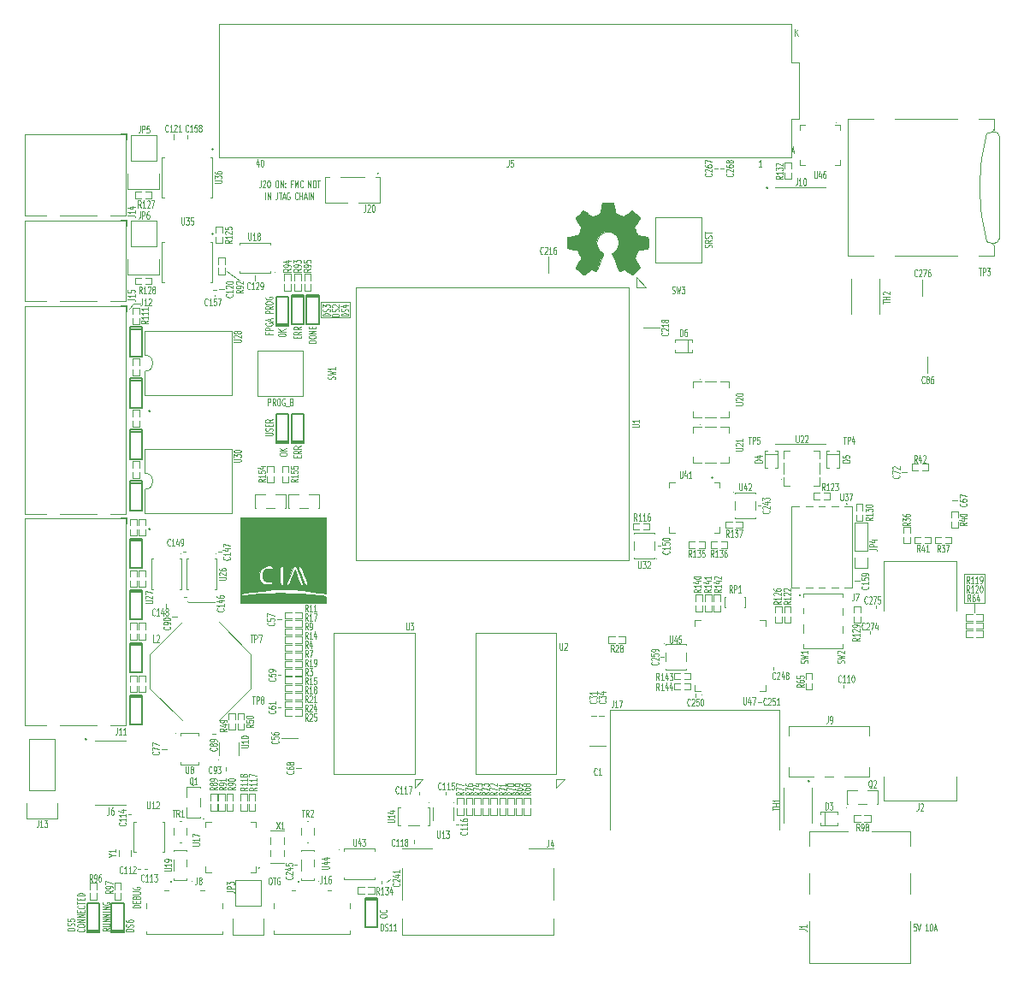
<source format=gbr>
G04 #@! TF.FileFunction,Legend,Top*
%FSLAX46Y46*%
G04 Gerber Fmt 4.6, Leading zero omitted, Abs format (unit mm)*
G04 Created by KiCad (PCBNEW (2016-08-02 BZR 7002)-product) date Mon Oct 17 13:50:08 2016*
%MOMM*%
%LPD*%
G01*
G04 APERTURE LIST*
%ADD10C,0.101600*%
%ADD11C,0.114300*%
%ADD12C,0.127000*%
%ADD13C,0.002540*%
G04 APERTURE END LIST*
D10*
X46100000Y-87300000D02*
X46000000Y-87200000D01*
X48700000Y-87300000D02*
X46100000Y-87300000D01*
D11*
X97887866Y-52151114D02*
X97921733Y-52085800D01*
X97921733Y-51976942D01*
X97887866Y-51933400D01*
X97854000Y-51911628D01*
X97786266Y-51889857D01*
X97718533Y-51889857D01*
X97650800Y-51911628D01*
X97616933Y-51933400D01*
X97583066Y-51976942D01*
X97549200Y-52064028D01*
X97515333Y-52107571D01*
X97481466Y-52129342D01*
X97413733Y-52151114D01*
X97346000Y-52151114D01*
X97278266Y-52129342D01*
X97244400Y-52107571D01*
X97210533Y-52064028D01*
X97210533Y-51955171D01*
X97244400Y-51889857D01*
X97921733Y-51432657D02*
X97583066Y-51585057D01*
X97921733Y-51693914D02*
X97210533Y-51693914D01*
X97210533Y-51519742D01*
X97244400Y-51476200D01*
X97278266Y-51454428D01*
X97346000Y-51432657D01*
X97447600Y-51432657D01*
X97515333Y-51454428D01*
X97549200Y-51476200D01*
X97583066Y-51519742D01*
X97583066Y-51693914D01*
X97887866Y-51258485D02*
X97921733Y-51193171D01*
X97921733Y-51084314D01*
X97887866Y-51040771D01*
X97854000Y-51019000D01*
X97786266Y-50997228D01*
X97718533Y-50997228D01*
X97650800Y-51019000D01*
X97616933Y-51040771D01*
X97583066Y-51084314D01*
X97549200Y-51171400D01*
X97515333Y-51214942D01*
X97481466Y-51236714D01*
X97413733Y-51258485D01*
X97346000Y-51258485D01*
X97278266Y-51236714D01*
X97244400Y-51214942D01*
X97210533Y-51171400D01*
X97210533Y-51062542D01*
X97244400Y-50997228D01*
X97210533Y-50866600D02*
X97210533Y-50605342D01*
X97921733Y-50735971D02*
X97210533Y-50735971D01*
D10*
X123900000Y-87400000D02*
X123900000Y-88300000D01*
X124900000Y-84500000D02*
X122900000Y-84500000D01*
X124900000Y-87400000D02*
X124900000Y-84500000D01*
X122900000Y-87400000D02*
X124900000Y-87400000D01*
X122900000Y-84500000D02*
X122900000Y-87400000D01*
D11*
X118106371Y-119110533D02*
X117888657Y-119110533D01*
X117866885Y-119449200D01*
X117888657Y-119415333D01*
X117932200Y-119381466D01*
X118041057Y-119381466D01*
X118084600Y-119415333D01*
X118106371Y-119449200D01*
X118128142Y-119516933D01*
X118128142Y-119686266D01*
X118106371Y-119754000D01*
X118084600Y-119787866D01*
X118041057Y-119821733D01*
X117932200Y-119821733D01*
X117888657Y-119787866D01*
X117866885Y-119754000D01*
X118258771Y-119110533D02*
X118411171Y-119821733D01*
X118563571Y-119110533D01*
X119303800Y-119821733D02*
X119042542Y-119821733D01*
X119173171Y-119821733D02*
X119173171Y-119110533D01*
X119129628Y-119212133D01*
X119086085Y-119279866D01*
X119042542Y-119313733D01*
X119586828Y-119110533D02*
X119630371Y-119110533D01*
X119673914Y-119144400D01*
X119695685Y-119178266D01*
X119717457Y-119246000D01*
X119739228Y-119381466D01*
X119739228Y-119550800D01*
X119717457Y-119686266D01*
X119695685Y-119754000D01*
X119673914Y-119787866D01*
X119630371Y-119821733D01*
X119586828Y-119821733D01*
X119543285Y-119787866D01*
X119521514Y-119754000D01*
X119499742Y-119686266D01*
X119477971Y-119550800D01*
X119477971Y-119381466D01*
X119499742Y-119246000D01*
X119521514Y-119178266D01*
X119543285Y-119144400D01*
X119586828Y-119110533D01*
X119913400Y-119618533D02*
X120131114Y-119618533D01*
X119869857Y-119821733D02*
X120022257Y-119110533D01*
X120174657Y-119821733D01*
X110987866Y-93309600D02*
X111021733Y-93244285D01*
X111021733Y-93135428D01*
X110987866Y-93091885D01*
X110954000Y-93070114D01*
X110886266Y-93048342D01*
X110818533Y-93048342D01*
X110750800Y-93070114D01*
X110716933Y-93091885D01*
X110683066Y-93135428D01*
X110649200Y-93222514D01*
X110615333Y-93266057D01*
X110581466Y-93287828D01*
X110513733Y-93309600D01*
X110446000Y-93309600D01*
X110378266Y-93287828D01*
X110344400Y-93266057D01*
X110310533Y-93222514D01*
X110310533Y-93113657D01*
X110344400Y-93048342D01*
X110310533Y-92895942D02*
X111021733Y-92787085D01*
X110513733Y-92700000D01*
X111021733Y-92612914D01*
X110310533Y-92504057D01*
X110378266Y-92351657D02*
X110344400Y-92329885D01*
X110310533Y-92286342D01*
X110310533Y-92177485D01*
X110344400Y-92133942D01*
X110378266Y-92112171D01*
X110446000Y-92090400D01*
X110513733Y-92090400D01*
X110615333Y-92112171D01*
X111021733Y-92373428D01*
X111021733Y-92090400D01*
X107387866Y-93309600D02*
X107421733Y-93244285D01*
X107421733Y-93135428D01*
X107387866Y-93091885D01*
X107354000Y-93070114D01*
X107286266Y-93048342D01*
X107218533Y-93048342D01*
X107150800Y-93070114D01*
X107116933Y-93091885D01*
X107083066Y-93135428D01*
X107049200Y-93222514D01*
X107015333Y-93266057D01*
X106981466Y-93287828D01*
X106913733Y-93309600D01*
X106846000Y-93309600D01*
X106778266Y-93287828D01*
X106744400Y-93266057D01*
X106710533Y-93222514D01*
X106710533Y-93113657D01*
X106744400Y-93048342D01*
X106710533Y-92895942D02*
X107421733Y-92787085D01*
X106913733Y-92700000D01*
X107421733Y-92612914D01*
X106710533Y-92504057D01*
X107421733Y-92090400D02*
X107421733Y-92351657D01*
X107421733Y-92221028D02*
X106710533Y-92221028D01*
X106812133Y-92264571D01*
X106879866Y-92308114D01*
X106913733Y-92351657D01*
D10*
X65700000Y-115000000D02*
X66100000Y-114700000D01*
D11*
X54153685Y-114510533D02*
X54240771Y-114510533D01*
X54284314Y-114544400D01*
X54327857Y-114612133D01*
X54349628Y-114747600D01*
X54349628Y-114984666D01*
X54327857Y-115120133D01*
X54284314Y-115187866D01*
X54240771Y-115221733D01*
X54153685Y-115221733D01*
X54110142Y-115187866D01*
X54066600Y-115120133D01*
X54044828Y-114984666D01*
X54044828Y-114747600D01*
X54066600Y-114612133D01*
X54110142Y-114544400D01*
X54153685Y-114510533D01*
X54480257Y-114510533D02*
X54741514Y-114510533D01*
X54610885Y-115221733D02*
X54610885Y-114510533D01*
X55133400Y-114544400D02*
X55089857Y-114510533D01*
X55024542Y-114510533D01*
X54959228Y-114544400D01*
X54915685Y-114612133D01*
X54893914Y-114679866D01*
X54872142Y-114815333D01*
X54872142Y-114916933D01*
X54893914Y-115052400D01*
X54915685Y-115120133D01*
X54959228Y-115187866D01*
X55024542Y-115221733D01*
X55068085Y-115221733D01*
X55133400Y-115187866D01*
X55155171Y-115154000D01*
X55155171Y-114916933D01*
X55068085Y-114916933D01*
X41321733Y-117523257D02*
X40610533Y-117523257D01*
X40610533Y-117414400D01*
X40644400Y-117349085D01*
X40712133Y-117305542D01*
X40779866Y-117283771D01*
X40915333Y-117262000D01*
X41016933Y-117262000D01*
X41152400Y-117283771D01*
X41220133Y-117305542D01*
X41287866Y-117349085D01*
X41321733Y-117414400D01*
X41321733Y-117523257D01*
X40949200Y-117066057D02*
X40949200Y-116913657D01*
X41321733Y-116848342D02*
X41321733Y-117066057D01*
X40610533Y-117066057D01*
X40610533Y-116848342D01*
X40949200Y-116500000D02*
X40983066Y-116434685D01*
X41016933Y-116412914D01*
X41084666Y-116391142D01*
X41186266Y-116391142D01*
X41254000Y-116412914D01*
X41287866Y-116434685D01*
X41321733Y-116478228D01*
X41321733Y-116652400D01*
X40610533Y-116652400D01*
X40610533Y-116500000D01*
X40644400Y-116456457D01*
X40678266Y-116434685D01*
X40746000Y-116412914D01*
X40813733Y-116412914D01*
X40881466Y-116434685D01*
X40915333Y-116456457D01*
X40949200Y-116500000D01*
X40949200Y-116652400D01*
X40610533Y-116195200D02*
X41186266Y-116195200D01*
X41254000Y-116173428D01*
X41287866Y-116151657D01*
X41321733Y-116108114D01*
X41321733Y-116021028D01*
X41287866Y-115977485D01*
X41254000Y-115955714D01*
X41186266Y-115933942D01*
X40610533Y-115933942D01*
X40644400Y-115476742D02*
X40610533Y-115520285D01*
X40610533Y-115585600D01*
X40644400Y-115650914D01*
X40712133Y-115694457D01*
X40779866Y-115716228D01*
X40915333Y-115738000D01*
X41016933Y-115738000D01*
X41152400Y-115716228D01*
X41220133Y-115694457D01*
X41287866Y-115650914D01*
X41321733Y-115585600D01*
X41321733Y-115542057D01*
X41287866Y-115476742D01*
X41254000Y-115454971D01*
X41016933Y-115454971D01*
X41016933Y-115542057D01*
X38321733Y-119553885D02*
X37983066Y-119706285D01*
X38321733Y-119815142D02*
X37610533Y-119815142D01*
X37610533Y-119640971D01*
X37644400Y-119597428D01*
X37678266Y-119575657D01*
X37746000Y-119553885D01*
X37847600Y-119553885D01*
X37915333Y-119575657D01*
X37949200Y-119597428D01*
X37983066Y-119640971D01*
X37983066Y-119815142D01*
X37610533Y-119357942D02*
X38186266Y-119357942D01*
X38254000Y-119336171D01*
X38287866Y-119314400D01*
X38321733Y-119270857D01*
X38321733Y-119183771D01*
X38287866Y-119140228D01*
X38254000Y-119118457D01*
X38186266Y-119096685D01*
X37610533Y-119096685D01*
X38321733Y-118878971D02*
X37610533Y-118878971D01*
X38321733Y-118617714D01*
X37610533Y-118617714D01*
X38321733Y-118400000D02*
X37610533Y-118400000D01*
X38321733Y-118138742D01*
X37610533Y-118138742D01*
X38321733Y-117921028D02*
X37610533Y-117921028D01*
X38321733Y-117703314D02*
X37610533Y-117703314D01*
X38321733Y-117442057D01*
X37610533Y-117442057D01*
X37644400Y-116984857D02*
X37610533Y-117028400D01*
X37610533Y-117093714D01*
X37644400Y-117159028D01*
X37712133Y-117202571D01*
X37779866Y-117224342D01*
X37915333Y-117246114D01*
X38016933Y-117246114D01*
X38152400Y-117224342D01*
X38220133Y-117202571D01*
X38287866Y-117159028D01*
X38321733Y-117093714D01*
X38321733Y-117050171D01*
X38287866Y-116984857D01*
X38254000Y-116963085D01*
X38016933Y-116963085D01*
X38016933Y-117050171D01*
X65010533Y-118372142D02*
X65010533Y-118285057D01*
X65044400Y-118241514D01*
X65112133Y-118197971D01*
X65247600Y-118176200D01*
X65484666Y-118176200D01*
X65620133Y-118197971D01*
X65687866Y-118241514D01*
X65721733Y-118285057D01*
X65721733Y-118372142D01*
X65687866Y-118415685D01*
X65620133Y-118459228D01*
X65484666Y-118481000D01*
X65247600Y-118481000D01*
X65112133Y-118459228D01*
X65044400Y-118415685D01*
X65010533Y-118372142D01*
X65654000Y-117719000D02*
X65687866Y-117740771D01*
X65721733Y-117806085D01*
X65721733Y-117849628D01*
X65687866Y-117914942D01*
X65620133Y-117958485D01*
X65552400Y-117980257D01*
X65416933Y-118002028D01*
X65315333Y-118002028D01*
X65179866Y-117980257D01*
X65112133Y-117958485D01*
X65044400Y-117914942D01*
X65010533Y-117849628D01*
X65010533Y-117806085D01*
X65044400Y-117740771D01*
X65078266Y-117719000D01*
X35754000Y-119621971D02*
X35787866Y-119643742D01*
X35821733Y-119709057D01*
X35821733Y-119752600D01*
X35787866Y-119817914D01*
X35720133Y-119861457D01*
X35652400Y-119883228D01*
X35516933Y-119905000D01*
X35415333Y-119905000D01*
X35279866Y-119883228D01*
X35212133Y-119861457D01*
X35144400Y-119817914D01*
X35110533Y-119752600D01*
X35110533Y-119709057D01*
X35144400Y-119643742D01*
X35178266Y-119621971D01*
X35110533Y-119338942D02*
X35110533Y-119251857D01*
X35144400Y-119208314D01*
X35212133Y-119164771D01*
X35347600Y-119143000D01*
X35584666Y-119143000D01*
X35720133Y-119164771D01*
X35787866Y-119208314D01*
X35821733Y-119251857D01*
X35821733Y-119338942D01*
X35787866Y-119382485D01*
X35720133Y-119426028D01*
X35584666Y-119447800D01*
X35347600Y-119447800D01*
X35212133Y-119426028D01*
X35144400Y-119382485D01*
X35110533Y-119338942D01*
X35821733Y-118947057D02*
X35110533Y-118947057D01*
X35821733Y-118685800D01*
X35110533Y-118685800D01*
X35821733Y-118468085D02*
X35110533Y-118468085D01*
X35821733Y-118206828D01*
X35110533Y-118206828D01*
X35449200Y-117989114D02*
X35449200Y-117836714D01*
X35821733Y-117771400D02*
X35821733Y-117989114D01*
X35110533Y-117989114D01*
X35110533Y-117771400D01*
X35754000Y-117314200D02*
X35787866Y-117335971D01*
X35821733Y-117401285D01*
X35821733Y-117444828D01*
X35787866Y-117510142D01*
X35720133Y-117553685D01*
X35652400Y-117575457D01*
X35516933Y-117597228D01*
X35415333Y-117597228D01*
X35279866Y-117575457D01*
X35212133Y-117553685D01*
X35144400Y-117510142D01*
X35110533Y-117444828D01*
X35110533Y-117401285D01*
X35144400Y-117335971D01*
X35178266Y-117314200D01*
X35110533Y-117183571D02*
X35110533Y-116922314D01*
X35821733Y-117052942D02*
X35110533Y-117052942D01*
X35449200Y-116769914D02*
X35449200Y-116617514D01*
X35821733Y-116552200D02*
X35821733Y-116769914D01*
X35110533Y-116769914D01*
X35110533Y-116552200D01*
X35821733Y-116356257D02*
X35110533Y-116356257D01*
X35110533Y-116247400D01*
X35144400Y-116182085D01*
X35212133Y-116138542D01*
X35279866Y-116116771D01*
X35415333Y-116095000D01*
X35516933Y-116095000D01*
X35652400Y-116116771D01*
X35720133Y-116138542D01*
X35787866Y-116182085D01*
X35821733Y-116247400D01*
X35821733Y-116356257D01*
X38321733Y-119553885D02*
X37983066Y-119706285D01*
X38321733Y-119815142D02*
X37610533Y-119815142D01*
X37610533Y-119640971D01*
X37644400Y-119597428D01*
X37678266Y-119575657D01*
X37746000Y-119553885D01*
X37847600Y-119553885D01*
X37915333Y-119575657D01*
X37949200Y-119597428D01*
X37983066Y-119640971D01*
X37983066Y-119815142D01*
X37610533Y-119357942D02*
X38186266Y-119357942D01*
X38254000Y-119336171D01*
X38287866Y-119314400D01*
X38321733Y-119270857D01*
X38321733Y-119183771D01*
X38287866Y-119140228D01*
X38254000Y-119118457D01*
X38186266Y-119096685D01*
X37610533Y-119096685D01*
X38321733Y-118878971D02*
X37610533Y-118878971D01*
X38321733Y-118617714D01*
X37610533Y-118617714D01*
X38321733Y-118400000D02*
X37610533Y-118400000D01*
X38321733Y-118138742D01*
X37610533Y-118138742D01*
X38321733Y-117921028D02*
X37610533Y-117921028D01*
X38321733Y-117703314D02*
X37610533Y-117703314D01*
X38321733Y-117442057D01*
X37610533Y-117442057D01*
X37644400Y-116984857D02*
X37610533Y-117028400D01*
X37610533Y-117093714D01*
X37644400Y-117159028D01*
X37712133Y-117202571D01*
X37779866Y-117224342D01*
X37915333Y-117246114D01*
X38016933Y-117246114D01*
X38152400Y-117224342D01*
X38220133Y-117202571D01*
X38287866Y-117159028D01*
X38321733Y-117093714D01*
X38321733Y-117050171D01*
X38287866Y-116984857D01*
X38254000Y-116963085D01*
X38016933Y-116963085D01*
X38016933Y-117050171D01*
D10*
X40700000Y-57700000D02*
X40200000Y-58200000D01*
X41300000Y-57700000D02*
X40700000Y-57700000D01*
D11*
X53280600Y-45519983D02*
X53280600Y-46027983D01*
X53258828Y-46129583D01*
X53215285Y-46197316D01*
X53149971Y-46231183D01*
X53106428Y-46231183D01*
X53476542Y-45587716D02*
X53498314Y-45553850D01*
X53541857Y-45519983D01*
X53650714Y-45519983D01*
X53694257Y-45553850D01*
X53716028Y-45587716D01*
X53737800Y-45655450D01*
X53737800Y-45723183D01*
X53716028Y-45824783D01*
X53454771Y-46231183D01*
X53737800Y-46231183D01*
X54020828Y-45519983D02*
X54064371Y-45519983D01*
X54107914Y-45553850D01*
X54129685Y-45587716D01*
X54151457Y-45655450D01*
X54173228Y-45790916D01*
X54173228Y-45960250D01*
X54151457Y-46095716D01*
X54129685Y-46163450D01*
X54107914Y-46197316D01*
X54064371Y-46231183D01*
X54020828Y-46231183D01*
X53977285Y-46197316D01*
X53955514Y-46163450D01*
X53933742Y-46095716D01*
X53911971Y-45960250D01*
X53911971Y-45790916D01*
X53933742Y-45655450D01*
X53955514Y-45587716D01*
X53977285Y-45553850D01*
X54020828Y-45519983D01*
X54804600Y-45519983D02*
X54891685Y-45519983D01*
X54935228Y-45553850D01*
X54978771Y-45621583D01*
X55000542Y-45757050D01*
X55000542Y-45994116D01*
X54978771Y-46129583D01*
X54935228Y-46197316D01*
X54891685Y-46231183D01*
X54804600Y-46231183D01*
X54761057Y-46197316D01*
X54717514Y-46129583D01*
X54695742Y-45994116D01*
X54695742Y-45757050D01*
X54717514Y-45621583D01*
X54761057Y-45553850D01*
X54804600Y-45519983D01*
X55196485Y-46231183D02*
X55196485Y-45519983D01*
X55457742Y-46231183D01*
X55457742Y-45519983D01*
X55675457Y-46163450D02*
X55697228Y-46197316D01*
X55675457Y-46231183D01*
X55653685Y-46197316D01*
X55675457Y-46163450D01*
X55675457Y-46231183D01*
X55675457Y-45790916D02*
X55697228Y-45824783D01*
X55675457Y-45858650D01*
X55653685Y-45824783D01*
X55675457Y-45790916D01*
X55675457Y-45858650D01*
X56393914Y-45858650D02*
X56241514Y-45858650D01*
X56241514Y-46231183D02*
X56241514Y-45519983D01*
X56459228Y-45519983D01*
X56633400Y-46231183D02*
X56633400Y-45519983D01*
X56785800Y-46027983D01*
X56938200Y-45519983D01*
X56938200Y-46231183D01*
X57417171Y-46163450D02*
X57395400Y-46197316D01*
X57330085Y-46231183D01*
X57286542Y-46231183D01*
X57221228Y-46197316D01*
X57177685Y-46129583D01*
X57155914Y-46061850D01*
X57134142Y-45926383D01*
X57134142Y-45824783D01*
X57155914Y-45689316D01*
X57177685Y-45621583D01*
X57221228Y-45553850D01*
X57286542Y-45519983D01*
X57330085Y-45519983D01*
X57395400Y-45553850D01*
X57417171Y-45587716D01*
X57961457Y-46231183D02*
X57961457Y-45519983D01*
X58222714Y-46231183D01*
X58222714Y-45519983D01*
X58527514Y-45519983D02*
X58614600Y-45519983D01*
X58658142Y-45553850D01*
X58701685Y-45621583D01*
X58723457Y-45757050D01*
X58723457Y-45994116D01*
X58701685Y-46129583D01*
X58658142Y-46197316D01*
X58614600Y-46231183D01*
X58527514Y-46231183D01*
X58483971Y-46197316D01*
X58440428Y-46129583D01*
X58418657Y-45994116D01*
X58418657Y-45757050D01*
X58440428Y-45621583D01*
X58483971Y-45553850D01*
X58527514Y-45519983D01*
X58854085Y-45519983D02*
X59115342Y-45519983D01*
X58984714Y-46231183D02*
X58984714Y-45519983D01*
X53726914Y-47412283D02*
X53726914Y-46701083D01*
X53944628Y-47412283D02*
X53944628Y-46701083D01*
X54205885Y-47412283D01*
X54205885Y-46701083D01*
X54902571Y-46701083D02*
X54902571Y-47209083D01*
X54880800Y-47310683D01*
X54837257Y-47378416D01*
X54771942Y-47412283D01*
X54728400Y-47412283D01*
X55054971Y-46701083D02*
X55316228Y-46701083D01*
X55185600Y-47412283D02*
X55185600Y-46701083D01*
X55446857Y-47209083D02*
X55664571Y-47209083D01*
X55403314Y-47412283D02*
X55555714Y-46701083D01*
X55708114Y-47412283D01*
X56100000Y-46734950D02*
X56056457Y-46701083D01*
X55991142Y-46701083D01*
X55925828Y-46734950D01*
X55882285Y-46802683D01*
X55860514Y-46870416D01*
X55838742Y-47005883D01*
X55838742Y-47107483D01*
X55860514Y-47242950D01*
X55882285Y-47310683D01*
X55925828Y-47378416D01*
X55991142Y-47412283D01*
X56034685Y-47412283D01*
X56100000Y-47378416D01*
X56121771Y-47344550D01*
X56121771Y-47107483D01*
X56034685Y-47107483D01*
X56927314Y-47344550D02*
X56905542Y-47378416D01*
X56840228Y-47412283D01*
X56796685Y-47412283D01*
X56731371Y-47378416D01*
X56687828Y-47310683D01*
X56666057Y-47242950D01*
X56644285Y-47107483D01*
X56644285Y-47005883D01*
X56666057Y-46870416D01*
X56687828Y-46802683D01*
X56731371Y-46734950D01*
X56796685Y-46701083D01*
X56840228Y-46701083D01*
X56905542Y-46734950D01*
X56927314Y-46768816D01*
X57123257Y-47412283D02*
X57123257Y-46701083D01*
X57123257Y-47039750D02*
X57384514Y-47039750D01*
X57384514Y-47412283D02*
X57384514Y-46701083D01*
X57580457Y-47209083D02*
X57798171Y-47209083D01*
X57536914Y-47412283D02*
X57689314Y-46701083D01*
X57841714Y-47412283D01*
X57994114Y-47412283D02*
X57994114Y-46701083D01*
X58211828Y-47412283D02*
X58211828Y-46701083D01*
X58473085Y-47412283D01*
X58473085Y-46701083D01*
D10*
X48700000Y-56900000D02*
X48700000Y-57000000D01*
D11*
X53980800Y-67821733D02*
X53980800Y-67110533D01*
X54154971Y-67110533D01*
X54198514Y-67144400D01*
X54220285Y-67178266D01*
X54242057Y-67246000D01*
X54242057Y-67347600D01*
X54220285Y-67415333D01*
X54198514Y-67449200D01*
X54154971Y-67483066D01*
X53980800Y-67483066D01*
X54699257Y-67821733D02*
X54546857Y-67483066D01*
X54438000Y-67821733D02*
X54438000Y-67110533D01*
X54612171Y-67110533D01*
X54655714Y-67144400D01*
X54677485Y-67178266D01*
X54699257Y-67246000D01*
X54699257Y-67347600D01*
X54677485Y-67415333D01*
X54655714Y-67449200D01*
X54612171Y-67483066D01*
X54438000Y-67483066D01*
X54982285Y-67110533D02*
X55069371Y-67110533D01*
X55112914Y-67144400D01*
X55156457Y-67212133D01*
X55178228Y-67347600D01*
X55178228Y-67584666D01*
X55156457Y-67720133D01*
X55112914Y-67787866D01*
X55069371Y-67821733D01*
X54982285Y-67821733D01*
X54938742Y-67787866D01*
X54895200Y-67720133D01*
X54873428Y-67584666D01*
X54873428Y-67347600D01*
X54895200Y-67212133D01*
X54938742Y-67144400D01*
X54982285Y-67110533D01*
X55613657Y-67144400D02*
X55570114Y-67110533D01*
X55504800Y-67110533D01*
X55439485Y-67144400D01*
X55395942Y-67212133D01*
X55374171Y-67279866D01*
X55352400Y-67415333D01*
X55352400Y-67516933D01*
X55374171Y-67652400D01*
X55395942Y-67720133D01*
X55439485Y-67787866D01*
X55504800Y-67821733D01*
X55548342Y-67821733D01*
X55613657Y-67787866D01*
X55635428Y-67754000D01*
X55635428Y-67516933D01*
X55548342Y-67516933D01*
X55722514Y-67889466D02*
X56070857Y-67889466D01*
X56332114Y-67449200D02*
X56397428Y-67483066D01*
X56419200Y-67516933D01*
X56440971Y-67584666D01*
X56440971Y-67686266D01*
X56419200Y-67754000D01*
X56397428Y-67787866D01*
X56353885Y-67821733D01*
X56179714Y-67821733D01*
X56179714Y-67110533D01*
X56332114Y-67110533D01*
X56375657Y-67144400D01*
X56397428Y-67178266D01*
X56419200Y-67246000D01*
X56419200Y-67313733D01*
X56397428Y-67381466D01*
X56375657Y-67415333D01*
X56332114Y-67449200D01*
X56179714Y-67449200D01*
X53710533Y-70783771D02*
X54286266Y-70783771D01*
X54354000Y-70762000D01*
X54387866Y-70740228D01*
X54421733Y-70696685D01*
X54421733Y-70609600D01*
X54387866Y-70566057D01*
X54354000Y-70544285D01*
X54286266Y-70522514D01*
X53710533Y-70522514D01*
X54387866Y-70326571D02*
X54421733Y-70261257D01*
X54421733Y-70152400D01*
X54387866Y-70108857D01*
X54354000Y-70087085D01*
X54286266Y-70065314D01*
X54218533Y-70065314D01*
X54150800Y-70087085D01*
X54116933Y-70108857D01*
X54083066Y-70152400D01*
X54049200Y-70239485D01*
X54015333Y-70283028D01*
X53981466Y-70304800D01*
X53913733Y-70326571D01*
X53846000Y-70326571D01*
X53778266Y-70304800D01*
X53744400Y-70283028D01*
X53710533Y-70239485D01*
X53710533Y-70130628D01*
X53744400Y-70065314D01*
X54049200Y-69869371D02*
X54049200Y-69716971D01*
X54421733Y-69651657D02*
X54421733Y-69869371D01*
X53710533Y-69869371D01*
X53710533Y-69651657D01*
X54421733Y-69194457D02*
X54083066Y-69346857D01*
X54421733Y-69455714D02*
X53710533Y-69455714D01*
X53710533Y-69281542D01*
X53744400Y-69238000D01*
X53778266Y-69216228D01*
X53846000Y-69194457D01*
X53947600Y-69194457D01*
X54015333Y-69216228D01*
X54049200Y-69238000D01*
X54083066Y-69281542D01*
X54083066Y-69455714D01*
X56849200Y-72955171D02*
X56849200Y-72802771D01*
X57221733Y-72737457D02*
X57221733Y-72955171D01*
X56510533Y-72955171D01*
X56510533Y-72737457D01*
X57221733Y-72280257D02*
X56883066Y-72432657D01*
X57221733Y-72541514D02*
X56510533Y-72541514D01*
X56510533Y-72367342D01*
X56544400Y-72323800D01*
X56578266Y-72302028D01*
X56646000Y-72280257D01*
X56747600Y-72280257D01*
X56815333Y-72302028D01*
X56849200Y-72323800D01*
X56883066Y-72367342D01*
X56883066Y-72541514D01*
X57221733Y-71823057D02*
X56883066Y-71975457D01*
X57221733Y-72084314D02*
X56510533Y-72084314D01*
X56510533Y-71910142D01*
X56544400Y-71866600D01*
X56578266Y-71844828D01*
X56646000Y-71823057D01*
X56747600Y-71823057D01*
X56815333Y-71844828D01*
X56849200Y-71866600D01*
X56883066Y-71910142D01*
X56883066Y-72084314D01*
X55110533Y-72672142D02*
X55110533Y-72585057D01*
X55144400Y-72541514D01*
X55212133Y-72497971D01*
X55347600Y-72476200D01*
X55584666Y-72476200D01*
X55720133Y-72497971D01*
X55787866Y-72541514D01*
X55821733Y-72585057D01*
X55821733Y-72672142D01*
X55787866Y-72715685D01*
X55720133Y-72759228D01*
X55584666Y-72781000D01*
X55347600Y-72781000D01*
X55212133Y-72759228D01*
X55144400Y-72715685D01*
X55110533Y-72672142D01*
X55821733Y-72280257D02*
X55110533Y-72280257D01*
X55821733Y-72019000D02*
X55415333Y-72214942D01*
X55110533Y-72019000D02*
X55516933Y-72280257D01*
X54049200Y-60587285D02*
X54049200Y-60739685D01*
X54421733Y-60739685D02*
X53710533Y-60739685D01*
X53710533Y-60521971D01*
X54421733Y-60347800D02*
X53710533Y-60347800D01*
X53710533Y-60173628D01*
X53744400Y-60130085D01*
X53778266Y-60108314D01*
X53846000Y-60086542D01*
X53947600Y-60086542D01*
X54015333Y-60108314D01*
X54049200Y-60130085D01*
X54083066Y-60173628D01*
X54083066Y-60347800D01*
X53744400Y-59651114D02*
X53710533Y-59694657D01*
X53710533Y-59759971D01*
X53744400Y-59825285D01*
X53812133Y-59868828D01*
X53879866Y-59890600D01*
X54015333Y-59912371D01*
X54116933Y-59912371D01*
X54252400Y-59890600D01*
X54320133Y-59868828D01*
X54387866Y-59825285D01*
X54421733Y-59759971D01*
X54421733Y-59716428D01*
X54387866Y-59651114D01*
X54354000Y-59629342D01*
X54116933Y-59629342D01*
X54116933Y-59716428D01*
X54218533Y-59455171D02*
X54218533Y-59237457D01*
X54421733Y-59498714D02*
X53710533Y-59346314D01*
X54421733Y-59193914D01*
X54421733Y-58693171D02*
X53710533Y-58693171D01*
X53710533Y-58519000D01*
X53744400Y-58475457D01*
X53778266Y-58453685D01*
X53846000Y-58431914D01*
X53947600Y-58431914D01*
X54015333Y-58453685D01*
X54049200Y-58475457D01*
X54083066Y-58519000D01*
X54083066Y-58693171D01*
X54421733Y-57974714D02*
X54083066Y-58127114D01*
X54421733Y-58235971D02*
X53710533Y-58235971D01*
X53710533Y-58061800D01*
X53744400Y-58018257D01*
X53778266Y-57996485D01*
X53846000Y-57974714D01*
X53947600Y-57974714D01*
X54015333Y-57996485D01*
X54049200Y-58018257D01*
X54083066Y-58061800D01*
X54083066Y-58235971D01*
X53710533Y-57691685D02*
X53710533Y-57604600D01*
X53744400Y-57561057D01*
X53812133Y-57517514D01*
X53947600Y-57495742D01*
X54184666Y-57495742D01*
X54320133Y-57517514D01*
X54387866Y-57561057D01*
X54421733Y-57604600D01*
X54421733Y-57691685D01*
X54387866Y-57735228D01*
X54320133Y-57778771D01*
X54184666Y-57800542D01*
X53947600Y-57800542D01*
X53812133Y-57778771D01*
X53744400Y-57735228D01*
X53710533Y-57691685D01*
X53744400Y-57060314D02*
X53710533Y-57103857D01*
X53710533Y-57169171D01*
X53744400Y-57234485D01*
X53812133Y-57278028D01*
X53879866Y-57299800D01*
X54015333Y-57321571D01*
X54116933Y-57321571D01*
X54252400Y-57299800D01*
X54320133Y-57278028D01*
X54387866Y-57234485D01*
X54421733Y-57169171D01*
X54421733Y-57125628D01*
X54387866Y-57060314D01*
X54354000Y-57038542D01*
X54116933Y-57038542D01*
X54116933Y-57125628D01*
X56849200Y-61155171D02*
X56849200Y-61002771D01*
X57221733Y-60937457D02*
X57221733Y-61155171D01*
X56510533Y-61155171D01*
X56510533Y-60937457D01*
X57221733Y-60480257D02*
X56883066Y-60632657D01*
X57221733Y-60741514D02*
X56510533Y-60741514D01*
X56510533Y-60567342D01*
X56544400Y-60523800D01*
X56578266Y-60502028D01*
X56646000Y-60480257D01*
X56747600Y-60480257D01*
X56815333Y-60502028D01*
X56849200Y-60523800D01*
X56883066Y-60567342D01*
X56883066Y-60741514D01*
X57221733Y-60023057D02*
X56883066Y-60175457D01*
X57221733Y-60284314D02*
X56510533Y-60284314D01*
X56510533Y-60110142D01*
X56544400Y-60066600D01*
X56578266Y-60044828D01*
X56646000Y-60023057D01*
X56747600Y-60023057D01*
X56815333Y-60044828D01*
X56849200Y-60066600D01*
X56883066Y-60110142D01*
X56883066Y-60284314D01*
X58721733Y-61605542D02*
X58010533Y-61605542D01*
X58010533Y-61496685D01*
X58044400Y-61431371D01*
X58112133Y-61387828D01*
X58179866Y-61366057D01*
X58315333Y-61344285D01*
X58416933Y-61344285D01*
X58552400Y-61366057D01*
X58620133Y-61387828D01*
X58687866Y-61431371D01*
X58721733Y-61496685D01*
X58721733Y-61605542D01*
X58010533Y-61061257D02*
X58010533Y-60974171D01*
X58044400Y-60930628D01*
X58112133Y-60887085D01*
X58247600Y-60865314D01*
X58484666Y-60865314D01*
X58620133Y-60887085D01*
X58687866Y-60930628D01*
X58721733Y-60974171D01*
X58721733Y-61061257D01*
X58687866Y-61104800D01*
X58620133Y-61148342D01*
X58484666Y-61170114D01*
X58247600Y-61170114D01*
X58112133Y-61148342D01*
X58044400Y-61104800D01*
X58010533Y-61061257D01*
X58721733Y-60669371D02*
X58010533Y-60669371D01*
X58721733Y-60408114D01*
X58010533Y-60408114D01*
X58349200Y-60190400D02*
X58349200Y-60038000D01*
X58721733Y-59972685D02*
X58721733Y-60190400D01*
X58010533Y-60190400D01*
X58010533Y-59972685D01*
X55010533Y-60872142D02*
X55010533Y-60785057D01*
X55044400Y-60741514D01*
X55112133Y-60697971D01*
X55247600Y-60676200D01*
X55484666Y-60676200D01*
X55620133Y-60697971D01*
X55687866Y-60741514D01*
X55721733Y-60785057D01*
X55721733Y-60872142D01*
X55687866Y-60915685D01*
X55620133Y-60959228D01*
X55484666Y-60981000D01*
X55247600Y-60981000D01*
X55112133Y-60959228D01*
X55044400Y-60915685D01*
X55010533Y-60872142D01*
X55721733Y-60480257D02*
X55010533Y-60480257D01*
X55721733Y-60219000D02*
X55315333Y-60414942D01*
X55010533Y-60219000D02*
X55416933Y-60480257D01*
D10*
X62100000Y-57600000D02*
X59200000Y-57600000D01*
X62100000Y-59100000D02*
X62100000Y-57600000D01*
X59200000Y-59100000D02*
X62100000Y-59100000D01*
X59200000Y-57600000D02*
X59200000Y-59100000D01*
X49900000Y-54500000D02*
X51200000Y-55400000D01*
X89700000Y-56100000D02*
X89700000Y-83100000D01*
X89700000Y-83100000D02*
X62700000Y-83100000D01*
X62700000Y-83100000D02*
X62700000Y-56100000D01*
X62700000Y-56100000D02*
X89700000Y-56100000D01*
X90411200Y-55100000D02*
X90411200Y-56100000D01*
X90411200Y-56100000D02*
X91411200Y-56100000D01*
X91411200Y-56100000D02*
X90411200Y-55100000D01*
X98020711Y-74950000D02*
G75*
G03X98020711Y-74950000I-70711J0D01*
G01*
X98700000Y-75400000D02*
X98150000Y-75400000D01*
X93700000Y-75400000D02*
X94250000Y-75400000D01*
X93700000Y-75950000D02*
X93700000Y-75400000D01*
X93700000Y-80400000D02*
X93700000Y-79850000D01*
X94250000Y-80400000D02*
X93700000Y-80400000D01*
X98700000Y-80400000D02*
X98150000Y-80400000D01*
X98700000Y-75400000D02*
X98700000Y-75950000D01*
X98700000Y-80400000D02*
X98700000Y-79850000D01*
X82500000Y-104300000D02*
X74500000Y-104300000D01*
X74500000Y-104300000D02*
X74500000Y-90300000D01*
X74500000Y-90300000D02*
X82500000Y-90300000D01*
X82500000Y-90300000D02*
X82500000Y-104300000D01*
X83300000Y-104811200D02*
X82500000Y-104811200D01*
X82500000Y-104811200D02*
X82500000Y-105611200D01*
X82500000Y-105611200D02*
X83300000Y-104811200D01*
X104613000Y-97926000D02*
X104613000Y-109806000D01*
X87853000Y-97926000D02*
X104613000Y-97926000D01*
X87853000Y-109806000D02*
X87853000Y-97926000D01*
X85800000Y-101500000D02*
X87400000Y-101500000D01*
X55300000Y-100700000D02*
X56900000Y-100700000D01*
X54950000Y-94500000D02*
X55250000Y-94500000D01*
X55250000Y-97700000D02*
X54950000Y-97700000D01*
X122170000Y-77216000D02*
X121670000Y-77216000D01*
X116717000Y-74422000D02*
X117217000Y-74422000D01*
X119253000Y-62954000D02*
X119253000Y-64554000D01*
X48450000Y-100300000D02*
X48750000Y-100300000D01*
X49800000Y-103650000D02*
X49800000Y-103950000D01*
X110900000Y-95481000D02*
X110900000Y-95781000D01*
X41050000Y-113700000D02*
X41350000Y-113700000D01*
X41750000Y-113700000D02*
X42050000Y-113700000D01*
X71600000Y-106350000D02*
X71600000Y-106050000D01*
X72850000Y-109300000D02*
X72550000Y-109300000D01*
X49650000Y-56300000D02*
X49150000Y-56300000D01*
X44600000Y-40950000D02*
X44600000Y-41450000D01*
X52700000Y-55450000D02*
X52700000Y-54950000D01*
X45650000Y-86800000D02*
X45950000Y-86800000D01*
X49050000Y-82300000D02*
X49350000Y-82300000D01*
X43900000Y-87750000D02*
X43900000Y-87450000D01*
X45550000Y-82300000D02*
X45850000Y-82300000D01*
X92850000Y-81700000D02*
X92550000Y-81700000D01*
X112550000Y-85200000D02*
X112050000Y-85200000D01*
X81700000Y-53100000D02*
X81700000Y-54700000D01*
X92700000Y-60100000D02*
X91100000Y-60100000D01*
X102450000Y-77700000D02*
X102750000Y-77700000D01*
X104013000Y-93703000D02*
X104013000Y-94003000D01*
X96266000Y-96670000D02*
X96266000Y-96370000D01*
X102766000Y-97155000D02*
X102466000Y-97155000D01*
X93114000Y-92710000D02*
X92814000Y-92710000D01*
X98448000Y-44323000D02*
X98148000Y-44323000D01*
X99083000Y-44323000D02*
X98783000Y-44323000D01*
X110350000Y-108050000D02*
X110350000Y-108300000D01*
X110350000Y-109350000D02*
X110350000Y-109100000D01*
X108650000Y-108050000D02*
X108650000Y-108300000D01*
X108650000Y-109350000D02*
X108650000Y-109100000D01*
X109050000Y-109350000D02*
X109050000Y-108050000D01*
X108650000Y-108050000D02*
X110350000Y-108050000D01*
X110350000Y-109350000D02*
X108650000Y-109350000D01*
X104450000Y-73950000D02*
X104200000Y-73950000D01*
X103150000Y-73950000D02*
X103400000Y-73950000D01*
X104450000Y-72250000D02*
X104200000Y-72250000D01*
X103150000Y-72250000D02*
X103400000Y-72250000D01*
X103150000Y-72650000D02*
X104450000Y-72650000D01*
X104450000Y-72250000D02*
X104450000Y-73950000D01*
X103150000Y-73950000D02*
X103150000Y-72250000D01*
X110550000Y-73950000D02*
X110300000Y-73950000D01*
X109250000Y-73950000D02*
X109500000Y-73950000D01*
X110550000Y-72250000D02*
X110300000Y-72250000D01*
X109250000Y-72250000D02*
X109500000Y-72250000D01*
X109250000Y-72650000D02*
X110550000Y-72650000D01*
X110550000Y-72250000D02*
X110550000Y-73950000D01*
X109250000Y-73950000D02*
X109250000Y-72250000D01*
X94250000Y-62550000D02*
X94250000Y-62300000D01*
X94250000Y-61250000D02*
X94250000Y-61500000D01*
X95950000Y-62550000D02*
X95950000Y-62300000D01*
X95950000Y-61250000D02*
X95950000Y-61500000D01*
X95550000Y-61250000D02*
X95550000Y-62550000D01*
X95950000Y-62550000D02*
X94250000Y-62550000D01*
X94250000Y-61250000D02*
X95950000Y-61250000D01*
D12*
X56300000Y-59750000D02*
X56300000Y-56850000D01*
X57500000Y-59750000D02*
X57500000Y-56850000D01*
X56300000Y-56850000D02*
X57500000Y-56850000D01*
X56300000Y-57050000D02*
X57500000Y-57050000D01*
X57500000Y-59750000D02*
X56300000Y-59750000D01*
X56000000Y-57050000D02*
X56000000Y-59950000D01*
X54800000Y-57050000D02*
X54800000Y-59950000D01*
X56000000Y-59950000D02*
X54800000Y-59950000D01*
X56000000Y-59750000D02*
X54800000Y-59750000D01*
X54800000Y-57050000D02*
X56000000Y-57050000D01*
X57800000Y-59750000D02*
X57800000Y-56850000D01*
X59000000Y-59750000D02*
X59000000Y-56850000D01*
X57800000Y-56850000D02*
X59000000Y-56850000D01*
X57800000Y-57050000D02*
X59000000Y-57050000D01*
X59000000Y-59750000D02*
X57800000Y-59750000D01*
X37300000Y-117050000D02*
X37300000Y-119950000D01*
X36100000Y-117050000D02*
X36100000Y-119950000D01*
X37300000Y-119950000D02*
X36100000Y-119950000D01*
X37300000Y-119750000D02*
X36100000Y-119750000D01*
X36100000Y-117050000D02*
X37300000Y-117050000D01*
X39700000Y-117050000D02*
X39700000Y-119950000D01*
X38500000Y-117050000D02*
X38500000Y-119950000D01*
X39700000Y-119950000D02*
X38500000Y-119950000D01*
X39700000Y-119750000D02*
X38500000Y-119750000D01*
X38500000Y-117050000D02*
X39700000Y-117050000D01*
X40294000Y-83900000D02*
X40294000Y-81000000D01*
X41494000Y-83900000D02*
X41494000Y-81000000D01*
X40294000Y-81000000D02*
X41494000Y-81000000D01*
X40294000Y-81200000D02*
X41494000Y-81200000D01*
X41494000Y-83900000D02*
X40294000Y-83900000D01*
X40294000Y-88980000D02*
X40294000Y-86080000D01*
X41494000Y-88980000D02*
X41494000Y-86080000D01*
X40294000Y-86080000D02*
X41494000Y-86080000D01*
X40294000Y-86280000D02*
X41494000Y-86280000D01*
X41494000Y-88980000D02*
X40294000Y-88980000D01*
X40294000Y-94251000D02*
X40294000Y-91351000D01*
X41494000Y-94251000D02*
X41494000Y-91351000D01*
X40294000Y-91351000D02*
X41494000Y-91351000D01*
X40294000Y-91551000D02*
X41494000Y-91551000D01*
X41494000Y-94251000D02*
X40294000Y-94251000D01*
X40294000Y-99394000D02*
X40294000Y-96494000D01*
X41494000Y-99394000D02*
X41494000Y-96494000D01*
X40294000Y-96494000D02*
X41494000Y-96494000D01*
X40294000Y-96694000D02*
X41494000Y-96694000D01*
X41494000Y-99394000D02*
X40294000Y-99394000D01*
X63600000Y-119450000D02*
X63600000Y-116550000D01*
X64800000Y-119450000D02*
X64800000Y-116550000D01*
X63600000Y-116550000D02*
X64800000Y-116550000D01*
X63600000Y-116750000D02*
X64800000Y-116750000D01*
X64800000Y-119450000D02*
X63600000Y-119450000D01*
X56000000Y-68650000D02*
X56000000Y-71550000D01*
X54800000Y-68650000D02*
X54800000Y-71550000D01*
X56000000Y-71550000D02*
X54800000Y-71550000D01*
X56000000Y-71350000D02*
X54800000Y-71350000D01*
X54800000Y-68650000D02*
X56000000Y-68650000D01*
X57500000Y-68650000D02*
X57500000Y-71550000D01*
X56300000Y-68650000D02*
X56300000Y-71550000D01*
X57500000Y-71550000D02*
X56300000Y-71550000D01*
X57500000Y-71350000D02*
X56300000Y-71350000D01*
X56300000Y-68650000D02*
X57500000Y-68650000D01*
D10*
X122152200Y-106960000D02*
X122152200Y-104555500D01*
X114887800Y-106955500D02*
X114887800Y-104555500D01*
X114887800Y-106960000D02*
X122152200Y-106960000D01*
X122152200Y-83236400D02*
X122152200Y-88155500D01*
X114887800Y-83236400D02*
X114887800Y-88155500D01*
X114887800Y-83236400D02*
X122152200Y-83236400D01*
X67250000Y-120200000D02*
X67250000Y-118600000D01*
X82250000Y-118600000D02*
X82250000Y-120200000D01*
X67250000Y-116700000D02*
X67250000Y-113650000D01*
X82250000Y-116700000D02*
X82250000Y-113650000D01*
X79750000Y-111700000D02*
X82250000Y-111700000D01*
X67250000Y-111700000D02*
X70250000Y-111700000D01*
X67250000Y-120200000D02*
X82250000Y-120200000D01*
X49450000Y-119850000D02*
X49450000Y-120150000D01*
X41950000Y-120150000D02*
X41950000Y-119850000D01*
X44470711Y-114970000D02*
G75*
G03X44470711Y-114970000I-70711J0D01*
G01*
X47300000Y-115850000D02*
X47650000Y-115850000D01*
X43750000Y-115850000D02*
X44100000Y-115850000D01*
X41950000Y-117100000D02*
X41950000Y-117600000D01*
X49450000Y-117100000D02*
X49450000Y-117600000D01*
X41950000Y-120150000D02*
X49450000Y-120150000D01*
X107550000Y-105000000D02*
G75*
G03X107550000Y-105000000I-50000J0D01*
G01*
X107611803Y-105000000D02*
G75*
G03X107611803Y-105000000I-111803J0D01*
G01*
X109050000Y-104550000D02*
X109950000Y-104550000D01*
X105525000Y-104550000D02*
X105525000Y-103600000D01*
X113475000Y-104550000D02*
X113475000Y-103600000D01*
X113475000Y-99550000D02*
X113475000Y-100500000D01*
X105525000Y-99550000D02*
X105525000Y-100500000D01*
X111050000Y-104550000D02*
X113475000Y-104550000D01*
X105525000Y-104550000D02*
X107950000Y-104550000D01*
X105525000Y-99550000D02*
X113475000Y-99550000D01*
X32870000Y-105870000D02*
X32870000Y-100790000D01*
X32870000Y-100790000D02*
X30330000Y-100790000D01*
X30330000Y-100790000D02*
X30330000Y-105870000D01*
X30050000Y-108690000D02*
X30050000Y-107140000D01*
X30330000Y-105870000D02*
X32870000Y-105870000D01*
X33150000Y-107140000D02*
X33150000Y-108690000D01*
X33150000Y-108690000D02*
X30050000Y-108690000D01*
X62050000Y-119825000D02*
X62050000Y-120125000D01*
X54550000Y-120125000D02*
X54550000Y-119825000D01*
X57070711Y-114945000D02*
G75*
G03X57070711Y-114945000I-70711J0D01*
G01*
X59900000Y-115825000D02*
X60250000Y-115825000D01*
X56350000Y-115825000D02*
X56700000Y-115825000D01*
X54550000Y-117075000D02*
X54550000Y-117575000D01*
X62050000Y-117075000D02*
X62050000Y-117575000D01*
X54550000Y-120125000D02*
X62050000Y-120125000D01*
X126326000Y-41128000D02*
G75*
G03X125926000Y-40728000I-400000J0D01*
G01*
X125926000Y-51728000D02*
G75*
G03X126326000Y-51328000I0J400000D01*
G01*
X126326000Y-51328000D02*
X126326000Y-41128000D01*
X125576000Y-40728000D02*
X125926000Y-40728000D01*
X125576000Y-51728000D02*
X125926000Y-51728000D01*
X125226000Y-40803000D02*
X125676000Y-40703000D01*
X125101496Y-40925189D02*
G75*
G02X125226000Y-40803000I149504J-27811D01*
G01*
X125826000Y-40503000D02*
G75*
G02X125676000Y-40703000I-175000J-25000D01*
G01*
X125826000Y-51953000D02*
G75*
G03X125676000Y-51753000I-175000J25000D01*
G01*
X125226000Y-51653000D02*
X125676000Y-51753000D01*
X125826000Y-53028000D02*
X125826000Y-51953000D01*
X125101496Y-51530811D02*
G75*
G03X125226000Y-51653000I149504J27811D01*
G01*
X125101812Y-40924951D02*
G75*
G03X125101000Y-51528000I19924188J-5303049D01*
G01*
X125826000Y-39428000D02*
X125826000Y-40503000D01*
X113901000Y-53028000D02*
X111326000Y-53028000D01*
X111326000Y-53028000D02*
X111326000Y-39428000D01*
X111326000Y-39428000D02*
X113901000Y-39428000D01*
X125826000Y-39428000D02*
X124351000Y-39428000D01*
X125826000Y-53028000D02*
X124351000Y-53028000D01*
X122201000Y-39428000D02*
X116051000Y-39428000D01*
X116051000Y-53028000D02*
X122201000Y-53028000D01*
X50730000Y-117370000D02*
X50730000Y-114830000D01*
X50450000Y-120190000D02*
X50450000Y-118640000D01*
X50730000Y-117370000D02*
X53270000Y-117370000D01*
X53550000Y-118640000D02*
X53550000Y-120190000D01*
X53550000Y-120190000D02*
X50450000Y-120190000D01*
X53270000Y-117370000D02*
X53270000Y-114830000D01*
X53270000Y-114830000D02*
X50730000Y-114830000D01*
X113269000Y-82231000D02*
X113269000Y-79391000D01*
X113269000Y-79391000D02*
X112029000Y-79391000D01*
X112029000Y-79391000D02*
X112029000Y-82231000D01*
X112029000Y-82231000D02*
X113269000Y-82231000D01*
X113269000Y-83931000D02*
X113269000Y-82911000D01*
X113269000Y-83931000D02*
X112029000Y-83931000D01*
X112029000Y-83931000D02*
X112029000Y-82911000D01*
X40386000Y-43561000D02*
X40386000Y-41021000D01*
X40106000Y-46381000D02*
X40106000Y-44831000D01*
X40386000Y-43561000D02*
X42926000Y-43561000D01*
X43206000Y-44831000D02*
X43206000Y-46381000D01*
X43206000Y-46381000D02*
X40106000Y-46381000D01*
X42926000Y-43561000D02*
X42926000Y-41021000D01*
X42926000Y-41021000D02*
X40386000Y-41021000D01*
X40386000Y-52070000D02*
X40386000Y-49530000D01*
X40106000Y-54890000D02*
X40106000Y-53340000D01*
X40386000Y-52070000D02*
X42926000Y-52070000D01*
X43206000Y-53340000D02*
X43206000Y-54890000D01*
X43206000Y-54890000D02*
X40106000Y-54890000D01*
X42926000Y-52070000D02*
X42926000Y-49530000D01*
X42926000Y-49530000D02*
X40386000Y-49530000D01*
X52300000Y-95800000D02*
X49150000Y-98950000D01*
X52300000Y-92400000D02*
X49150000Y-89250000D01*
X42300000Y-92400000D02*
X45450000Y-89250000D01*
X42300000Y-95800000D02*
X45450000Y-98950000D01*
X52300000Y-95800000D02*
X52300000Y-92400000D01*
X42300000Y-95800000D02*
X42300000Y-92400000D01*
X47300000Y-105600000D02*
X47300000Y-105650000D01*
X47300000Y-108600000D02*
X47300000Y-108550000D01*
X47300000Y-107550000D02*
X47300000Y-106650000D01*
X47650000Y-108700000D02*
G75*
G03X47650000Y-108700000I-50000J0D01*
G01*
X45900000Y-106600000D02*
X45900000Y-105600000D01*
X45900000Y-108600000D02*
X45900000Y-107600000D01*
X45900000Y-105600000D02*
X47300000Y-105600000D01*
X47300000Y-108600000D02*
X45900000Y-108600000D01*
X114300000Y-107300000D02*
X114250000Y-107300000D01*
X111300000Y-107300000D02*
X111350000Y-107300000D01*
X112350000Y-107300000D02*
X113250000Y-107300000D01*
X111250000Y-107600000D02*
G75*
G03X111250000Y-107600000I-50000J0D01*
G01*
X113300000Y-105900000D02*
X114300000Y-105900000D01*
X111300000Y-105900000D02*
X112300000Y-105900000D01*
X114300000Y-105900000D02*
X114300000Y-107300000D01*
X111300000Y-107300000D02*
X111300000Y-105900000D01*
X55700000Y-78000000D02*
X55650000Y-78000000D01*
X52700000Y-78000000D02*
X52750000Y-78000000D01*
X53750000Y-78000000D02*
X54650000Y-78000000D01*
X52650000Y-78300000D02*
G75*
G03X52650000Y-78300000I-50000J0D01*
G01*
X54700000Y-76600000D02*
X55700000Y-76600000D01*
X52700000Y-76600000D02*
X53700000Y-76600000D01*
X55700000Y-76600000D02*
X55700000Y-78000000D01*
X52700000Y-78000000D02*
X52700000Y-76600000D01*
X59000000Y-78000000D02*
X58950000Y-78000000D01*
X56000000Y-78000000D02*
X56050000Y-78000000D01*
X57050000Y-78000000D02*
X57950000Y-78000000D01*
X55950000Y-78300000D02*
G75*
G03X55950000Y-78300000I-50000J0D01*
G01*
X58000000Y-76600000D02*
X59000000Y-76600000D01*
X56000000Y-76600000D02*
X57000000Y-76600000D01*
X59000000Y-76600000D02*
X59000000Y-78000000D01*
X56000000Y-78000000D02*
X56000000Y-76600000D01*
X57320000Y-94520000D02*
X56700000Y-94520000D01*
X57320000Y-93880000D02*
X57320000Y-94520000D01*
X56700000Y-93880000D02*
X57320000Y-93880000D01*
X55680000Y-94520000D02*
X56300000Y-94520000D01*
X55680000Y-93880000D02*
X55680000Y-94520000D01*
X56300000Y-93880000D02*
X55680000Y-93880000D01*
X57320000Y-92120000D02*
X56700000Y-92120000D01*
X57320000Y-91480000D02*
X57320000Y-92120000D01*
X56700000Y-91480000D02*
X57320000Y-91480000D01*
X55680000Y-92120000D02*
X56300000Y-92120000D01*
X55680000Y-91480000D02*
X55680000Y-92120000D01*
X56300000Y-91480000D02*
X55680000Y-91480000D01*
X57320000Y-92920000D02*
X56700000Y-92920000D01*
X57320000Y-92280000D02*
X57320000Y-92920000D01*
X56700000Y-92280000D02*
X57320000Y-92280000D01*
X55680000Y-92920000D02*
X56300000Y-92920000D01*
X55680000Y-92280000D02*
X55680000Y-92920000D01*
X56300000Y-92280000D02*
X55680000Y-92280000D01*
X57320000Y-90520000D02*
X56700000Y-90520000D01*
X57320000Y-89880000D02*
X57320000Y-90520000D01*
X56700000Y-89880000D02*
X57320000Y-89880000D01*
X55680000Y-90520000D02*
X56300000Y-90520000D01*
X55680000Y-89880000D02*
X55680000Y-90520000D01*
X56300000Y-89880000D02*
X55680000Y-89880000D01*
X57320000Y-88920000D02*
X56700000Y-88920000D01*
X57320000Y-88280000D02*
X57320000Y-88920000D01*
X56700000Y-88280000D02*
X57320000Y-88280000D01*
X55680000Y-88920000D02*
X56300000Y-88920000D01*
X55680000Y-88280000D02*
X55680000Y-88920000D01*
X56300000Y-88280000D02*
X55680000Y-88280000D01*
X57320000Y-91320000D02*
X56700000Y-91320000D01*
X57320000Y-90680000D02*
X57320000Y-91320000D01*
X56700000Y-90680000D02*
X57320000Y-90680000D01*
X55680000Y-91320000D02*
X56300000Y-91320000D01*
X55680000Y-90680000D02*
X55680000Y-91320000D01*
X56300000Y-90680000D02*
X55680000Y-90680000D01*
X57320000Y-95320000D02*
X56700000Y-95320000D01*
X57320000Y-94680000D02*
X57320000Y-95320000D01*
X56700000Y-94680000D02*
X57320000Y-94680000D01*
X55680000Y-95320000D02*
X56300000Y-95320000D01*
X55680000Y-94680000D02*
X55680000Y-95320000D01*
X56300000Y-94680000D02*
X55680000Y-94680000D01*
X57320000Y-89720000D02*
X56700000Y-89720000D01*
X57320000Y-89080000D02*
X57320000Y-89720000D01*
X56700000Y-89080000D02*
X57320000Y-89080000D01*
X55680000Y-89720000D02*
X56300000Y-89720000D01*
X55680000Y-89080000D02*
X55680000Y-89720000D01*
X56300000Y-89080000D02*
X55680000Y-89080000D01*
X57320000Y-96120000D02*
X56700000Y-96120000D01*
X57320000Y-95480000D02*
X57320000Y-96120000D01*
X56700000Y-95480000D02*
X57320000Y-95480000D01*
X55680000Y-96120000D02*
X56300000Y-96120000D01*
X55680000Y-95480000D02*
X55680000Y-96120000D01*
X56300000Y-95480000D02*
X55680000Y-95480000D01*
X57320000Y-93720000D02*
X56700000Y-93720000D01*
X57320000Y-93080000D02*
X57320000Y-93720000D01*
X56700000Y-93080000D02*
X57320000Y-93080000D01*
X55680000Y-93720000D02*
X56300000Y-93720000D01*
X55680000Y-93080000D02*
X55680000Y-93720000D01*
X56300000Y-93080000D02*
X55680000Y-93080000D01*
X57320000Y-96920000D02*
X56700000Y-96920000D01*
X57320000Y-96280000D02*
X57320000Y-96920000D01*
X56700000Y-96280000D02*
X57320000Y-96280000D01*
X55680000Y-96920000D02*
X56300000Y-96920000D01*
X55680000Y-96280000D02*
X55680000Y-96920000D01*
X56300000Y-96280000D02*
X55680000Y-96280000D01*
X57320000Y-97720000D02*
X56700000Y-97720000D01*
X57320000Y-97080000D02*
X57320000Y-97720000D01*
X56700000Y-97080000D02*
X57320000Y-97080000D01*
X55680000Y-97720000D02*
X56300000Y-97720000D01*
X55680000Y-97080000D02*
X55680000Y-97720000D01*
X56300000Y-97080000D02*
X55680000Y-97080000D01*
X57320000Y-98520000D02*
X56700000Y-98520000D01*
X57320000Y-97880000D02*
X57320000Y-98520000D01*
X56700000Y-97880000D02*
X57320000Y-97880000D01*
X55680000Y-98520000D02*
X56300000Y-98520000D01*
X55680000Y-97880000D02*
X55680000Y-98520000D01*
X56300000Y-97880000D02*
X55680000Y-97880000D01*
X87680000Y-90680000D02*
X88300000Y-90680000D01*
X87680000Y-91320000D02*
X87680000Y-90680000D01*
X88300000Y-91320000D02*
X87680000Y-91320000D01*
X89320000Y-90680000D02*
X88700000Y-90680000D01*
X89320000Y-91320000D02*
X89320000Y-90680000D01*
X88700000Y-91320000D02*
X89320000Y-91320000D01*
X116901000Y-81465000D02*
X116901000Y-80845000D01*
X117541000Y-81465000D02*
X116901000Y-81465000D01*
X117541000Y-80845000D02*
X117541000Y-81465000D01*
X116901000Y-79825000D02*
X116901000Y-80445000D01*
X117541000Y-79825000D02*
X116901000Y-79825000D01*
X117541000Y-80445000D02*
X117541000Y-79825000D01*
X119957000Y-80833000D02*
X120577000Y-80833000D01*
X119957000Y-81473000D02*
X119957000Y-80833000D01*
X120577000Y-81473000D02*
X119957000Y-81473000D01*
X121597000Y-80833000D02*
X120977000Y-80833000D01*
X121597000Y-81473000D02*
X121597000Y-80833000D01*
X120977000Y-81473000D02*
X121597000Y-81473000D01*
X122240000Y-78301000D02*
X122240000Y-78921000D01*
X121600000Y-78301000D02*
X122240000Y-78301000D01*
X121600000Y-78921000D02*
X121600000Y-78301000D01*
X122240000Y-79941000D02*
X122240000Y-79321000D01*
X121600000Y-79941000D02*
X122240000Y-79941000D01*
X121600000Y-79321000D02*
X121600000Y-79941000D01*
X119565000Y-81473000D02*
X118945000Y-81473000D01*
X119565000Y-80833000D02*
X119565000Y-81473000D01*
X118945000Y-80833000D02*
X119565000Y-80833000D01*
X117925000Y-81473000D02*
X118545000Y-81473000D01*
X117925000Y-80833000D02*
X117925000Y-81473000D01*
X118545000Y-80833000D02*
X117925000Y-80833000D01*
X119311000Y-74234000D02*
X118691000Y-74234000D01*
X119311000Y-73594000D02*
X119311000Y-74234000D01*
X118691000Y-73594000D02*
X119311000Y-73594000D01*
X117671000Y-74234000D02*
X118291000Y-74234000D01*
X117671000Y-73594000D02*
X117671000Y-74234000D01*
X118291000Y-73594000D02*
X117671000Y-73594000D01*
X50080000Y-99920000D02*
X50080000Y-99300000D01*
X50720000Y-99920000D02*
X50080000Y-99920000D01*
X50720000Y-99300000D02*
X50720000Y-99920000D01*
X50080000Y-98280000D02*
X50080000Y-98900000D01*
X50720000Y-98280000D02*
X50080000Y-98280000D01*
X50720000Y-98900000D02*
X50720000Y-98280000D01*
X50980000Y-99920000D02*
X50980000Y-99300000D01*
X51620000Y-99920000D02*
X50980000Y-99920000D01*
X51620000Y-99300000D02*
X51620000Y-99920000D01*
X50980000Y-98280000D02*
X50980000Y-98900000D01*
X51620000Y-98280000D02*
X50980000Y-98280000D01*
X51620000Y-98900000D02*
X51620000Y-98280000D01*
X123080000Y-90080000D02*
X123700000Y-90080000D01*
X123080000Y-90720000D02*
X123080000Y-90080000D01*
X123700000Y-90720000D02*
X123080000Y-90720000D01*
X124720000Y-90080000D02*
X124100000Y-90080000D01*
X124720000Y-90720000D02*
X124720000Y-90080000D01*
X124100000Y-90720000D02*
X124720000Y-90720000D01*
X107815000Y-94311000D02*
X107815000Y-94931000D01*
X107175000Y-94311000D02*
X107815000Y-94311000D01*
X107175000Y-94931000D02*
X107175000Y-94311000D01*
X107815000Y-95951000D02*
X107815000Y-95331000D01*
X107175000Y-95951000D02*
X107815000Y-95951000D01*
X107175000Y-95331000D02*
X107175000Y-95951000D01*
X79280000Y-108320000D02*
X79280000Y-107700000D01*
X79920000Y-108320000D02*
X79280000Y-108320000D01*
X79920000Y-107700000D02*
X79920000Y-108320000D01*
X79280000Y-106680000D02*
X79280000Y-107300000D01*
X79920000Y-106680000D02*
X79280000Y-106680000D01*
X79920000Y-107300000D02*
X79920000Y-106680000D01*
X78480000Y-108320000D02*
X78480000Y-107700000D01*
X79120000Y-108320000D02*
X78480000Y-108320000D01*
X79120000Y-107700000D02*
X79120000Y-108320000D01*
X78480000Y-106680000D02*
X78480000Y-107300000D01*
X79120000Y-106680000D02*
X78480000Y-106680000D01*
X79120000Y-107300000D02*
X79120000Y-106680000D01*
X77680000Y-108320000D02*
X77680000Y-107700000D01*
X78320000Y-108320000D02*
X77680000Y-108320000D01*
X78320000Y-107700000D02*
X78320000Y-108320000D01*
X77680000Y-106680000D02*
X77680000Y-107300000D01*
X78320000Y-106680000D02*
X77680000Y-106680000D01*
X78320000Y-107300000D02*
X78320000Y-106680000D01*
X76880000Y-108320000D02*
X76880000Y-107700000D01*
X77520000Y-108320000D02*
X76880000Y-108320000D01*
X77520000Y-107700000D02*
X77520000Y-108320000D01*
X76880000Y-106680000D02*
X76880000Y-107300000D01*
X77520000Y-106680000D02*
X76880000Y-106680000D01*
X77520000Y-107300000D02*
X77520000Y-106680000D01*
X75980000Y-108320000D02*
X75980000Y-107700000D01*
X76620000Y-108320000D02*
X75980000Y-108320000D01*
X76620000Y-107700000D02*
X76620000Y-108320000D01*
X75980000Y-106680000D02*
X75980000Y-107300000D01*
X76620000Y-106680000D02*
X75980000Y-106680000D01*
X76620000Y-107300000D02*
X76620000Y-106680000D01*
X75180000Y-108320000D02*
X75180000Y-107700000D01*
X75820000Y-108320000D02*
X75180000Y-108320000D01*
X75820000Y-107700000D02*
X75820000Y-108320000D01*
X75180000Y-106680000D02*
X75180000Y-107300000D01*
X75820000Y-106680000D02*
X75180000Y-106680000D01*
X75820000Y-107300000D02*
X75820000Y-106680000D01*
X74380000Y-108320000D02*
X74380000Y-107700000D01*
X75020000Y-108320000D02*
X74380000Y-108320000D01*
X75020000Y-107700000D02*
X75020000Y-108320000D01*
X74380000Y-106680000D02*
X74380000Y-107300000D01*
X75020000Y-106680000D02*
X74380000Y-106680000D01*
X75020000Y-107300000D02*
X75020000Y-106680000D01*
X73580000Y-108320000D02*
X73580000Y-107700000D01*
X74220000Y-108320000D02*
X73580000Y-108320000D01*
X74220000Y-107700000D02*
X74220000Y-108320000D01*
X73580000Y-106680000D02*
X73580000Y-107300000D01*
X74220000Y-106680000D02*
X73580000Y-106680000D01*
X74220000Y-107300000D02*
X74220000Y-106680000D01*
X73320000Y-106680000D02*
X73320000Y-107300000D01*
X72680000Y-106680000D02*
X73320000Y-106680000D01*
X72680000Y-107300000D02*
X72680000Y-106680000D01*
X73320000Y-108320000D02*
X73320000Y-107700000D01*
X72680000Y-108320000D02*
X73320000Y-108320000D01*
X72680000Y-107700000D02*
X72680000Y-108320000D01*
X48920000Y-106280000D02*
X48920000Y-106900000D01*
X48280000Y-106280000D02*
X48920000Y-106280000D01*
X48280000Y-106900000D02*
X48280000Y-106280000D01*
X48920000Y-107920000D02*
X48920000Y-107300000D01*
X48280000Y-107920000D02*
X48920000Y-107920000D01*
X48280000Y-107300000D02*
X48280000Y-107920000D01*
X49880000Y-107920000D02*
X49880000Y-107300000D01*
X50520000Y-107920000D02*
X49880000Y-107920000D01*
X50520000Y-107300000D02*
X50520000Y-107920000D01*
X49880000Y-106280000D02*
X49880000Y-106900000D01*
X50520000Y-106280000D02*
X49880000Y-106280000D01*
X50520000Y-106900000D02*
X50520000Y-106280000D01*
X49080000Y-107920000D02*
X49080000Y-107300000D01*
X49720000Y-107920000D02*
X49080000Y-107920000D01*
X49720000Y-107300000D02*
X49720000Y-107920000D01*
X49080000Y-106280000D02*
X49080000Y-106900000D01*
X49720000Y-106280000D02*
X49080000Y-106280000D01*
X49720000Y-106900000D02*
X49720000Y-106280000D01*
X49080000Y-54820000D02*
X49080000Y-54200000D01*
X49720000Y-54820000D02*
X49080000Y-54820000D01*
X49720000Y-54200000D02*
X49720000Y-54820000D01*
X49080000Y-53180000D02*
X49080000Y-53800000D01*
X49720000Y-53180000D02*
X49080000Y-53180000D01*
X49720000Y-53800000D02*
X49720000Y-53180000D01*
X57220000Y-54780000D02*
X57220000Y-55400000D01*
X56580000Y-54780000D02*
X57220000Y-54780000D01*
X56580000Y-55400000D02*
X56580000Y-54780000D01*
X57220000Y-56420000D02*
X57220000Y-55800000D01*
X56580000Y-56420000D02*
X57220000Y-56420000D01*
X56580000Y-55800000D02*
X56580000Y-56420000D01*
X56220000Y-54780000D02*
X56220000Y-55400000D01*
X55580000Y-54780000D02*
X56220000Y-54780000D01*
X55580000Y-55400000D02*
X55580000Y-54780000D01*
X56220000Y-56420000D02*
X56220000Y-55800000D01*
X55580000Y-56420000D02*
X56220000Y-56420000D01*
X55580000Y-55800000D02*
X55580000Y-56420000D01*
X58220000Y-54780000D02*
X58220000Y-55400000D01*
X57580000Y-54780000D02*
X58220000Y-54780000D01*
X57580000Y-55400000D02*
X57580000Y-54780000D01*
X58220000Y-56420000D02*
X58220000Y-55800000D01*
X57580000Y-56420000D02*
X58220000Y-56420000D01*
X57580000Y-55800000D02*
X57580000Y-56420000D01*
X37020000Y-115080000D02*
X37020000Y-115700000D01*
X36380000Y-115080000D02*
X37020000Y-115080000D01*
X36380000Y-115700000D02*
X36380000Y-115080000D01*
X37020000Y-116720000D02*
X37020000Y-116100000D01*
X36380000Y-116720000D02*
X37020000Y-116720000D01*
X36380000Y-116100000D02*
X36380000Y-116720000D01*
X39420000Y-115080000D02*
X39420000Y-115700000D01*
X38780000Y-115080000D02*
X39420000Y-115080000D01*
X38780000Y-115700000D02*
X38780000Y-115080000D01*
X39420000Y-116720000D02*
X39420000Y-116100000D01*
X38780000Y-116720000D02*
X39420000Y-116720000D01*
X38780000Y-116100000D02*
X38780000Y-116720000D01*
X113620000Y-109020000D02*
X113000000Y-109020000D01*
X113620000Y-108380000D02*
X113620000Y-109020000D01*
X113000000Y-108380000D02*
X113620000Y-108380000D01*
X111980000Y-109020000D02*
X112600000Y-109020000D01*
X111980000Y-108380000D02*
X111980000Y-109020000D01*
X112600000Y-108380000D02*
X111980000Y-108380000D01*
X40960000Y-79063000D02*
X40960000Y-79683000D01*
X40320000Y-79063000D02*
X40960000Y-79063000D01*
X40320000Y-79683000D02*
X40320000Y-79063000D01*
X40960000Y-80703000D02*
X40960000Y-80083000D01*
X40320000Y-80703000D02*
X40960000Y-80703000D01*
X40320000Y-80083000D02*
X40320000Y-80703000D01*
X40960000Y-84143000D02*
X40960000Y-84763000D01*
X40320000Y-84143000D02*
X40960000Y-84143000D01*
X40320000Y-84763000D02*
X40320000Y-84143000D01*
X40960000Y-85783000D02*
X40960000Y-85163000D01*
X40320000Y-85783000D02*
X40960000Y-85783000D01*
X40320000Y-85163000D02*
X40320000Y-85783000D01*
X40960000Y-89350000D02*
X40960000Y-89970000D01*
X40320000Y-89350000D02*
X40960000Y-89350000D01*
X40320000Y-89970000D02*
X40320000Y-89350000D01*
X40960000Y-90990000D02*
X40960000Y-90370000D01*
X40320000Y-90990000D02*
X40960000Y-90990000D01*
X40320000Y-90370000D02*
X40320000Y-90990000D01*
X40960000Y-94557000D02*
X40960000Y-95177000D01*
X40320000Y-94557000D02*
X40960000Y-94557000D01*
X40320000Y-95177000D02*
X40320000Y-94557000D01*
X40960000Y-96197000D02*
X40960000Y-95577000D01*
X40320000Y-96197000D02*
X40960000Y-96197000D01*
X40320000Y-95577000D02*
X40320000Y-96197000D01*
X41209000Y-80695000D02*
X41209000Y-80075000D01*
X41849000Y-80695000D02*
X41209000Y-80695000D01*
X41849000Y-80075000D02*
X41849000Y-80695000D01*
X41209000Y-79055000D02*
X41209000Y-79675000D01*
X41849000Y-79055000D02*
X41209000Y-79055000D01*
X41849000Y-79675000D02*
X41849000Y-79055000D01*
X41209000Y-85783000D02*
X41209000Y-85163000D01*
X41849000Y-85783000D02*
X41209000Y-85783000D01*
X41849000Y-85163000D02*
X41849000Y-85783000D01*
X41209000Y-84143000D02*
X41209000Y-84763000D01*
X41849000Y-84143000D02*
X41209000Y-84143000D01*
X41849000Y-84763000D02*
X41849000Y-84143000D01*
X41209000Y-90990000D02*
X41209000Y-90370000D01*
X41849000Y-90990000D02*
X41209000Y-90990000D01*
X41849000Y-90370000D02*
X41849000Y-90990000D01*
X41209000Y-89350000D02*
X41209000Y-89970000D01*
X41849000Y-89350000D02*
X41209000Y-89350000D01*
X41849000Y-89970000D02*
X41849000Y-89350000D01*
X41209000Y-96197000D02*
X41209000Y-95577000D01*
X41849000Y-96197000D02*
X41209000Y-96197000D01*
X41849000Y-95577000D02*
X41849000Y-96197000D01*
X41209000Y-94557000D02*
X41209000Y-95177000D01*
X41849000Y-94557000D02*
X41209000Y-94557000D01*
X41849000Y-95177000D02*
X41849000Y-94557000D01*
X41214000Y-58116000D02*
X41214000Y-58736000D01*
X40574000Y-58116000D02*
X41214000Y-58116000D01*
X40574000Y-58736000D02*
X40574000Y-58116000D01*
X41214000Y-59756000D02*
X41214000Y-59136000D01*
X40574000Y-59756000D02*
X41214000Y-59756000D01*
X40574000Y-59136000D02*
X40574000Y-59756000D01*
X41214000Y-63188000D02*
X41214000Y-63808000D01*
X40574000Y-63188000D02*
X41214000Y-63188000D01*
X40574000Y-63808000D02*
X40574000Y-63188000D01*
X41214000Y-64828000D02*
X41214000Y-64208000D01*
X40574000Y-64828000D02*
X41214000Y-64828000D01*
X40574000Y-64208000D02*
X40574000Y-64828000D01*
X41214000Y-68268000D02*
X41214000Y-68888000D01*
X40574000Y-68268000D02*
X41214000Y-68268000D01*
X40574000Y-68888000D02*
X40574000Y-68268000D01*
X41214000Y-69908000D02*
X41214000Y-69288000D01*
X40574000Y-69908000D02*
X41214000Y-69908000D01*
X40574000Y-69288000D02*
X40574000Y-69908000D01*
X41214000Y-73348000D02*
X41214000Y-73968000D01*
X40574000Y-73348000D02*
X41214000Y-73348000D01*
X40574000Y-73968000D02*
X40574000Y-73348000D01*
X41214000Y-74988000D02*
X41214000Y-74368000D01*
X40574000Y-74988000D02*
X41214000Y-74988000D01*
X40574000Y-74368000D02*
X40574000Y-74988000D01*
X90080000Y-79480000D02*
X90700000Y-79480000D01*
X90080000Y-80120000D02*
X90080000Y-79480000D01*
X90700000Y-80120000D02*
X90080000Y-80120000D01*
X91720000Y-79480000D02*
X91100000Y-79480000D01*
X91720000Y-80120000D02*
X91720000Y-79480000D01*
X91100000Y-80120000D02*
X91720000Y-80120000D01*
X52720000Y-106280000D02*
X52720000Y-106900000D01*
X52080000Y-106280000D02*
X52720000Y-106280000D01*
X52080000Y-106900000D02*
X52080000Y-106280000D01*
X52720000Y-107920000D02*
X52720000Y-107300000D01*
X52080000Y-107920000D02*
X52720000Y-107920000D01*
X52080000Y-107300000D02*
X52080000Y-107920000D01*
X51920000Y-106280000D02*
X51920000Y-106900000D01*
X51280000Y-106280000D02*
X51920000Y-106280000D01*
X51280000Y-106900000D02*
X51280000Y-106280000D01*
X51920000Y-107920000D02*
X51920000Y-107300000D01*
X51280000Y-107920000D02*
X51920000Y-107920000D01*
X51280000Y-107300000D02*
X51280000Y-107920000D01*
X123080000Y-88480000D02*
X123700000Y-88480000D01*
X123080000Y-89120000D02*
X123080000Y-88480000D01*
X123700000Y-89120000D02*
X123080000Y-89120000D01*
X124720000Y-88480000D02*
X124100000Y-88480000D01*
X124720000Y-89120000D02*
X124720000Y-88480000D01*
X124100000Y-89120000D02*
X124720000Y-89120000D01*
X123080000Y-89280000D02*
X123700000Y-89280000D01*
X123080000Y-89920000D02*
X123080000Y-89280000D01*
X123700000Y-89920000D02*
X123080000Y-89920000D01*
X124720000Y-89280000D02*
X124100000Y-89280000D01*
X124720000Y-89920000D02*
X124720000Y-89280000D01*
X124100000Y-89920000D02*
X124720000Y-89920000D01*
X105080000Y-89320000D02*
X105080000Y-88700000D01*
X105720000Y-89320000D02*
X105080000Y-89320000D01*
X105720000Y-88700000D02*
X105720000Y-89320000D01*
X105080000Y-87680000D02*
X105080000Y-88300000D01*
X105720000Y-87680000D02*
X105080000Y-87680000D01*
X105720000Y-88300000D02*
X105720000Y-87680000D01*
X107980000Y-76480000D02*
X108600000Y-76480000D01*
X107980000Y-77120000D02*
X107980000Y-76480000D01*
X108600000Y-77120000D02*
X107980000Y-77120000D01*
X109620000Y-76480000D02*
X109000000Y-76480000D01*
X109620000Y-77120000D02*
X109620000Y-76480000D01*
X109000000Y-77120000D02*
X109620000Y-77120000D01*
X48829000Y-51747000D02*
X48829000Y-51127000D01*
X49469000Y-51747000D02*
X48829000Y-51747000D01*
X49469000Y-51127000D02*
X49469000Y-51747000D01*
X48829000Y-50107000D02*
X48829000Y-50727000D01*
X49469000Y-50107000D02*
X48829000Y-50107000D01*
X49469000Y-50727000D02*
X49469000Y-50107000D01*
X104820000Y-87680000D02*
X104820000Y-88300000D01*
X104180000Y-87680000D02*
X104820000Y-87680000D01*
X104180000Y-88300000D02*
X104180000Y-87680000D01*
X104820000Y-89320000D02*
X104820000Y-88700000D01*
X104180000Y-89320000D02*
X104820000Y-89320000D01*
X104180000Y-88700000D02*
X104180000Y-89320000D01*
X40836000Y-46670000D02*
X41456000Y-46670000D01*
X40836000Y-47310000D02*
X40836000Y-46670000D01*
X41456000Y-47310000D02*
X40836000Y-47310000D01*
X42476000Y-46670000D02*
X41856000Y-46670000D01*
X42476000Y-47310000D02*
X42476000Y-46670000D01*
X41856000Y-47310000D02*
X42476000Y-47310000D01*
X42476000Y-55819000D02*
X41856000Y-55819000D01*
X42476000Y-55179000D02*
X42476000Y-55819000D01*
X41856000Y-55179000D02*
X42476000Y-55179000D01*
X40836000Y-55819000D02*
X41456000Y-55819000D01*
X40836000Y-55179000D02*
X40836000Y-55819000D01*
X41456000Y-55179000D02*
X40836000Y-55179000D01*
X111980000Y-89320000D02*
X111980000Y-88700000D01*
X112620000Y-89320000D02*
X111980000Y-89320000D01*
X112620000Y-88700000D02*
X112620000Y-89320000D01*
X111980000Y-87680000D02*
X111980000Y-88300000D01*
X112620000Y-87680000D02*
X111980000Y-87680000D01*
X112620000Y-88300000D02*
X112620000Y-87680000D01*
X112820000Y-77580000D02*
X112820000Y-78200000D01*
X112180000Y-77580000D02*
X112820000Y-77580000D01*
X112180000Y-78200000D02*
X112180000Y-77580000D01*
X112820000Y-79220000D02*
X112820000Y-78600000D01*
X112180000Y-79220000D02*
X112820000Y-79220000D01*
X112180000Y-78600000D02*
X112180000Y-79220000D01*
X105090000Y-45397000D02*
X105090000Y-44777000D01*
X105730000Y-45397000D02*
X105090000Y-45397000D01*
X105730000Y-44777000D02*
X105730000Y-45397000D01*
X105090000Y-43757000D02*
X105090000Y-44377000D01*
X105730000Y-43757000D02*
X105090000Y-43757000D01*
X105730000Y-44377000D02*
X105730000Y-43757000D01*
X64520000Y-116120000D02*
X63900000Y-116120000D01*
X64520000Y-115480000D02*
X64520000Y-116120000D01*
X63900000Y-115480000D02*
X64520000Y-115480000D01*
X62880000Y-116120000D02*
X63500000Y-116120000D01*
X62880000Y-115480000D02*
X62880000Y-116120000D01*
X63500000Y-115480000D02*
X62880000Y-115480000D01*
X95580000Y-81280000D02*
X96200000Y-81280000D01*
X95580000Y-81920000D02*
X95580000Y-81280000D01*
X96200000Y-81920000D02*
X95580000Y-81920000D01*
X97220000Y-81280000D02*
X96600000Y-81280000D01*
X97220000Y-81920000D02*
X97220000Y-81280000D01*
X96600000Y-81920000D02*
X97220000Y-81920000D01*
X99420000Y-81920000D02*
X98800000Y-81920000D01*
X99420000Y-81280000D02*
X99420000Y-81920000D01*
X98800000Y-81280000D02*
X99420000Y-81280000D01*
X97780000Y-81920000D02*
X98400000Y-81920000D01*
X97780000Y-81280000D02*
X97780000Y-81920000D01*
X98400000Y-81280000D02*
X97780000Y-81280000D01*
X100920000Y-79920000D02*
X100300000Y-79920000D01*
X100920000Y-79280000D02*
X100920000Y-79920000D01*
X100300000Y-79280000D02*
X100920000Y-79280000D01*
X99280000Y-79920000D02*
X99900000Y-79920000D01*
X99280000Y-79280000D02*
X99280000Y-79920000D01*
X99900000Y-79280000D02*
X99280000Y-79280000D01*
X96327000Y-88196000D02*
X96327000Y-87576000D01*
X96967000Y-88196000D02*
X96327000Y-88196000D01*
X96967000Y-87576000D02*
X96967000Y-88196000D01*
X96327000Y-86556000D02*
X96327000Y-87176000D01*
X96967000Y-86556000D02*
X96327000Y-86556000D01*
X96967000Y-87176000D02*
X96967000Y-86556000D01*
X97216000Y-88196000D02*
X97216000Y-87576000D01*
X97856000Y-88196000D02*
X97216000Y-88196000D01*
X97856000Y-87576000D02*
X97856000Y-88196000D01*
X97216000Y-86556000D02*
X97216000Y-87176000D01*
X97856000Y-86556000D02*
X97216000Y-86556000D01*
X97856000Y-87176000D02*
X97856000Y-86556000D01*
X98105000Y-88196000D02*
X98105000Y-87576000D01*
X98745000Y-88196000D02*
X98105000Y-88196000D01*
X98745000Y-87576000D02*
X98745000Y-88196000D01*
X98105000Y-86556000D02*
X98105000Y-87176000D01*
X98745000Y-86556000D02*
X98105000Y-86556000D01*
X98745000Y-87176000D02*
X98745000Y-86556000D01*
X94176000Y-94295000D02*
X94796000Y-94295000D01*
X94176000Y-94935000D02*
X94176000Y-94295000D01*
X94796000Y-94935000D02*
X94176000Y-94935000D01*
X95816000Y-94295000D02*
X95196000Y-94295000D01*
X95816000Y-94935000D02*
X95816000Y-94295000D01*
X95196000Y-94935000D02*
X95816000Y-94935000D01*
X95816000Y-95951000D02*
X95196000Y-95951000D01*
X95816000Y-95311000D02*
X95816000Y-95951000D01*
X95196000Y-95311000D02*
X95816000Y-95311000D01*
X94176000Y-95951000D02*
X94796000Y-95951000D01*
X94176000Y-95311000D02*
X94176000Y-95951000D01*
X94796000Y-95311000D02*
X94176000Y-95311000D01*
X54520000Y-73780000D02*
X54520000Y-74400000D01*
X53880000Y-73780000D02*
X54520000Y-73780000D01*
X53880000Y-74400000D02*
X53880000Y-73780000D01*
X54520000Y-75420000D02*
X54520000Y-74800000D01*
X53880000Y-75420000D02*
X54520000Y-75420000D01*
X53880000Y-74800000D02*
X53880000Y-75420000D01*
X55380000Y-75420000D02*
X55380000Y-74800000D01*
X56020000Y-75420000D02*
X55380000Y-75420000D01*
X56020000Y-74800000D02*
X56020000Y-75420000D01*
X55380000Y-73780000D02*
X55380000Y-74400000D01*
X56020000Y-73780000D02*
X55380000Y-73780000D01*
X56020000Y-74400000D02*
X56020000Y-73780000D01*
X99203000Y-87749000D02*
X99253000Y-87749000D01*
X99203000Y-86749000D02*
X99203000Y-87749000D01*
X99253000Y-86749000D02*
X99203000Y-86749000D01*
X101203000Y-86749000D02*
X101153000Y-86749000D01*
X101203000Y-87749000D02*
X101203000Y-86749000D01*
X101153000Y-87749000D02*
X101203000Y-87749000D01*
X52950000Y-66850000D02*
X52950000Y-62350000D01*
X57450000Y-66850000D02*
X52950000Y-66850000D01*
X57450000Y-62350000D02*
X57450000Y-66850000D01*
X52950000Y-62350000D02*
X57450000Y-62350000D01*
X96850000Y-53650000D02*
X92350000Y-53650000D01*
X96850000Y-49150000D02*
X96850000Y-53650000D01*
X92350000Y-49150000D02*
X96850000Y-49150000D01*
X92350000Y-53650000D02*
X92350000Y-49150000D01*
X107800000Y-105685000D02*
X107780000Y-105685000D01*
X107800000Y-109115000D02*
X107780000Y-109115000D01*
X105020000Y-109115000D02*
X105000000Y-109115000D01*
X105020000Y-105685000D02*
X105000000Y-105685000D01*
X107800000Y-109115000D02*
X107800000Y-105685000D01*
X105000000Y-105685000D02*
X105000000Y-109115000D01*
X111700000Y-58715000D02*
X111720000Y-58715000D01*
X111700000Y-55285000D02*
X111720000Y-55285000D01*
X114480000Y-55285000D02*
X114500000Y-55285000D01*
X114480000Y-58715000D02*
X114500000Y-58715000D01*
X111700000Y-55285000D02*
X111700000Y-58715000D01*
X114500000Y-58715000D02*
X114500000Y-55285000D01*
X45846100Y-111473200D02*
G75*
G03X45846100Y-111473200I-38100J0D01*
G01*
X45223800Y-108971300D02*
X45376200Y-108971300D01*
X45223800Y-111028700D02*
X45376200Y-111028700D01*
X45935000Y-110342900D02*
X45935000Y-109657100D01*
X44665000Y-110342900D02*
X44665000Y-109657100D01*
X58446100Y-111473200D02*
G75*
G03X58446100Y-111473200I-38100J0D01*
G01*
X57823800Y-108971300D02*
X57976200Y-108971300D01*
X57823800Y-111028700D02*
X57976200Y-111028700D01*
X58535000Y-110342900D02*
X58535000Y-109657100D01*
X57265000Y-110342900D02*
X57265000Y-109657100D01*
X44850000Y-100300000D02*
G75*
G03X44850000Y-100300000I-50000J0D01*
G01*
X47100000Y-100450000D02*
X47100000Y-100250000D01*
X45300000Y-100450000D02*
X45300000Y-100250000D01*
X47100000Y-103350000D02*
X47100000Y-103150000D01*
X45300000Y-103350000D02*
X45300000Y-103150000D01*
X47100000Y-103350000D02*
X45300000Y-103350000D01*
X45300000Y-100250000D02*
X47100000Y-100250000D01*
X49100000Y-102900000D02*
G75*
G03X49100000Y-102900000I-50000J0D01*
G01*
X49100000Y-101175000D02*
X49100000Y-102425000D01*
X51100000Y-101175000D02*
X51100000Y-102425000D01*
X40850000Y-112500000D02*
G75*
G03X40850000Y-112500000I-50000J0D01*
G01*
X43700000Y-109000000D02*
X43500000Y-109000000D01*
X43700000Y-112000000D02*
X43700000Y-109000000D01*
X43500000Y-112000000D02*
X43700000Y-112000000D01*
X40700000Y-112000000D02*
X40900000Y-112000000D01*
X40700000Y-109000000D02*
X40700000Y-112000000D01*
X40700000Y-109000000D02*
X40900000Y-109000000D01*
X72400000Y-107100000D02*
G75*
G03X72400000Y-107100000I-50000J0D01*
G01*
X72300000Y-108825000D02*
X72300000Y-107575000D01*
X70300000Y-108825000D02*
X70300000Y-107575000D01*
X68950000Y-109400000D02*
X67850000Y-109400000D01*
X69950000Y-107100000D02*
G75*
G03X69950000Y-107100000I-50000J0D01*
G01*
X69750000Y-109400000D02*
X69950000Y-109400000D01*
X69750000Y-107600000D02*
X69950000Y-107600000D01*
X66850000Y-109400000D02*
X67050000Y-109400000D01*
X66850000Y-107600000D02*
X67050000Y-107600000D01*
X66850000Y-109400000D02*
X66850000Y-107600000D01*
X69950000Y-107600000D02*
X69950000Y-109400000D01*
X53150001Y-113600000D02*
G75*
G03X53150001Y-113600000I-70711J0D01*
G01*
X52800000Y-114000000D02*
X52800000Y-113450000D01*
X52800000Y-109000000D02*
X52800000Y-109550000D01*
X52250000Y-109000000D02*
X52800000Y-109000000D01*
X47800000Y-109000000D02*
X48350000Y-109000000D01*
X47800000Y-109550000D02*
X47800000Y-109000000D01*
X47800000Y-114000000D02*
X47800000Y-113450000D01*
X52800000Y-114000000D02*
X52250000Y-114000000D01*
X47800000Y-114000000D02*
X48350000Y-114000000D01*
X54750000Y-54600000D02*
G75*
G03X54750000Y-54600000I-50000J0D01*
G01*
X51200000Y-51700000D02*
X51200000Y-51900000D01*
X54200000Y-51700000D02*
X51200000Y-51700000D01*
X54200000Y-51900000D02*
X54200000Y-51700000D01*
X54200000Y-54700000D02*
X54200000Y-54500000D01*
X51200000Y-54700000D02*
X54200000Y-54700000D01*
X51200000Y-54700000D02*
X51200000Y-54500000D01*
X46450000Y-114900000D02*
G75*
G03X46450000Y-114900000I-50000J0D01*
G01*
X44650000Y-111800000D02*
X44650000Y-111950000D01*
X44650000Y-111800000D02*
X45950000Y-111800000D01*
X45950000Y-111800000D02*
X45950000Y-111950000D01*
X44650000Y-114800000D02*
X44650000Y-114650000D01*
X44650000Y-114800000D02*
X45950000Y-114800000D01*
X45950000Y-114800000D02*
X45950000Y-114650000D01*
X45950000Y-113450000D02*
X45950000Y-112750000D01*
X44650000Y-113850000D02*
X44650000Y-112750000D01*
X96750000Y-65200000D02*
G75*
G03X96750000Y-65200000I-50000J0D01*
G01*
X98350000Y-68950000D02*
X97250000Y-68950000D01*
X97250000Y-65450000D02*
X98350000Y-65450000D01*
X96050000Y-65450000D02*
X96850000Y-65450000D01*
X96050000Y-66000000D02*
X96050000Y-65450000D01*
X96050000Y-68950000D02*
X96050000Y-68400000D01*
X96050000Y-68950000D02*
X96850000Y-68950000D01*
X99550000Y-68950000D02*
X98750000Y-68950000D01*
X99550000Y-68400000D02*
X99550000Y-68950000D01*
X99550000Y-65450000D02*
X98750000Y-65450000D01*
X99550000Y-65450000D02*
X99550000Y-66000000D01*
X96750000Y-69700000D02*
G75*
G03X96750000Y-69700000I-50000J0D01*
G01*
X98350000Y-73450000D02*
X97250000Y-73450000D01*
X97250000Y-69950000D02*
X98350000Y-69950000D01*
X96050000Y-69950000D02*
X96850000Y-69950000D01*
X96050000Y-70500000D02*
X96050000Y-69950000D01*
X96050000Y-73450000D02*
X96050000Y-72900000D01*
X96050000Y-73450000D02*
X96850000Y-73450000D01*
X99550000Y-73450000D02*
X98750000Y-73450000D01*
X99550000Y-72900000D02*
X99550000Y-73450000D01*
X99550000Y-69950000D02*
X98750000Y-69950000D01*
X99550000Y-69950000D02*
X99550000Y-70500000D01*
X104850000Y-75100000D02*
G75*
G03X104850000Y-75100000I-50000J0D01*
G01*
X108550000Y-73450000D02*
X108550000Y-74550000D01*
X105050000Y-74550000D02*
X105050000Y-73450000D01*
X105050000Y-75750000D02*
X105050000Y-74950000D01*
X105600000Y-75750000D02*
X105050000Y-75750000D01*
X108550000Y-75750000D02*
X108000000Y-75750000D01*
X108550000Y-75750000D02*
X108550000Y-74950000D01*
X108550000Y-72250000D02*
X108550000Y-73050000D01*
X108000000Y-72250000D02*
X108550000Y-72250000D01*
X105050000Y-72250000D02*
X105050000Y-73050000D01*
X105050000Y-72250000D02*
X105600000Y-72250000D01*
X48850000Y-82500000D02*
G75*
G03X48850000Y-82500000I-50000J0D01*
G01*
X45900000Y-86000000D02*
X46100000Y-86000000D01*
X45900000Y-83000000D02*
X45900000Y-86000000D01*
X46100000Y-83000000D02*
X45900000Y-83000000D01*
X48900000Y-83000000D02*
X48700000Y-83000000D01*
X48900000Y-86000000D02*
X48900000Y-83000000D01*
X48900000Y-86000000D02*
X48700000Y-86000000D01*
X45350000Y-82500000D02*
G75*
G03X45350000Y-82500000I-50000J0D01*
G01*
X42400000Y-86000000D02*
X42600000Y-86000000D01*
X42400000Y-83000000D02*
X42400000Y-86000000D01*
X42600000Y-83000000D02*
X42400000Y-83000000D01*
X45400000Y-83000000D02*
X45200000Y-83000000D01*
X45400000Y-86000000D02*
X45400000Y-83000000D01*
X45400000Y-86000000D02*
X45200000Y-86000000D01*
X41801000Y-64427000D02*
G75*
G03X41801000Y-62827000I0J800000D01*
G01*
X41801000Y-60427000D02*
X41801000Y-62827000D01*
X41801000Y-66827000D02*
X41801000Y-64427000D01*
X50401000Y-66827000D02*
X41801000Y-66827000D01*
X50401000Y-60427000D02*
X50401000Y-66827000D01*
X41801000Y-60427000D02*
X50401000Y-60427000D01*
X42351000Y-68377000D02*
G75*
G03X42351000Y-68377000I-100000J0D01*
G01*
X41801000Y-76111000D02*
G75*
G03X41801000Y-74511000I0J800000D01*
G01*
X41801000Y-72111000D02*
X41801000Y-74511000D01*
X41801000Y-78511000D02*
X41801000Y-76111000D01*
X50401000Y-78511000D02*
X41801000Y-78511000D01*
X50401000Y-72111000D02*
X50401000Y-78511000D01*
X41801000Y-72111000D02*
X50401000Y-72111000D01*
X42351000Y-80061000D02*
G75*
G03X42351000Y-80061000I-100000J0D01*
G01*
X92450000Y-83000000D02*
G75*
G03X92450000Y-83000000I-50000J0D01*
G01*
X92200000Y-82150000D02*
X92200000Y-81250000D01*
X90200000Y-81250000D02*
X90200000Y-82150000D01*
X90200000Y-80450000D02*
X90200000Y-80500000D01*
X92200000Y-80450000D02*
X90200000Y-80450000D01*
X92200000Y-80500000D02*
X92200000Y-80450000D01*
X92200000Y-82950000D02*
X92200000Y-82900000D01*
X90200000Y-82950000D02*
X92200000Y-82950000D01*
X90200000Y-82950000D02*
X90200000Y-82900000D01*
X48474000Y-51594000D02*
X48274000Y-51594000D01*
X43474000Y-51594000D02*
X43674000Y-51594000D01*
X43474000Y-55594000D02*
X43674000Y-55594000D01*
X48474000Y-55594000D02*
X48274000Y-55594000D01*
X48554512Y-50819400D02*
G75*
G03X48554512Y-50819400I-80512J0D01*
G01*
X48474000Y-55594000D02*
X48474000Y-51594000D01*
X43474000Y-51594000D02*
X43474000Y-55594000D01*
X48474000Y-43212000D02*
X48274000Y-43212000D01*
X43474000Y-43212000D02*
X43674000Y-43212000D01*
X43474000Y-47212000D02*
X43674000Y-47212000D01*
X48474000Y-47212000D02*
X48274000Y-47212000D01*
X48554512Y-42437400D02*
G75*
G03X48554512Y-42437400I-80512J0D01*
G01*
X48474000Y-47212000D02*
X48474000Y-43212000D01*
X43474000Y-43212000D02*
X43474000Y-47212000D01*
X111320711Y-77550000D02*
G75*
G03X111320711Y-77550000I-70711J0D01*
G01*
X109750000Y-77800000D02*
X110400000Y-77800000D01*
X108500000Y-77800000D02*
X109100000Y-77800000D01*
X107200000Y-77800000D02*
X107850000Y-77800000D01*
X107850000Y-85800000D02*
X107200000Y-85800000D01*
X109100000Y-85800000D02*
X108500000Y-85800000D01*
X110400000Y-85800000D02*
X109750000Y-85800000D01*
X105800000Y-85800000D02*
X106550000Y-85800000D01*
X105800000Y-77800000D02*
X106550000Y-77800000D01*
X105800000Y-85800000D02*
X105800000Y-77800000D01*
X111800000Y-85800000D02*
X111050000Y-85800000D01*
X111800000Y-77800000D02*
X111050000Y-77800000D01*
X111800000Y-85800000D02*
X111800000Y-77800000D01*
X106670711Y-86600000D02*
G75*
G03X106670711Y-86600000I-70711J0D01*
G01*
X106950000Y-88400000D02*
X106950000Y-87900000D01*
X106950000Y-90300000D02*
X106950000Y-89500000D01*
X110850000Y-89650000D02*
X110850000Y-90300000D01*
X110850000Y-87900000D02*
X110850000Y-88550000D01*
X106950000Y-91850000D02*
X106950000Y-91400000D01*
X110850000Y-91850000D02*
X110850000Y-91400000D01*
X106950000Y-91850000D02*
X110850000Y-91850000D01*
X110850000Y-86400000D02*
X110850000Y-86800000D01*
X106950000Y-86400000D02*
X106950000Y-86800000D01*
X110850000Y-86400000D02*
X106950000Y-86400000D01*
X100050000Y-76400000D02*
G75*
G03X100050000Y-76400000I-50000J0D01*
G01*
X100200000Y-77250000D02*
X100200000Y-78150000D01*
X102200000Y-78150000D02*
X102200000Y-77250000D01*
X102200000Y-78950000D02*
X102200000Y-78900000D01*
X100200000Y-78950000D02*
X102200000Y-78950000D01*
X100200000Y-78900000D02*
X100200000Y-78950000D01*
X100200000Y-76450000D02*
X100200000Y-76500000D01*
X102200000Y-76450000D02*
X100200000Y-76450000D01*
X102200000Y-76450000D02*
X102200000Y-76500000D01*
X61050000Y-111800000D02*
G75*
G03X61050000Y-111800000I-50000J0D01*
G01*
X64500000Y-114700000D02*
X64500000Y-114500000D01*
X61500000Y-114700000D02*
X64500000Y-114700000D01*
X61500000Y-114500000D02*
X61500000Y-114700000D01*
X61500000Y-111700000D02*
X61500000Y-111900000D01*
X64500000Y-111700000D02*
X61500000Y-111700000D01*
X64500000Y-111700000D02*
X64500000Y-111900000D01*
X59050000Y-114900000D02*
G75*
G03X59050000Y-114900000I-50000J0D01*
G01*
X57250000Y-111800000D02*
X57250000Y-111950000D01*
X57250000Y-111800000D02*
X58550000Y-111800000D01*
X58550000Y-111800000D02*
X58550000Y-111950000D01*
X57250000Y-114800000D02*
X57250000Y-114650000D01*
X57250000Y-114800000D02*
X58550000Y-114800000D01*
X58550000Y-114800000D02*
X58550000Y-114650000D01*
X58550000Y-113450000D02*
X58550000Y-112750000D01*
X57250000Y-113850000D02*
X57250000Y-112750000D01*
X96995000Y-96433000D02*
G75*
G03X96995000Y-96433000I-50000J0D01*
G01*
X103195000Y-96083000D02*
X103195000Y-95513000D01*
X102625000Y-96083000D02*
X103195000Y-96083000D01*
X103195000Y-89083000D02*
X103195000Y-89653000D01*
X102625000Y-89083000D02*
X103195000Y-89083000D01*
X96195000Y-96083000D02*
X96765000Y-96083000D01*
X96195000Y-95513000D02*
X96195000Y-96083000D01*
X96195000Y-89083000D02*
X96765000Y-89083000D01*
X96195000Y-89653000D02*
X96195000Y-89083000D01*
X110235000Y-39787000D02*
G75*
G03X110235000Y-39787000I-50000J0D01*
G01*
X110585000Y-40037000D02*
X110085000Y-40037000D01*
X110585000Y-40537000D02*
X110585000Y-40037000D01*
X106585000Y-40037000D02*
X107085000Y-40037000D01*
X106585000Y-40537000D02*
X106585000Y-40037000D01*
X106585000Y-44037000D02*
X106585000Y-43537000D01*
X107085000Y-44037000D02*
X106585000Y-44037000D01*
X110585000Y-44037000D02*
X110085000Y-44037000D01*
X110585000Y-43537000D02*
X110585000Y-44037000D01*
X93211000Y-91410000D02*
G75*
G03X93211000Y-91410000I-50000J0D01*
G01*
X93361000Y-92260000D02*
X93361000Y-93160000D01*
X95361000Y-93160000D02*
X95361000Y-92260000D01*
X95361000Y-93960000D02*
X95361000Y-93910000D01*
X93361000Y-93960000D02*
X95361000Y-93960000D01*
X93361000Y-93910000D02*
X93361000Y-93960000D01*
X93361000Y-91460000D02*
X93361000Y-91510000D01*
X95361000Y-91460000D02*
X93361000Y-91460000D01*
X95361000Y-91460000D02*
X95361000Y-91510000D01*
X55550000Y-111200000D02*
X55550000Y-110600000D01*
X55550000Y-112400000D02*
X55550000Y-111800000D01*
X54250000Y-113100000D02*
X55550000Y-113100000D01*
X54250000Y-111800000D02*
X54250000Y-112400000D01*
X54250000Y-110600000D02*
X54250000Y-111200000D01*
X55550000Y-109900000D02*
X54250000Y-109900000D01*
X40400000Y-111800000D02*
X40400000Y-112400000D01*
X39200000Y-112400000D02*
X39200000Y-111800000D01*
X49116000Y-43233400D02*
X105758000Y-43233400D01*
X49116000Y-30000000D02*
X49116000Y-43233400D01*
X105758000Y-30000000D02*
X49116000Y-30000000D01*
X105758000Y-33822700D02*
X105758000Y-30000000D01*
X106520000Y-33822700D02*
X105758000Y-33822700D01*
X106520000Y-39410700D02*
X106520000Y-33822700D01*
X105758000Y-39410700D02*
X106520000Y-39410700D01*
X105758000Y-43233400D02*
X105758000Y-39410700D01*
X40019000Y-57915000D02*
X39419000Y-57915000D01*
X40019000Y-57915000D02*
X40019000Y-58515000D01*
X29919000Y-58015000D02*
X29919000Y-78515000D01*
X39919000Y-58015000D02*
X29919000Y-58015000D01*
X39919000Y-78515000D02*
X39919000Y-58015000D01*
X32019000Y-78515000D02*
X29919000Y-78515000D01*
X37019000Y-78515000D02*
X33419000Y-78515000D01*
X39919000Y-78515000D02*
X38419000Y-78515000D01*
X40019000Y-78870000D02*
X39419000Y-78870000D01*
X40019000Y-78870000D02*
X40019000Y-79470000D01*
X29919000Y-78970000D02*
X29919000Y-99470000D01*
X39919000Y-78970000D02*
X29919000Y-78970000D01*
X39919000Y-99470000D02*
X39919000Y-78970000D01*
X32019000Y-99470000D02*
X29919000Y-99470000D01*
X37019000Y-99470000D02*
X33419000Y-99470000D01*
X39919000Y-99470000D02*
X38419000Y-99470000D01*
X40019000Y-49406000D02*
X39419000Y-49406000D01*
X40019000Y-49406000D02*
X40019000Y-50006000D01*
X29919000Y-49506000D02*
X29919000Y-57506000D01*
X39919000Y-49506000D02*
X29919000Y-49506000D01*
X39919000Y-57506000D02*
X39919000Y-49506000D01*
X32019000Y-57506000D02*
X29919000Y-57506000D01*
X37019000Y-57506000D02*
X33419000Y-57506000D01*
X39919000Y-57506000D02*
X38419000Y-57506000D01*
X40019000Y-40897000D02*
X39419000Y-40897000D01*
X40019000Y-40897000D02*
X40019000Y-41497000D01*
X29919000Y-40997000D02*
X29919000Y-48997000D01*
X39919000Y-40997000D02*
X29919000Y-40997000D01*
X39919000Y-48997000D02*
X39919000Y-40997000D01*
X32019000Y-48997000D02*
X29919000Y-48997000D01*
X37019000Y-48997000D02*
X33419000Y-48997000D01*
X39919000Y-48997000D02*
X38419000Y-48997000D01*
X113538000Y-90447000D02*
X113538000Y-90147000D01*
X114184000Y-87907000D02*
X114184000Y-87607000D01*
X65200000Y-115150000D02*
X65200000Y-114850000D01*
X118745000Y-55334000D02*
X118745000Y-56934000D01*
X48850000Y-56400000D02*
X48550000Y-56400000D01*
X45974000Y-41350000D02*
X45974000Y-41050000D01*
D12*
X40294000Y-62945000D02*
X40294000Y-60045000D01*
X41494000Y-62945000D02*
X41494000Y-60045000D01*
X40294000Y-60045000D02*
X41494000Y-60045000D01*
X40294000Y-60245000D02*
X41494000Y-60245000D01*
X41494000Y-62945000D02*
X40294000Y-62945000D01*
X40294000Y-68025000D02*
X40294000Y-65125000D01*
X41494000Y-68025000D02*
X41494000Y-65125000D01*
X40294000Y-65125000D02*
X41494000Y-65125000D01*
X40294000Y-65325000D02*
X41494000Y-65325000D01*
X41494000Y-68025000D02*
X40294000Y-68025000D01*
X40294000Y-73105000D02*
X40294000Y-70205000D01*
X41494000Y-73105000D02*
X41494000Y-70205000D01*
X40294000Y-70205000D02*
X41494000Y-70205000D01*
X40294000Y-70405000D02*
X41494000Y-70405000D01*
X41494000Y-73105000D02*
X40294000Y-73105000D01*
X40294000Y-78185000D02*
X40294000Y-75285000D01*
X41494000Y-78185000D02*
X41494000Y-75285000D01*
X40294000Y-75285000D02*
X41494000Y-75285000D01*
X40294000Y-75485000D02*
X41494000Y-75485000D01*
X41494000Y-78185000D02*
X40294000Y-78185000D01*
D10*
X64927711Y-44832000D02*
G75*
G03X64927711Y-44832000I-70711J0D01*
G01*
X59657000Y-47732000D02*
X61807000Y-47732000D01*
X59657000Y-45232000D02*
X59657000Y-47732000D01*
X60057000Y-45232000D02*
X59657000Y-45232000D01*
X63557000Y-45232000D02*
X61157000Y-45232000D01*
X65057000Y-45232000D02*
X64657000Y-45232000D01*
X65057000Y-47732000D02*
X65057000Y-45232000D01*
X65057000Y-47732000D02*
X62907000Y-47732000D01*
X36061803Y-100850000D02*
G75*
G03X36061803Y-100850000I-111803J0D01*
G01*
X36000000Y-100850000D02*
G75*
G03X36000000Y-100850000I-50000J0D01*
G01*
X36876000Y-107375000D02*
X39924000Y-107375000D01*
X39924000Y-101025000D02*
X36876000Y-101025000D01*
X103450711Y-46278000D02*
G75*
G03X103450711Y-46278000I-70711J0D01*
G01*
X103491803Y-46278000D02*
G75*
G03X103491803Y-46278000I-111803J0D01*
G01*
X104180000Y-71628000D02*
X109180000Y-71628000D01*
X104180000Y-46228000D02*
X109180000Y-46228000D01*
X68500000Y-104300000D02*
X60500000Y-104300000D01*
X60500000Y-104300000D02*
X60500000Y-90300000D01*
X60500000Y-90300000D02*
X68500000Y-90300000D01*
X68500000Y-90300000D02*
X68500000Y-104300000D01*
X69300000Y-104811200D02*
X68500000Y-104811200D01*
X68500000Y-104811200D02*
X68500000Y-105611200D01*
X68500000Y-105611200D02*
X69300000Y-104811200D01*
X40150000Y-108300000D02*
X40450000Y-108300000D01*
X68400000Y-110850000D02*
X68400000Y-111150000D01*
X68900000Y-106050000D02*
X68900000Y-106350000D01*
X86450000Y-98500000D02*
X85950000Y-98500000D01*
X87250000Y-98500000D02*
X86750000Y-98500000D01*
X54850000Y-89000000D02*
X55350000Y-89000000D01*
X56750000Y-103700000D02*
X57250000Y-103700000D01*
X43450000Y-101800000D02*
X43950000Y-101800000D01*
X44950000Y-88700000D02*
X44450000Y-88700000D01*
X56550000Y-113300000D02*
X56850000Y-113300000D01*
D13*
G36*
X59734180Y-87334180D02*
X55500000Y-87334180D01*
X51268360Y-87334180D01*
X51268360Y-83100000D01*
X51268360Y-78868360D01*
X55500000Y-78868360D01*
X59734180Y-78868360D01*
X59734180Y-82665660D01*
X59734180Y-86465500D01*
X59373500Y-86386760D01*
X58972180Y-86313100D01*
X58446400Y-86236900D01*
X57872360Y-86165780D01*
X57872360Y-85474900D01*
X57841880Y-85345360D01*
X57763140Y-85104060D01*
X57648840Y-84794180D01*
X57521840Y-84461440D01*
X57392300Y-84146480D01*
X57349120Y-84052500D01*
X57224660Y-83831520D01*
X57097660Y-83707060D01*
X57054480Y-83694360D01*
X56963040Y-83740080D01*
X56980820Y-83841680D01*
X57031620Y-83976300D01*
X57125600Y-84225220D01*
X57239900Y-84537640D01*
X57361820Y-84865300D01*
X57471040Y-85167560D01*
X57552320Y-85391080D01*
X57575180Y-85449500D01*
X57661540Y-85533320D01*
X57788540Y-85551100D01*
X57867280Y-85495220D01*
X57872360Y-85474900D01*
X57872360Y-86165780D01*
X57844420Y-86163240D01*
X57427860Y-86117520D01*
X57427860Y-85520620D01*
X57422780Y-85439340D01*
X57377060Y-85281860D01*
X57283080Y-85025320D01*
X57138300Y-84641780D01*
X57082420Y-84497000D01*
X56930020Y-84118540D01*
X56800480Y-83864540D01*
X56686180Y-83737540D01*
X56571880Y-83742620D01*
X56447420Y-83889940D01*
X56300100Y-84179500D01*
X56117220Y-84621460D01*
X55962280Y-85027860D01*
X55858140Y-85307260D01*
X55814960Y-85467280D01*
X55830200Y-85538400D01*
X55896240Y-85556180D01*
X55916560Y-85556180D01*
X56010540Y-85513000D01*
X56114680Y-85365680D01*
X56239140Y-85096440D01*
X56348360Y-84819580D01*
X56627760Y-84080440D01*
X56792860Y-84542720D01*
X56957960Y-84982140D01*
X57087500Y-85281860D01*
X57191640Y-85462200D01*
X57283080Y-85543480D01*
X57333880Y-85556180D01*
X57394840Y-85551100D01*
X57427860Y-85520620D01*
X57427860Y-86117520D01*
X57209420Y-86097200D01*
X56589660Y-86041320D01*
X56030860Y-86003220D01*
X55578740Y-85985440D01*
X55500000Y-85985440D01*
X55500000Y-84799260D01*
X55500000Y-84624000D01*
X55497460Y-84217600D01*
X55489840Y-83948360D01*
X55466980Y-83793420D01*
X55426340Y-83717220D01*
X55362840Y-83694360D01*
X55332360Y-83694360D01*
X55256160Y-83704520D01*
X55207900Y-83755320D01*
X55179960Y-83877240D01*
X55167260Y-84098220D01*
X55162180Y-84448740D01*
X55162180Y-84624000D01*
X55164720Y-85032940D01*
X55172340Y-85299640D01*
X55195200Y-85457120D01*
X55235840Y-85530780D01*
X55299340Y-85553640D01*
X55332360Y-85556180D01*
X55406020Y-85546020D01*
X55454280Y-85492680D01*
X55482220Y-85370760D01*
X55494920Y-85149780D01*
X55500000Y-84799260D01*
X55500000Y-85985440D01*
X55080900Y-85995600D01*
X54555120Y-86028620D01*
X54484000Y-86033700D01*
X54484000Y-83854380D01*
X54410340Y-83729920D01*
X54217300Y-83666420D01*
X53945520Y-83668960D01*
X53757560Y-83704520D01*
X53427360Y-83872160D01*
X53219080Y-84159180D01*
X53132720Y-84555420D01*
X53130180Y-84641780D01*
X53147960Y-84928800D01*
X53226700Y-85126920D01*
X53381640Y-85312340D01*
X53564520Y-85469820D01*
X53744860Y-85538400D01*
X53998860Y-85540940D01*
X54036960Y-85538400D01*
X54313820Y-85500300D01*
X54445900Y-85424100D01*
X54466220Y-85378380D01*
X54448440Y-85289480D01*
X54316360Y-85274240D01*
X54235080Y-85281860D01*
X53864240Y-85274240D01*
X53589920Y-85139620D01*
X53432440Y-84898320D01*
X53407040Y-84565580D01*
X53422280Y-84469060D01*
X53554360Y-84164260D01*
X53782960Y-83994080D01*
X54115700Y-83958520D01*
X54141100Y-83961060D01*
X54367160Y-83968680D01*
X54466220Y-83925500D01*
X54484000Y-83854380D01*
X54484000Y-86033700D01*
X53981080Y-86076880D01*
X53424820Y-86135300D01*
X53300360Y-86150540D01*
X52678060Y-86229280D01*
X52205620Y-86292780D01*
X51860180Y-86341040D01*
X51623960Y-86384220D01*
X51474100Y-86419780D01*
X51392820Y-86457880D01*
X51359800Y-86498520D01*
X51352180Y-86546780D01*
X51352180Y-86549320D01*
X51392820Y-86630600D01*
X51545220Y-86638220D01*
X51626500Y-86628060D01*
X52363100Y-86523920D01*
X53226700Y-86450260D01*
X54189360Y-86404540D01*
X55207900Y-86386760D01*
X56251840Y-86396920D01*
X57280540Y-86435020D01*
X58263520Y-86501060D01*
X59157600Y-86595040D01*
X59373500Y-86625520D01*
X59599560Y-86666160D01*
X59703700Y-86734740D01*
X59731640Y-86882060D01*
X59734180Y-87003980D01*
X59734180Y-87334180D01*
X59734180Y-87334180D01*
X59734180Y-87334180D01*
G37*
X59734180Y-87334180D02*
X55500000Y-87334180D01*
X51268360Y-87334180D01*
X51268360Y-83100000D01*
X51268360Y-78868360D01*
X55500000Y-78868360D01*
X59734180Y-78868360D01*
X59734180Y-82665660D01*
X59734180Y-86465500D01*
X59373500Y-86386760D01*
X58972180Y-86313100D01*
X58446400Y-86236900D01*
X57872360Y-86165780D01*
X57872360Y-85474900D01*
X57841880Y-85345360D01*
X57763140Y-85104060D01*
X57648840Y-84794180D01*
X57521840Y-84461440D01*
X57392300Y-84146480D01*
X57349120Y-84052500D01*
X57224660Y-83831520D01*
X57097660Y-83707060D01*
X57054480Y-83694360D01*
X56963040Y-83740080D01*
X56980820Y-83841680D01*
X57031620Y-83976300D01*
X57125600Y-84225220D01*
X57239900Y-84537640D01*
X57361820Y-84865300D01*
X57471040Y-85167560D01*
X57552320Y-85391080D01*
X57575180Y-85449500D01*
X57661540Y-85533320D01*
X57788540Y-85551100D01*
X57867280Y-85495220D01*
X57872360Y-85474900D01*
X57872360Y-86165780D01*
X57844420Y-86163240D01*
X57427860Y-86117520D01*
X57427860Y-85520620D01*
X57422780Y-85439340D01*
X57377060Y-85281860D01*
X57283080Y-85025320D01*
X57138300Y-84641780D01*
X57082420Y-84497000D01*
X56930020Y-84118540D01*
X56800480Y-83864540D01*
X56686180Y-83737540D01*
X56571880Y-83742620D01*
X56447420Y-83889940D01*
X56300100Y-84179500D01*
X56117220Y-84621460D01*
X55962280Y-85027860D01*
X55858140Y-85307260D01*
X55814960Y-85467280D01*
X55830200Y-85538400D01*
X55896240Y-85556180D01*
X55916560Y-85556180D01*
X56010540Y-85513000D01*
X56114680Y-85365680D01*
X56239140Y-85096440D01*
X56348360Y-84819580D01*
X56627760Y-84080440D01*
X56792860Y-84542720D01*
X56957960Y-84982140D01*
X57087500Y-85281860D01*
X57191640Y-85462200D01*
X57283080Y-85543480D01*
X57333880Y-85556180D01*
X57394840Y-85551100D01*
X57427860Y-85520620D01*
X57427860Y-86117520D01*
X57209420Y-86097200D01*
X56589660Y-86041320D01*
X56030860Y-86003220D01*
X55578740Y-85985440D01*
X55500000Y-85985440D01*
X55500000Y-84799260D01*
X55500000Y-84624000D01*
X55497460Y-84217600D01*
X55489840Y-83948360D01*
X55466980Y-83793420D01*
X55426340Y-83717220D01*
X55362840Y-83694360D01*
X55332360Y-83694360D01*
X55256160Y-83704520D01*
X55207900Y-83755320D01*
X55179960Y-83877240D01*
X55167260Y-84098220D01*
X55162180Y-84448740D01*
X55162180Y-84624000D01*
X55164720Y-85032940D01*
X55172340Y-85299640D01*
X55195200Y-85457120D01*
X55235840Y-85530780D01*
X55299340Y-85553640D01*
X55332360Y-85556180D01*
X55406020Y-85546020D01*
X55454280Y-85492680D01*
X55482220Y-85370760D01*
X55494920Y-85149780D01*
X55500000Y-84799260D01*
X55500000Y-85985440D01*
X55080900Y-85995600D01*
X54555120Y-86028620D01*
X54484000Y-86033700D01*
X54484000Y-83854380D01*
X54410340Y-83729920D01*
X54217300Y-83666420D01*
X53945520Y-83668960D01*
X53757560Y-83704520D01*
X53427360Y-83872160D01*
X53219080Y-84159180D01*
X53132720Y-84555420D01*
X53130180Y-84641780D01*
X53147960Y-84928800D01*
X53226700Y-85126920D01*
X53381640Y-85312340D01*
X53564520Y-85469820D01*
X53744860Y-85538400D01*
X53998860Y-85540940D01*
X54036960Y-85538400D01*
X54313820Y-85500300D01*
X54445900Y-85424100D01*
X54466220Y-85378380D01*
X54448440Y-85289480D01*
X54316360Y-85274240D01*
X54235080Y-85281860D01*
X53864240Y-85274240D01*
X53589920Y-85139620D01*
X53432440Y-84898320D01*
X53407040Y-84565580D01*
X53422280Y-84469060D01*
X53554360Y-84164260D01*
X53782960Y-83994080D01*
X54115700Y-83958520D01*
X54141100Y-83961060D01*
X54367160Y-83968680D01*
X54466220Y-83925500D01*
X54484000Y-83854380D01*
X54484000Y-86033700D01*
X53981080Y-86076880D01*
X53424820Y-86135300D01*
X53300360Y-86150540D01*
X52678060Y-86229280D01*
X52205620Y-86292780D01*
X51860180Y-86341040D01*
X51623960Y-86384220D01*
X51474100Y-86419780D01*
X51392820Y-86457880D01*
X51359800Y-86498520D01*
X51352180Y-86546780D01*
X51352180Y-86549320D01*
X51392820Y-86630600D01*
X51545220Y-86638220D01*
X51626500Y-86628060D01*
X52363100Y-86523920D01*
X53226700Y-86450260D01*
X54189360Y-86404540D01*
X55207900Y-86386760D01*
X56251840Y-86396920D01*
X57280540Y-86435020D01*
X58263520Y-86501060D01*
X59157600Y-86595040D01*
X59373500Y-86625520D01*
X59599560Y-86666160D01*
X59703700Y-86734740D01*
X59731640Y-86882060D01*
X59734180Y-87003980D01*
X59734180Y-87334180D01*
X59734180Y-87334180D01*
G36*
X85176840Y-54891560D02*
X85217480Y-54871240D01*
X85311460Y-54812820D01*
X85446080Y-54723920D01*
X85603560Y-54619780D01*
X85761040Y-54510560D01*
X85890580Y-54424200D01*
X85982020Y-54365780D01*
X86020120Y-54345460D01*
X86040440Y-54350540D01*
X86116640Y-54388640D01*
X86225860Y-54444520D01*
X86289360Y-54477540D01*
X86388420Y-54520720D01*
X86439220Y-54530880D01*
X86446840Y-54515640D01*
X86484940Y-54439440D01*
X86540820Y-54307360D01*
X86617020Y-54134640D01*
X86703380Y-53931440D01*
X86797360Y-53713000D01*
X86888800Y-53489480D01*
X86977700Y-53276120D01*
X87056440Y-53085620D01*
X87119940Y-52930680D01*
X87160580Y-52821460D01*
X87175820Y-52775740D01*
X87170740Y-52765580D01*
X87119940Y-52717320D01*
X87033580Y-52651280D01*
X86843080Y-52496340D01*
X86657660Y-52262660D01*
X86543360Y-51998500D01*
X86505260Y-51703860D01*
X86538280Y-51432080D01*
X86644960Y-51170460D01*
X86827840Y-50934240D01*
X87048820Y-50758980D01*
X87307900Y-50647220D01*
X87600000Y-50611660D01*
X87879400Y-50642140D01*
X88146100Y-50748820D01*
X88382320Y-50929160D01*
X88481380Y-51043460D01*
X88618540Y-51282220D01*
X88697280Y-51538760D01*
X88704900Y-51602260D01*
X88694740Y-51884200D01*
X88610920Y-52153440D01*
X88463600Y-52394740D01*
X88257860Y-52590320D01*
X88229920Y-52610640D01*
X88135940Y-52681760D01*
X88072440Y-52730020D01*
X88021640Y-52770660D01*
X88379780Y-53631720D01*
X88435660Y-53768880D01*
X88534720Y-54005100D01*
X88621080Y-54208300D01*
X88689660Y-54368320D01*
X88737920Y-54477540D01*
X88758240Y-54520720D01*
X88760780Y-54523260D01*
X88791260Y-54528340D01*
X88857300Y-54502940D01*
X88976680Y-54444520D01*
X89057960Y-54403880D01*
X89149400Y-54360700D01*
X89190040Y-54345460D01*
X89225600Y-54363240D01*
X89311960Y-54421660D01*
X89441500Y-54505480D01*
X89593900Y-54609620D01*
X89741220Y-54711220D01*
X89875840Y-54800120D01*
X89974900Y-54861080D01*
X90023160Y-54889020D01*
X90030780Y-54889020D01*
X90071420Y-54863620D01*
X90150160Y-54800120D01*
X90267000Y-54688360D01*
X90432100Y-54525800D01*
X90457500Y-54500400D01*
X90594660Y-54360700D01*
X90706420Y-54243860D01*
X90780080Y-54162580D01*
X90805480Y-54124480D01*
X90805480Y-54124480D01*
X90782620Y-54076220D01*
X90719120Y-53979700D01*
X90630220Y-53842540D01*
X90521000Y-53682520D01*
X90236520Y-53268500D01*
X90394000Y-52877340D01*
X90442260Y-52757960D01*
X90503220Y-52613180D01*
X90546400Y-52509040D01*
X90571800Y-52463320D01*
X90612440Y-52448080D01*
X90721660Y-52422680D01*
X90876600Y-52389660D01*
X91059480Y-52356640D01*
X91237280Y-52323620D01*
X91397300Y-52293140D01*
X91511600Y-52270280D01*
X91562400Y-52260120D01*
X91575100Y-52252500D01*
X91585260Y-52227100D01*
X91592880Y-52173760D01*
X91595420Y-52077240D01*
X91597960Y-51924840D01*
X91597960Y-51703860D01*
X91597960Y-51681000D01*
X91595420Y-51470180D01*
X91592880Y-51302540D01*
X91587800Y-51193320D01*
X91580180Y-51150140D01*
X91580180Y-51150140D01*
X91529380Y-51137440D01*
X91417620Y-51114580D01*
X91257600Y-51081560D01*
X91067100Y-51046000D01*
X91056940Y-51043460D01*
X90866440Y-51007900D01*
X90708960Y-50974880D01*
X90597200Y-50949480D01*
X90551480Y-50934240D01*
X90541320Y-50921540D01*
X90503220Y-50847880D01*
X90447340Y-50731040D01*
X90386380Y-50586260D01*
X90322880Y-50438940D01*
X90269540Y-50304320D01*
X90233980Y-50205260D01*
X90223820Y-50159540D01*
X90223820Y-50159540D01*
X90251760Y-50113820D01*
X90317800Y-50014760D01*
X90409240Y-49880140D01*
X90521000Y-49717580D01*
X90528620Y-49704880D01*
X90637840Y-49544860D01*
X90726740Y-49410240D01*
X90785160Y-49313720D01*
X90805480Y-49270540D01*
X90805480Y-49268000D01*
X90769920Y-49219740D01*
X90688640Y-49130840D01*
X90571800Y-49008920D01*
X90432100Y-48866680D01*
X90386380Y-48823500D01*
X90231440Y-48671100D01*
X90124760Y-48572040D01*
X90056180Y-48518700D01*
X90023160Y-48506000D01*
X90023160Y-48508540D01*
X89974900Y-48536480D01*
X89873300Y-48602520D01*
X89736140Y-48696500D01*
X89573580Y-48805720D01*
X89563420Y-48813340D01*
X89403400Y-48922560D01*
X89271320Y-49011460D01*
X89174800Y-49074960D01*
X89134160Y-49100360D01*
X89126540Y-49100360D01*
X89063040Y-49080040D01*
X88948740Y-49041940D01*
X88809040Y-48986060D01*
X88661720Y-48927640D01*
X88527100Y-48871760D01*
X88425500Y-48823500D01*
X88377240Y-48798100D01*
X88377240Y-48795560D01*
X88359460Y-48737140D01*
X88331520Y-48617760D01*
X88298500Y-48452660D01*
X88260400Y-48257080D01*
X88255320Y-48226600D01*
X88219760Y-48036100D01*
X88189280Y-47878620D01*
X88166420Y-47769400D01*
X88153720Y-47723680D01*
X88128320Y-47718600D01*
X88034340Y-47710980D01*
X87892100Y-47708440D01*
X87719380Y-47705900D01*
X87539040Y-47708440D01*
X87363780Y-47710980D01*
X87211380Y-47716060D01*
X87104700Y-47723680D01*
X87058980Y-47733840D01*
X87056440Y-47736380D01*
X87041200Y-47794800D01*
X87015800Y-47914180D01*
X86980240Y-48079280D01*
X86942140Y-48277400D01*
X86937060Y-48310420D01*
X86901500Y-48500920D01*
X86868480Y-48655860D01*
X86845620Y-48765080D01*
X86832920Y-48805720D01*
X86817680Y-48815880D01*
X86738940Y-48848900D01*
X86611940Y-48902240D01*
X86451920Y-48965740D01*
X86086160Y-49115600D01*
X85639120Y-48805720D01*
X85595940Y-48777780D01*
X85435920Y-48668560D01*
X85301300Y-48579660D01*
X85209860Y-48521240D01*
X85171760Y-48498380D01*
X85169220Y-48500920D01*
X85123500Y-48539020D01*
X85034600Y-48622840D01*
X84912680Y-48742220D01*
X84772980Y-48881920D01*
X84668840Y-48986060D01*
X84544380Y-49113060D01*
X84465640Y-49196880D01*
X84422460Y-49252760D01*
X84407220Y-49285780D01*
X84412300Y-49306100D01*
X84440240Y-49351820D01*
X84506280Y-49450880D01*
X84597720Y-49588040D01*
X84706940Y-49745520D01*
X84798380Y-49880140D01*
X84894900Y-50030000D01*
X84958400Y-50136680D01*
X84981260Y-50190020D01*
X84976180Y-50212880D01*
X84943160Y-50299240D01*
X84889820Y-50433860D01*
X84823780Y-50591340D01*
X84666300Y-50946940D01*
X84432620Y-50990120D01*
X84292920Y-51018060D01*
X84094800Y-51056160D01*
X83906840Y-51091720D01*
X83612200Y-51150140D01*
X83602040Y-52232180D01*
X83647760Y-52252500D01*
X83690940Y-52265200D01*
X83800160Y-52288060D01*
X83955100Y-52318540D01*
X84140520Y-52354100D01*
X84295460Y-52384580D01*
X84455480Y-52412520D01*
X84567240Y-52435380D01*
X84618040Y-52445540D01*
X84630740Y-52463320D01*
X84671380Y-52539520D01*
X84727260Y-52661440D01*
X84788220Y-52808760D01*
X84851720Y-52958620D01*
X84907600Y-53098320D01*
X84948240Y-53205000D01*
X84960940Y-53260880D01*
X84940620Y-53304060D01*
X84879660Y-53395500D01*
X84793300Y-53527580D01*
X84686620Y-53685060D01*
X84577400Y-53842540D01*
X84488500Y-53977160D01*
X84425000Y-54073680D01*
X84399600Y-54116860D01*
X84412300Y-54147340D01*
X84473260Y-54223540D01*
X84592640Y-54345460D01*
X84767900Y-54520720D01*
X84798380Y-54548660D01*
X84938080Y-54683280D01*
X85057460Y-54792500D01*
X85138740Y-54866160D01*
X85176840Y-54891560D01*
X85176840Y-54891560D01*
G37*
X85176840Y-54891560D02*
X85217480Y-54871240D01*
X85311460Y-54812820D01*
X85446080Y-54723920D01*
X85603560Y-54619780D01*
X85761040Y-54510560D01*
X85890580Y-54424200D01*
X85982020Y-54365780D01*
X86020120Y-54345460D01*
X86040440Y-54350540D01*
X86116640Y-54388640D01*
X86225860Y-54444520D01*
X86289360Y-54477540D01*
X86388420Y-54520720D01*
X86439220Y-54530880D01*
X86446840Y-54515640D01*
X86484940Y-54439440D01*
X86540820Y-54307360D01*
X86617020Y-54134640D01*
X86703380Y-53931440D01*
X86797360Y-53713000D01*
X86888800Y-53489480D01*
X86977700Y-53276120D01*
X87056440Y-53085620D01*
X87119940Y-52930680D01*
X87160580Y-52821460D01*
X87175820Y-52775740D01*
X87170740Y-52765580D01*
X87119940Y-52717320D01*
X87033580Y-52651280D01*
X86843080Y-52496340D01*
X86657660Y-52262660D01*
X86543360Y-51998500D01*
X86505260Y-51703860D01*
X86538280Y-51432080D01*
X86644960Y-51170460D01*
X86827840Y-50934240D01*
X87048820Y-50758980D01*
X87307900Y-50647220D01*
X87600000Y-50611660D01*
X87879400Y-50642140D01*
X88146100Y-50748820D01*
X88382320Y-50929160D01*
X88481380Y-51043460D01*
X88618540Y-51282220D01*
X88697280Y-51538760D01*
X88704900Y-51602260D01*
X88694740Y-51884200D01*
X88610920Y-52153440D01*
X88463600Y-52394740D01*
X88257860Y-52590320D01*
X88229920Y-52610640D01*
X88135940Y-52681760D01*
X88072440Y-52730020D01*
X88021640Y-52770660D01*
X88379780Y-53631720D01*
X88435660Y-53768880D01*
X88534720Y-54005100D01*
X88621080Y-54208300D01*
X88689660Y-54368320D01*
X88737920Y-54477540D01*
X88758240Y-54520720D01*
X88760780Y-54523260D01*
X88791260Y-54528340D01*
X88857300Y-54502940D01*
X88976680Y-54444520D01*
X89057960Y-54403880D01*
X89149400Y-54360700D01*
X89190040Y-54345460D01*
X89225600Y-54363240D01*
X89311960Y-54421660D01*
X89441500Y-54505480D01*
X89593900Y-54609620D01*
X89741220Y-54711220D01*
X89875840Y-54800120D01*
X89974900Y-54861080D01*
X90023160Y-54889020D01*
X90030780Y-54889020D01*
X90071420Y-54863620D01*
X90150160Y-54800120D01*
X90267000Y-54688360D01*
X90432100Y-54525800D01*
X90457500Y-54500400D01*
X90594660Y-54360700D01*
X90706420Y-54243860D01*
X90780080Y-54162580D01*
X90805480Y-54124480D01*
X90805480Y-54124480D01*
X90782620Y-54076220D01*
X90719120Y-53979700D01*
X90630220Y-53842540D01*
X90521000Y-53682520D01*
X90236520Y-53268500D01*
X90394000Y-52877340D01*
X90442260Y-52757960D01*
X90503220Y-52613180D01*
X90546400Y-52509040D01*
X90571800Y-52463320D01*
X90612440Y-52448080D01*
X90721660Y-52422680D01*
X90876600Y-52389660D01*
X91059480Y-52356640D01*
X91237280Y-52323620D01*
X91397300Y-52293140D01*
X91511600Y-52270280D01*
X91562400Y-52260120D01*
X91575100Y-52252500D01*
X91585260Y-52227100D01*
X91592880Y-52173760D01*
X91595420Y-52077240D01*
X91597960Y-51924840D01*
X91597960Y-51703860D01*
X91597960Y-51681000D01*
X91595420Y-51470180D01*
X91592880Y-51302540D01*
X91587800Y-51193320D01*
X91580180Y-51150140D01*
X91580180Y-51150140D01*
X91529380Y-51137440D01*
X91417620Y-51114580D01*
X91257600Y-51081560D01*
X91067100Y-51046000D01*
X91056940Y-51043460D01*
X90866440Y-51007900D01*
X90708960Y-50974880D01*
X90597200Y-50949480D01*
X90551480Y-50934240D01*
X90541320Y-50921540D01*
X90503220Y-50847880D01*
X90447340Y-50731040D01*
X90386380Y-50586260D01*
X90322880Y-50438940D01*
X90269540Y-50304320D01*
X90233980Y-50205260D01*
X90223820Y-50159540D01*
X90223820Y-50159540D01*
X90251760Y-50113820D01*
X90317800Y-50014760D01*
X90409240Y-49880140D01*
X90521000Y-49717580D01*
X90528620Y-49704880D01*
X90637840Y-49544860D01*
X90726740Y-49410240D01*
X90785160Y-49313720D01*
X90805480Y-49270540D01*
X90805480Y-49268000D01*
X90769920Y-49219740D01*
X90688640Y-49130840D01*
X90571800Y-49008920D01*
X90432100Y-48866680D01*
X90386380Y-48823500D01*
X90231440Y-48671100D01*
X90124760Y-48572040D01*
X90056180Y-48518700D01*
X90023160Y-48506000D01*
X90023160Y-48508540D01*
X89974900Y-48536480D01*
X89873300Y-48602520D01*
X89736140Y-48696500D01*
X89573580Y-48805720D01*
X89563420Y-48813340D01*
X89403400Y-48922560D01*
X89271320Y-49011460D01*
X89174800Y-49074960D01*
X89134160Y-49100360D01*
X89126540Y-49100360D01*
X89063040Y-49080040D01*
X88948740Y-49041940D01*
X88809040Y-48986060D01*
X88661720Y-48927640D01*
X88527100Y-48871760D01*
X88425500Y-48823500D01*
X88377240Y-48798100D01*
X88377240Y-48795560D01*
X88359460Y-48737140D01*
X88331520Y-48617760D01*
X88298500Y-48452660D01*
X88260400Y-48257080D01*
X88255320Y-48226600D01*
X88219760Y-48036100D01*
X88189280Y-47878620D01*
X88166420Y-47769400D01*
X88153720Y-47723680D01*
X88128320Y-47718600D01*
X88034340Y-47710980D01*
X87892100Y-47708440D01*
X87719380Y-47705900D01*
X87539040Y-47708440D01*
X87363780Y-47710980D01*
X87211380Y-47716060D01*
X87104700Y-47723680D01*
X87058980Y-47733840D01*
X87056440Y-47736380D01*
X87041200Y-47794800D01*
X87015800Y-47914180D01*
X86980240Y-48079280D01*
X86942140Y-48277400D01*
X86937060Y-48310420D01*
X86901500Y-48500920D01*
X86868480Y-48655860D01*
X86845620Y-48765080D01*
X86832920Y-48805720D01*
X86817680Y-48815880D01*
X86738940Y-48848900D01*
X86611940Y-48902240D01*
X86451920Y-48965740D01*
X86086160Y-49115600D01*
X85639120Y-48805720D01*
X85595940Y-48777780D01*
X85435920Y-48668560D01*
X85301300Y-48579660D01*
X85209860Y-48521240D01*
X85171760Y-48498380D01*
X85169220Y-48500920D01*
X85123500Y-48539020D01*
X85034600Y-48622840D01*
X84912680Y-48742220D01*
X84772980Y-48881920D01*
X84668840Y-48986060D01*
X84544380Y-49113060D01*
X84465640Y-49196880D01*
X84422460Y-49252760D01*
X84407220Y-49285780D01*
X84412300Y-49306100D01*
X84440240Y-49351820D01*
X84506280Y-49450880D01*
X84597720Y-49588040D01*
X84706940Y-49745520D01*
X84798380Y-49880140D01*
X84894900Y-50030000D01*
X84958400Y-50136680D01*
X84981260Y-50190020D01*
X84976180Y-50212880D01*
X84943160Y-50299240D01*
X84889820Y-50433860D01*
X84823780Y-50591340D01*
X84666300Y-50946940D01*
X84432620Y-50990120D01*
X84292920Y-51018060D01*
X84094800Y-51056160D01*
X83906840Y-51091720D01*
X83612200Y-51150140D01*
X83602040Y-52232180D01*
X83647760Y-52252500D01*
X83690940Y-52265200D01*
X83800160Y-52288060D01*
X83955100Y-52318540D01*
X84140520Y-52354100D01*
X84295460Y-52384580D01*
X84455480Y-52412520D01*
X84567240Y-52435380D01*
X84618040Y-52445540D01*
X84630740Y-52463320D01*
X84671380Y-52539520D01*
X84727260Y-52661440D01*
X84788220Y-52808760D01*
X84851720Y-52958620D01*
X84907600Y-53098320D01*
X84948240Y-53205000D01*
X84960940Y-53260880D01*
X84940620Y-53304060D01*
X84879660Y-53395500D01*
X84793300Y-53527580D01*
X84686620Y-53685060D01*
X84577400Y-53842540D01*
X84488500Y-53977160D01*
X84425000Y-54073680D01*
X84399600Y-54116860D01*
X84412300Y-54147340D01*
X84473260Y-54223540D01*
X84592640Y-54345460D01*
X84767900Y-54520720D01*
X84798380Y-54548660D01*
X84938080Y-54683280D01*
X85057460Y-54792500D01*
X85138740Y-54866160D01*
X85176840Y-54891560D01*
D10*
X107522000Y-109998000D02*
X107522000Y-111448000D01*
X111322000Y-109998000D02*
X107522000Y-109998000D01*
X117522000Y-109998000D02*
X113722000Y-109998000D01*
X117522000Y-111448000D02*
X117522000Y-109998000D01*
X117522000Y-122998000D02*
X117522000Y-118848000D01*
X117522000Y-116148000D02*
X117522000Y-114148000D01*
X107522000Y-116148000D02*
X107522000Y-114148000D01*
X107522000Y-122998000D02*
X107522000Y-118848000D01*
X107522000Y-122998000D02*
X117522000Y-122998000D01*
X90021733Y-69948342D02*
X90597466Y-69948342D01*
X90665200Y-69926571D01*
X90699066Y-69904800D01*
X90732933Y-69861257D01*
X90732933Y-69774171D01*
X90699066Y-69730628D01*
X90665200Y-69708857D01*
X90597466Y-69687085D01*
X90021733Y-69687085D01*
X90732933Y-69229885D02*
X90732933Y-69491142D01*
X90732933Y-69360514D02*
X90021733Y-69360514D01*
X90123333Y-69404057D01*
X90191066Y-69447600D01*
X90224933Y-69491142D01*
X94733942Y-74310533D02*
X94733942Y-74886266D01*
X94755714Y-74954000D01*
X94777485Y-74987866D01*
X94821028Y-75021733D01*
X94908114Y-75021733D01*
X94951657Y-74987866D01*
X94973428Y-74954000D01*
X94995200Y-74886266D01*
X94995200Y-74310533D01*
X95408857Y-74547600D02*
X95408857Y-75021733D01*
X95300000Y-74276666D02*
X95191142Y-74784666D01*
X95474171Y-74784666D01*
X95887828Y-75021733D02*
X95626571Y-75021733D01*
X95757200Y-75021733D02*
X95757200Y-74310533D01*
X95713657Y-74412133D01*
X95670114Y-74479866D01*
X95626571Y-74513733D01*
X82851657Y-91310533D02*
X82851657Y-91886266D01*
X82873428Y-91954000D01*
X82895200Y-91987866D01*
X82938742Y-92021733D01*
X83025828Y-92021733D01*
X83069371Y-91987866D01*
X83091142Y-91954000D01*
X83112914Y-91886266D01*
X83112914Y-91310533D01*
X83308857Y-91378266D02*
X83330628Y-91344400D01*
X83374171Y-91310533D01*
X83483028Y-91310533D01*
X83526571Y-91344400D01*
X83548342Y-91378266D01*
X83570114Y-91446000D01*
X83570114Y-91513733D01*
X83548342Y-91615333D01*
X83287085Y-92021733D01*
X83570114Y-92021733D01*
X88129885Y-97006533D02*
X88129885Y-97514533D01*
X88108114Y-97616133D01*
X88064571Y-97683866D01*
X87999257Y-97717733D01*
X87955714Y-97717733D01*
X88587085Y-97717733D02*
X88325828Y-97717733D01*
X88456457Y-97717733D02*
X88456457Y-97006533D01*
X88412914Y-97108133D01*
X88369371Y-97175866D01*
X88325828Y-97209733D01*
X88739485Y-97006533D02*
X89044285Y-97006533D01*
X88848342Y-97717733D01*
X86523800Y-104354000D02*
X86502028Y-104387866D01*
X86436714Y-104421733D01*
X86393171Y-104421733D01*
X86327857Y-104387866D01*
X86284314Y-104320133D01*
X86262542Y-104252400D01*
X86240771Y-104116933D01*
X86240771Y-104015333D01*
X86262542Y-103879866D01*
X86284314Y-103812133D01*
X86327857Y-103744400D01*
X86393171Y-103710533D01*
X86436714Y-103710533D01*
X86502028Y-103744400D01*
X86523800Y-103778266D01*
X86959228Y-104421733D02*
X86697971Y-104421733D01*
X86828600Y-104421733D02*
X86828600Y-103710533D01*
X86785057Y-103812133D01*
X86741514Y-103879866D01*
X86697971Y-103913733D01*
X54954000Y-100993914D02*
X54987866Y-101015685D01*
X55021733Y-101081000D01*
X55021733Y-101124542D01*
X54987866Y-101189857D01*
X54920133Y-101233400D01*
X54852400Y-101255171D01*
X54716933Y-101276942D01*
X54615333Y-101276942D01*
X54479866Y-101255171D01*
X54412133Y-101233400D01*
X54344400Y-101189857D01*
X54310533Y-101124542D01*
X54310533Y-101081000D01*
X54344400Y-101015685D01*
X54378266Y-100993914D01*
X54310533Y-100580257D02*
X54310533Y-100797971D01*
X54649200Y-100819742D01*
X54615333Y-100797971D01*
X54581466Y-100754428D01*
X54581466Y-100645571D01*
X54615333Y-100602028D01*
X54649200Y-100580257D01*
X54716933Y-100558485D01*
X54886266Y-100558485D01*
X54954000Y-100580257D01*
X54987866Y-100602028D01*
X55021733Y-100645571D01*
X55021733Y-100754428D01*
X54987866Y-100797971D01*
X54954000Y-100819742D01*
X54310533Y-100166600D02*
X54310533Y-100253685D01*
X54344400Y-100297228D01*
X54378266Y-100319000D01*
X54479866Y-100362542D01*
X54615333Y-100384314D01*
X54886266Y-100384314D01*
X54954000Y-100362542D01*
X54987866Y-100340771D01*
X55021733Y-100297228D01*
X55021733Y-100210142D01*
X54987866Y-100166600D01*
X54954000Y-100144828D01*
X54886266Y-100123057D01*
X54716933Y-100123057D01*
X54649200Y-100144828D01*
X54615333Y-100166600D01*
X54581466Y-100210142D01*
X54581466Y-100297228D01*
X54615333Y-100340771D01*
X54649200Y-100362542D01*
X54716933Y-100384314D01*
D11*
X54654000Y-94793914D02*
X54687866Y-94815685D01*
X54721733Y-94881000D01*
X54721733Y-94924542D01*
X54687866Y-94989857D01*
X54620133Y-95033400D01*
X54552400Y-95055171D01*
X54416933Y-95076942D01*
X54315333Y-95076942D01*
X54179866Y-95055171D01*
X54112133Y-95033400D01*
X54044400Y-94989857D01*
X54010533Y-94924542D01*
X54010533Y-94881000D01*
X54044400Y-94815685D01*
X54078266Y-94793914D01*
X54010533Y-94380257D02*
X54010533Y-94597971D01*
X54349200Y-94619742D01*
X54315333Y-94597971D01*
X54281466Y-94554428D01*
X54281466Y-94445571D01*
X54315333Y-94402028D01*
X54349200Y-94380257D01*
X54416933Y-94358485D01*
X54586266Y-94358485D01*
X54654000Y-94380257D01*
X54687866Y-94402028D01*
X54721733Y-94445571D01*
X54721733Y-94554428D01*
X54687866Y-94597971D01*
X54654000Y-94619742D01*
X54721733Y-94140771D02*
X54721733Y-94053685D01*
X54687866Y-94010142D01*
X54654000Y-93988371D01*
X54552400Y-93944828D01*
X54416933Y-93923057D01*
X54146000Y-93923057D01*
X54078266Y-93944828D01*
X54044400Y-93966600D01*
X54010533Y-94010142D01*
X54010533Y-94097228D01*
X54044400Y-94140771D01*
X54078266Y-94162542D01*
X54146000Y-94184314D01*
X54315333Y-94184314D01*
X54383066Y-94162542D01*
X54416933Y-94140771D01*
X54450800Y-94097228D01*
X54450800Y-94010142D01*
X54416933Y-93966600D01*
X54383066Y-93944828D01*
X54315333Y-93923057D01*
X54654000Y-97993914D02*
X54687866Y-98015685D01*
X54721733Y-98081000D01*
X54721733Y-98124542D01*
X54687866Y-98189857D01*
X54620133Y-98233400D01*
X54552400Y-98255171D01*
X54416933Y-98276942D01*
X54315333Y-98276942D01*
X54179866Y-98255171D01*
X54112133Y-98233400D01*
X54044400Y-98189857D01*
X54010533Y-98124542D01*
X54010533Y-98081000D01*
X54044400Y-98015685D01*
X54078266Y-97993914D01*
X54010533Y-97602028D02*
X54010533Y-97689114D01*
X54044400Y-97732657D01*
X54078266Y-97754428D01*
X54179866Y-97797971D01*
X54315333Y-97819742D01*
X54586266Y-97819742D01*
X54654000Y-97797971D01*
X54687866Y-97776200D01*
X54721733Y-97732657D01*
X54721733Y-97645571D01*
X54687866Y-97602028D01*
X54654000Y-97580257D01*
X54586266Y-97558485D01*
X54416933Y-97558485D01*
X54349200Y-97580257D01*
X54315333Y-97602028D01*
X54281466Y-97645571D01*
X54281466Y-97732657D01*
X54315333Y-97776200D01*
X54349200Y-97797971D01*
X54416933Y-97819742D01*
X54721733Y-97123057D02*
X54721733Y-97384314D01*
X54721733Y-97253685D02*
X54010533Y-97253685D01*
X54112133Y-97297228D01*
X54179866Y-97340771D01*
X54213733Y-97384314D01*
D10*
X123054000Y-77509914D02*
X123087866Y-77531685D01*
X123121733Y-77597000D01*
X123121733Y-77640542D01*
X123087866Y-77705857D01*
X123020133Y-77749400D01*
X122952400Y-77771171D01*
X122816933Y-77792942D01*
X122715333Y-77792942D01*
X122579866Y-77771171D01*
X122512133Y-77749400D01*
X122444400Y-77705857D01*
X122410533Y-77640542D01*
X122410533Y-77597000D01*
X122444400Y-77531685D01*
X122478266Y-77509914D01*
X122410533Y-77118028D02*
X122410533Y-77205114D01*
X122444400Y-77248657D01*
X122478266Y-77270428D01*
X122579866Y-77313971D01*
X122715333Y-77335742D01*
X122986266Y-77335742D01*
X123054000Y-77313971D01*
X123087866Y-77292200D01*
X123121733Y-77248657D01*
X123121733Y-77161571D01*
X123087866Y-77118028D01*
X123054000Y-77096257D01*
X122986266Y-77074485D01*
X122816933Y-77074485D01*
X122749200Y-77096257D01*
X122715333Y-77118028D01*
X122681466Y-77161571D01*
X122681466Y-77248657D01*
X122715333Y-77292200D01*
X122749200Y-77313971D01*
X122816933Y-77335742D01*
X122410533Y-76922085D02*
X122410533Y-76617285D01*
X123121733Y-76813228D01*
X116421000Y-74715914D02*
X116454866Y-74737685D01*
X116488733Y-74803000D01*
X116488733Y-74846542D01*
X116454866Y-74911857D01*
X116387133Y-74955400D01*
X116319400Y-74977171D01*
X116183933Y-74998942D01*
X116082333Y-74998942D01*
X115946866Y-74977171D01*
X115879133Y-74955400D01*
X115811400Y-74911857D01*
X115777533Y-74846542D01*
X115777533Y-74803000D01*
X115811400Y-74737685D01*
X115845266Y-74715914D01*
X115777533Y-74563514D02*
X115777533Y-74258714D01*
X116488733Y-74454657D01*
X115845266Y-74106314D02*
X115811400Y-74084542D01*
X115777533Y-74041000D01*
X115777533Y-73932142D01*
X115811400Y-73888600D01*
X115845266Y-73866828D01*
X115913000Y-73845057D01*
X115980733Y-73845057D01*
X116082333Y-73866828D01*
X116488733Y-74128085D01*
X116488733Y-73845057D01*
X118959085Y-65554000D02*
X118937314Y-65587866D01*
X118872000Y-65621733D01*
X118828457Y-65621733D01*
X118763142Y-65587866D01*
X118719600Y-65520133D01*
X118697828Y-65452400D01*
X118676057Y-65316933D01*
X118676057Y-65215333D01*
X118697828Y-65079866D01*
X118719600Y-65012133D01*
X118763142Y-64944400D01*
X118828457Y-64910533D01*
X118872000Y-64910533D01*
X118937314Y-64944400D01*
X118959085Y-64978266D01*
X119220342Y-65215333D02*
X119176800Y-65181466D01*
X119155028Y-65147600D01*
X119133257Y-65079866D01*
X119133257Y-65046000D01*
X119155028Y-64978266D01*
X119176800Y-64944400D01*
X119220342Y-64910533D01*
X119307428Y-64910533D01*
X119350971Y-64944400D01*
X119372742Y-64978266D01*
X119394514Y-65046000D01*
X119394514Y-65079866D01*
X119372742Y-65147600D01*
X119350971Y-65181466D01*
X119307428Y-65215333D01*
X119220342Y-65215333D01*
X119176800Y-65249200D01*
X119155028Y-65283066D01*
X119133257Y-65350800D01*
X119133257Y-65486266D01*
X119155028Y-65554000D01*
X119176800Y-65587866D01*
X119220342Y-65621733D01*
X119307428Y-65621733D01*
X119350971Y-65587866D01*
X119372742Y-65554000D01*
X119394514Y-65486266D01*
X119394514Y-65350800D01*
X119372742Y-65283066D01*
X119350971Y-65249200D01*
X119307428Y-65215333D01*
X119786400Y-64910533D02*
X119699314Y-64910533D01*
X119655771Y-64944400D01*
X119634000Y-64978266D01*
X119590457Y-65079866D01*
X119568685Y-65215333D01*
X119568685Y-65486266D01*
X119590457Y-65554000D01*
X119612228Y-65587866D01*
X119655771Y-65621733D01*
X119742857Y-65621733D01*
X119786400Y-65587866D01*
X119808171Y-65554000D01*
X119829942Y-65486266D01*
X119829942Y-65316933D01*
X119808171Y-65249200D01*
X119786400Y-65215333D01*
X119742857Y-65181466D01*
X119655771Y-65181466D01*
X119612228Y-65215333D01*
X119590457Y-65249200D01*
X119568685Y-65316933D01*
D11*
X48854000Y-101693914D02*
X48887866Y-101715685D01*
X48921733Y-101781000D01*
X48921733Y-101824542D01*
X48887866Y-101889857D01*
X48820133Y-101933400D01*
X48752400Y-101955171D01*
X48616933Y-101976942D01*
X48515333Y-101976942D01*
X48379866Y-101955171D01*
X48312133Y-101933400D01*
X48244400Y-101889857D01*
X48210533Y-101824542D01*
X48210533Y-101781000D01*
X48244400Y-101715685D01*
X48278266Y-101693914D01*
X48515333Y-101432657D02*
X48481466Y-101476200D01*
X48447600Y-101497971D01*
X48379866Y-101519742D01*
X48346000Y-101519742D01*
X48278266Y-101497971D01*
X48244400Y-101476200D01*
X48210533Y-101432657D01*
X48210533Y-101345571D01*
X48244400Y-101302028D01*
X48278266Y-101280257D01*
X48346000Y-101258485D01*
X48379866Y-101258485D01*
X48447600Y-101280257D01*
X48481466Y-101302028D01*
X48515333Y-101345571D01*
X48515333Y-101432657D01*
X48549200Y-101476200D01*
X48583066Y-101497971D01*
X48650800Y-101519742D01*
X48786266Y-101519742D01*
X48854000Y-101497971D01*
X48887866Y-101476200D01*
X48921733Y-101432657D01*
X48921733Y-101345571D01*
X48887866Y-101302028D01*
X48854000Y-101280257D01*
X48786266Y-101258485D01*
X48650800Y-101258485D01*
X48583066Y-101280257D01*
X48549200Y-101302028D01*
X48515333Y-101345571D01*
X48921733Y-101040771D02*
X48921733Y-100953685D01*
X48887866Y-100910142D01*
X48854000Y-100888371D01*
X48752400Y-100844828D01*
X48616933Y-100823057D01*
X48346000Y-100823057D01*
X48278266Y-100844828D01*
X48244400Y-100866600D01*
X48210533Y-100910142D01*
X48210533Y-100997228D01*
X48244400Y-101040771D01*
X48278266Y-101062542D01*
X48346000Y-101084314D01*
X48515333Y-101084314D01*
X48583066Y-101062542D01*
X48616933Y-101040771D01*
X48650800Y-100997228D01*
X48650800Y-100910142D01*
X48616933Y-100866600D01*
X48583066Y-100844828D01*
X48515333Y-100823057D01*
X48406085Y-104154000D02*
X48384314Y-104187866D01*
X48319000Y-104221733D01*
X48275457Y-104221733D01*
X48210142Y-104187866D01*
X48166600Y-104120133D01*
X48144828Y-104052400D01*
X48123057Y-103916933D01*
X48123057Y-103815333D01*
X48144828Y-103679866D01*
X48166600Y-103612133D01*
X48210142Y-103544400D01*
X48275457Y-103510533D01*
X48319000Y-103510533D01*
X48384314Y-103544400D01*
X48406085Y-103578266D01*
X48623800Y-104221733D02*
X48710885Y-104221733D01*
X48754428Y-104187866D01*
X48776200Y-104154000D01*
X48819742Y-104052400D01*
X48841514Y-103916933D01*
X48841514Y-103646000D01*
X48819742Y-103578266D01*
X48797971Y-103544400D01*
X48754428Y-103510533D01*
X48667342Y-103510533D01*
X48623800Y-103544400D01*
X48602028Y-103578266D01*
X48580257Y-103646000D01*
X48580257Y-103815333D01*
X48602028Y-103883066D01*
X48623800Y-103916933D01*
X48667342Y-103950800D01*
X48754428Y-103950800D01*
X48797971Y-103916933D01*
X48819742Y-103883066D01*
X48841514Y-103815333D01*
X48993914Y-103510533D02*
X49276942Y-103510533D01*
X49124542Y-103781466D01*
X49189857Y-103781466D01*
X49233400Y-103815333D01*
X49255171Y-103849200D01*
X49276942Y-103916933D01*
X49276942Y-104086266D01*
X49255171Y-104154000D01*
X49233400Y-104187866D01*
X49189857Y-104221733D01*
X49059228Y-104221733D01*
X49015685Y-104187866D01*
X48993914Y-104154000D01*
X110688371Y-95154000D02*
X110666600Y-95187866D01*
X110601285Y-95221733D01*
X110557742Y-95221733D01*
X110492428Y-95187866D01*
X110448885Y-95120133D01*
X110427114Y-95052400D01*
X110405342Y-94916933D01*
X110405342Y-94815333D01*
X110427114Y-94679866D01*
X110448885Y-94612133D01*
X110492428Y-94544400D01*
X110557742Y-94510533D01*
X110601285Y-94510533D01*
X110666600Y-94544400D01*
X110688371Y-94578266D01*
X111123800Y-95221733D02*
X110862542Y-95221733D01*
X110993171Y-95221733D02*
X110993171Y-94510533D01*
X110949628Y-94612133D01*
X110906085Y-94679866D01*
X110862542Y-94713733D01*
X111559228Y-95221733D02*
X111297971Y-95221733D01*
X111428600Y-95221733D02*
X111428600Y-94510533D01*
X111385057Y-94612133D01*
X111341514Y-94679866D01*
X111297971Y-94713733D01*
X111842257Y-94510533D02*
X111885800Y-94510533D01*
X111929342Y-94544400D01*
X111951114Y-94578266D01*
X111972885Y-94646000D01*
X111994657Y-94781466D01*
X111994657Y-94950800D01*
X111972885Y-95086266D01*
X111951114Y-95154000D01*
X111929342Y-95187866D01*
X111885800Y-95221733D01*
X111842257Y-95221733D01*
X111798714Y-95187866D01*
X111776942Y-95154000D01*
X111755171Y-95086266D01*
X111733400Y-94950800D01*
X111733400Y-94781466D01*
X111755171Y-94646000D01*
X111776942Y-94578266D01*
X111798714Y-94544400D01*
X111842257Y-94510533D01*
X39588371Y-114054000D02*
X39566600Y-114087866D01*
X39501285Y-114121733D01*
X39457742Y-114121733D01*
X39392428Y-114087866D01*
X39348885Y-114020133D01*
X39327114Y-113952400D01*
X39305342Y-113816933D01*
X39305342Y-113715333D01*
X39327114Y-113579866D01*
X39348885Y-113512133D01*
X39392428Y-113444400D01*
X39457742Y-113410533D01*
X39501285Y-113410533D01*
X39566600Y-113444400D01*
X39588371Y-113478266D01*
X40023800Y-114121733D02*
X39762542Y-114121733D01*
X39893171Y-114121733D02*
X39893171Y-113410533D01*
X39849628Y-113512133D01*
X39806085Y-113579866D01*
X39762542Y-113613733D01*
X40459228Y-114121733D02*
X40197971Y-114121733D01*
X40328600Y-114121733D02*
X40328600Y-113410533D01*
X40285057Y-113512133D01*
X40241514Y-113579866D01*
X40197971Y-113613733D01*
X40633400Y-113478266D02*
X40655171Y-113444400D01*
X40698714Y-113410533D01*
X40807571Y-113410533D01*
X40851114Y-113444400D01*
X40872885Y-113478266D01*
X40894657Y-113546000D01*
X40894657Y-113613733D01*
X40872885Y-113715333D01*
X40611628Y-114121733D01*
X40894657Y-114121733D01*
X41688371Y-114854000D02*
X41666600Y-114887866D01*
X41601285Y-114921733D01*
X41557742Y-114921733D01*
X41492428Y-114887866D01*
X41448885Y-114820133D01*
X41427114Y-114752400D01*
X41405342Y-114616933D01*
X41405342Y-114515333D01*
X41427114Y-114379866D01*
X41448885Y-114312133D01*
X41492428Y-114244400D01*
X41557742Y-114210533D01*
X41601285Y-114210533D01*
X41666600Y-114244400D01*
X41688371Y-114278266D01*
X42123800Y-114921733D02*
X41862542Y-114921733D01*
X41993171Y-114921733D02*
X41993171Y-114210533D01*
X41949628Y-114312133D01*
X41906085Y-114379866D01*
X41862542Y-114413733D01*
X42559228Y-114921733D02*
X42297971Y-114921733D01*
X42428600Y-114921733D02*
X42428600Y-114210533D01*
X42385057Y-114312133D01*
X42341514Y-114379866D01*
X42297971Y-114413733D01*
X42711628Y-114210533D02*
X42994657Y-114210533D01*
X42842257Y-114481466D01*
X42907571Y-114481466D01*
X42951114Y-114515333D01*
X42972885Y-114549200D01*
X42994657Y-114616933D01*
X42994657Y-114786266D01*
X42972885Y-114854000D01*
X42951114Y-114887866D01*
X42907571Y-114921733D01*
X42776942Y-114921733D01*
X42733400Y-114887866D01*
X42711628Y-114854000D01*
X71088371Y-105754000D02*
X71066600Y-105787866D01*
X71001285Y-105821733D01*
X70957742Y-105821733D01*
X70892428Y-105787866D01*
X70848885Y-105720133D01*
X70827114Y-105652400D01*
X70805342Y-105516933D01*
X70805342Y-105415333D01*
X70827114Y-105279866D01*
X70848885Y-105212133D01*
X70892428Y-105144400D01*
X70957742Y-105110533D01*
X71001285Y-105110533D01*
X71066600Y-105144400D01*
X71088371Y-105178266D01*
X71523800Y-105821733D02*
X71262542Y-105821733D01*
X71393171Y-105821733D02*
X71393171Y-105110533D01*
X71349628Y-105212133D01*
X71306085Y-105279866D01*
X71262542Y-105313733D01*
X71959228Y-105821733D02*
X71697971Y-105821733D01*
X71828600Y-105821733D02*
X71828600Y-105110533D01*
X71785057Y-105212133D01*
X71741514Y-105279866D01*
X71697971Y-105313733D01*
X72372885Y-105110533D02*
X72155171Y-105110533D01*
X72133400Y-105449200D01*
X72155171Y-105415333D01*
X72198714Y-105381466D01*
X72307571Y-105381466D01*
X72351114Y-105415333D01*
X72372885Y-105449200D01*
X72394657Y-105516933D01*
X72394657Y-105686266D01*
X72372885Y-105754000D01*
X72351114Y-105787866D01*
X72307571Y-105821733D01*
X72198714Y-105821733D01*
X72155171Y-105787866D01*
X72133400Y-105754000D01*
X73654000Y-110011628D02*
X73687866Y-110033400D01*
X73721733Y-110098714D01*
X73721733Y-110142257D01*
X73687866Y-110207571D01*
X73620133Y-110251114D01*
X73552400Y-110272885D01*
X73416933Y-110294657D01*
X73315333Y-110294657D01*
X73179866Y-110272885D01*
X73112133Y-110251114D01*
X73044400Y-110207571D01*
X73010533Y-110142257D01*
X73010533Y-110098714D01*
X73044400Y-110033400D01*
X73078266Y-110011628D01*
X73721733Y-109576200D02*
X73721733Y-109837457D01*
X73721733Y-109706828D02*
X73010533Y-109706828D01*
X73112133Y-109750371D01*
X73179866Y-109793914D01*
X73213733Y-109837457D01*
X73721733Y-109140771D02*
X73721733Y-109402028D01*
X73721733Y-109271400D02*
X73010533Y-109271400D01*
X73112133Y-109314942D01*
X73179866Y-109358485D01*
X73213733Y-109402028D01*
X73010533Y-108748885D02*
X73010533Y-108835971D01*
X73044400Y-108879514D01*
X73078266Y-108901285D01*
X73179866Y-108944828D01*
X73315333Y-108966600D01*
X73586266Y-108966600D01*
X73654000Y-108944828D01*
X73687866Y-108923057D01*
X73721733Y-108879514D01*
X73721733Y-108792428D01*
X73687866Y-108748885D01*
X73654000Y-108727114D01*
X73586266Y-108705342D01*
X73416933Y-108705342D01*
X73349200Y-108727114D01*
X73315333Y-108748885D01*
X73281466Y-108792428D01*
X73281466Y-108879514D01*
X73315333Y-108923057D01*
X73349200Y-108944828D01*
X73416933Y-108966600D01*
D10*
X50454000Y-56811628D02*
X50487866Y-56833400D01*
X50521733Y-56898714D01*
X50521733Y-56942257D01*
X50487866Y-57007571D01*
X50420133Y-57051114D01*
X50352400Y-57072885D01*
X50216933Y-57094657D01*
X50115333Y-57094657D01*
X49979866Y-57072885D01*
X49912133Y-57051114D01*
X49844400Y-57007571D01*
X49810533Y-56942257D01*
X49810533Y-56898714D01*
X49844400Y-56833400D01*
X49878266Y-56811628D01*
X50521733Y-56376200D02*
X50521733Y-56637457D01*
X50521733Y-56506828D02*
X49810533Y-56506828D01*
X49912133Y-56550371D01*
X49979866Y-56593914D01*
X50013733Y-56637457D01*
X49878266Y-56202028D02*
X49844400Y-56180257D01*
X49810533Y-56136714D01*
X49810533Y-56027857D01*
X49844400Y-55984314D01*
X49878266Y-55962542D01*
X49946000Y-55940771D01*
X50013733Y-55940771D01*
X50115333Y-55962542D01*
X50521733Y-56223800D01*
X50521733Y-55940771D01*
X49810533Y-55657742D02*
X49810533Y-55614200D01*
X49844400Y-55570657D01*
X49878266Y-55548885D01*
X49946000Y-55527114D01*
X50081466Y-55505342D01*
X50250800Y-55505342D01*
X50386266Y-55527114D01*
X50454000Y-55548885D01*
X50487866Y-55570657D01*
X50521733Y-55614200D01*
X50521733Y-55657742D01*
X50487866Y-55701285D01*
X50454000Y-55723057D01*
X50386266Y-55744828D01*
X50250800Y-55766600D01*
X50081466Y-55766600D01*
X49946000Y-55744828D01*
X49878266Y-55723057D01*
X49844400Y-55701285D01*
X49810533Y-55657742D01*
X44088371Y-40654000D02*
X44066600Y-40687866D01*
X44001285Y-40721733D01*
X43957742Y-40721733D01*
X43892428Y-40687866D01*
X43848885Y-40620133D01*
X43827114Y-40552400D01*
X43805342Y-40416933D01*
X43805342Y-40315333D01*
X43827114Y-40179866D01*
X43848885Y-40112133D01*
X43892428Y-40044400D01*
X43957742Y-40010533D01*
X44001285Y-40010533D01*
X44066600Y-40044400D01*
X44088371Y-40078266D01*
X44523800Y-40721733D02*
X44262542Y-40721733D01*
X44393171Y-40721733D02*
X44393171Y-40010533D01*
X44349628Y-40112133D01*
X44306085Y-40179866D01*
X44262542Y-40213733D01*
X44697971Y-40078266D02*
X44719742Y-40044400D01*
X44763285Y-40010533D01*
X44872142Y-40010533D01*
X44915685Y-40044400D01*
X44937457Y-40078266D01*
X44959228Y-40146000D01*
X44959228Y-40213733D01*
X44937457Y-40315333D01*
X44676200Y-40721733D01*
X44959228Y-40721733D01*
X45394657Y-40721733D02*
X45133400Y-40721733D01*
X45264028Y-40721733D02*
X45264028Y-40010533D01*
X45220485Y-40112133D01*
X45176942Y-40179866D01*
X45133400Y-40213733D01*
X52188371Y-56254000D02*
X52166600Y-56287866D01*
X52101285Y-56321733D01*
X52057742Y-56321733D01*
X51992428Y-56287866D01*
X51948885Y-56220133D01*
X51927114Y-56152400D01*
X51905342Y-56016933D01*
X51905342Y-55915333D01*
X51927114Y-55779866D01*
X51948885Y-55712133D01*
X51992428Y-55644400D01*
X52057742Y-55610533D01*
X52101285Y-55610533D01*
X52166600Y-55644400D01*
X52188371Y-55678266D01*
X52623800Y-56321733D02*
X52362542Y-56321733D01*
X52493171Y-56321733D02*
X52493171Y-55610533D01*
X52449628Y-55712133D01*
X52406085Y-55779866D01*
X52362542Y-55813733D01*
X52797971Y-55678266D02*
X52819742Y-55644400D01*
X52863285Y-55610533D01*
X52972142Y-55610533D01*
X53015685Y-55644400D01*
X53037457Y-55678266D01*
X53059228Y-55746000D01*
X53059228Y-55813733D01*
X53037457Y-55915333D01*
X52776200Y-56321733D01*
X53059228Y-56321733D01*
X53276942Y-56321733D02*
X53364028Y-56321733D01*
X53407571Y-56287866D01*
X53429342Y-56254000D01*
X53472885Y-56152400D01*
X53494657Y-56016933D01*
X53494657Y-55746000D01*
X53472885Y-55678266D01*
X53451114Y-55644400D01*
X53407571Y-55610533D01*
X53320485Y-55610533D01*
X53276942Y-55644400D01*
X53255171Y-55678266D01*
X53233400Y-55746000D01*
X53233400Y-55915333D01*
X53255171Y-55983066D01*
X53276942Y-56016933D01*
X53320485Y-56050800D01*
X53407571Y-56050800D01*
X53451114Y-56016933D01*
X53472885Y-55983066D01*
X53494657Y-55915333D01*
D11*
X49554000Y-87911628D02*
X49587866Y-87933400D01*
X49621733Y-87998714D01*
X49621733Y-88042257D01*
X49587866Y-88107571D01*
X49520133Y-88151114D01*
X49452400Y-88172885D01*
X49316933Y-88194657D01*
X49215333Y-88194657D01*
X49079866Y-88172885D01*
X49012133Y-88151114D01*
X48944400Y-88107571D01*
X48910533Y-88042257D01*
X48910533Y-87998714D01*
X48944400Y-87933400D01*
X48978266Y-87911628D01*
X49621733Y-87476200D02*
X49621733Y-87737457D01*
X49621733Y-87606828D02*
X48910533Y-87606828D01*
X49012133Y-87650371D01*
X49079866Y-87693914D01*
X49113733Y-87737457D01*
X49147600Y-87084314D02*
X49621733Y-87084314D01*
X48876666Y-87193171D02*
X49384666Y-87302028D01*
X49384666Y-87019000D01*
X48910533Y-86648885D02*
X48910533Y-86735971D01*
X48944400Y-86779514D01*
X48978266Y-86801285D01*
X49079866Y-86844828D01*
X49215333Y-86866600D01*
X49486266Y-86866600D01*
X49554000Y-86844828D01*
X49587866Y-86823057D01*
X49621733Y-86779514D01*
X49621733Y-86692428D01*
X49587866Y-86648885D01*
X49554000Y-86627114D01*
X49486266Y-86605342D01*
X49316933Y-86605342D01*
X49249200Y-86627114D01*
X49215333Y-86648885D01*
X49181466Y-86692428D01*
X49181466Y-86779514D01*
X49215333Y-86823057D01*
X49249200Y-86844828D01*
X49316933Y-86866600D01*
X50154000Y-82811628D02*
X50187866Y-82833400D01*
X50221733Y-82898714D01*
X50221733Y-82942257D01*
X50187866Y-83007571D01*
X50120133Y-83051114D01*
X50052400Y-83072885D01*
X49916933Y-83094657D01*
X49815333Y-83094657D01*
X49679866Y-83072885D01*
X49612133Y-83051114D01*
X49544400Y-83007571D01*
X49510533Y-82942257D01*
X49510533Y-82898714D01*
X49544400Y-82833400D01*
X49578266Y-82811628D01*
X50221733Y-82376200D02*
X50221733Y-82637457D01*
X50221733Y-82506828D02*
X49510533Y-82506828D01*
X49612133Y-82550371D01*
X49679866Y-82593914D01*
X49713733Y-82637457D01*
X49747600Y-81984314D02*
X50221733Y-81984314D01*
X49476666Y-82093171D02*
X49984666Y-82202028D01*
X49984666Y-81919000D01*
X49510533Y-81788371D02*
X49510533Y-81483571D01*
X50221733Y-81679514D01*
X42788371Y-88554000D02*
X42766600Y-88587866D01*
X42701285Y-88621733D01*
X42657742Y-88621733D01*
X42592428Y-88587866D01*
X42548885Y-88520133D01*
X42527114Y-88452400D01*
X42505342Y-88316933D01*
X42505342Y-88215333D01*
X42527114Y-88079866D01*
X42548885Y-88012133D01*
X42592428Y-87944400D01*
X42657742Y-87910533D01*
X42701285Y-87910533D01*
X42766600Y-87944400D01*
X42788371Y-87978266D01*
X43223800Y-88621733D02*
X42962542Y-88621733D01*
X43093171Y-88621733D02*
X43093171Y-87910533D01*
X43049628Y-88012133D01*
X43006085Y-88079866D01*
X42962542Y-88113733D01*
X43615685Y-88147600D02*
X43615685Y-88621733D01*
X43506828Y-87876666D02*
X43397971Y-88384666D01*
X43681000Y-88384666D01*
X43920485Y-88215333D02*
X43876942Y-88181466D01*
X43855171Y-88147600D01*
X43833400Y-88079866D01*
X43833400Y-88046000D01*
X43855171Y-87978266D01*
X43876942Y-87944400D01*
X43920485Y-87910533D01*
X44007571Y-87910533D01*
X44051114Y-87944400D01*
X44072885Y-87978266D01*
X44094657Y-88046000D01*
X44094657Y-88079866D01*
X44072885Y-88147600D01*
X44051114Y-88181466D01*
X44007571Y-88215333D01*
X43920485Y-88215333D01*
X43876942Y-88249200D01*
X43855171Y-88283066D01*
X43833400Y-88350800D01*
X43833400Y-88486266D01*
X43855171Y-88554000D01*
X43876942Y-88587866D01*
X43920485Y-88621733D01*
X44007571Y-88621733D01*
X44051114Y-88587866D01*
X44072885Y-88554000D01*
X44094657Y-88486266D01*
X44094657Y-88350800D01*
X44072885Y-88283066D01*
X44051114Y-88249200D01*
X44007571Y-88215333D01*
X44288371Y-81654000D02*
X44266600Y-81687866D01*
X44201285Y-81721733D01*
X44157742Y-81721733D01*
X44092428Y-81687866D01*
X44048885Y-81620133D01*
X44027114Y-81552400D01*
X44005342Y-81416933D01*
X44005342Y-81315333D01*
X44027114Y-81179866D01*
X44048885Y-81112133D01*
X44092428Y-81044400D01*
X44157742Y-81010533D01*
X44201285Y-81010533D01*
X44266600Y-81044400D01*
X44288371Y-81078266D01*
X44723800Y-81721733D02*
X44462542Y-81721733D01*
X44593171Y-81721733D02*
X44593171Y-81010533D01*
X44549628Y-81112133D01*
X44506085Y-81179866D01*
X44462542Y-81213733D01*
X45115685Y-81247600D02*
X45115685Y-81721733D01*
X45006828Y-80976666D02*
X44897971Y-81484666D01*
X45181000Y-81484666D01*
X45376942Y-81721733D02*
X45464028Y-81721733D01*
X45507571Y-81687866D01*
X45529342Y-81654000D01*
X45572885Y-81552400D01*
X45594657Y-81416933D01*
X45594657Y-81146000D01*
X45572885Y-81078266D01*
X45551114Y-81044400D01*
X45507571Y-81010533D01*
X45420485Y-81010533D01*
X45376942Y-81044400D01*
X45355171Y-81078266D01*
X45333400Y-81146000D01*
X45333400Y-81315333D01*
X45355171Y-81383066D01*
X45376942Y-81416933D01*
X45420485Y-81450800D01*
X45507571Y-81450800D01*
X45551114Y-81416933D01*
X45572885Y-81383066D01*
X45594657Y-81315333D01*
X93654000Y-82211628D02*
X93687866Y-82233400D01*
X93721733Y-82298714D01*
X93721733Y-82342257D01*
X93687866Y-82407571D01*
X93620133Y-82451114D01*
X93552400Y-82472885D01*
X93416933Y-82494657D01*
X93315333Y-82494657D01*
X93179866Y-82472885D01*
X93112133Y-82451114D01*
X93044400Y-82407571D01*
X93010533Y-82342257D01*
X93010533Y-82298714D01*
X93044400Y-82233400D01*
X93078266Y-82211628D01*
X93721733Y-81776200D02*
X93721733Y-82037457D01*
X93721733Y-81906828D02*
X93010533Y-81906828D01*
X93112133Y-81950371D01*
X93179866Y-81993914D01*
X93213733Y-82037457D01*
X93010533Y-81362542D02*
X93010533Y-81580257D01*
X93349200Y-81602028D01*
X93315333Y-81580257D01*
X93281466Y-81536714D01*
X93281466Y-81427857D01*
X93315333Y-81384314D01*
X93349200Y-81362542D01*
X93416933Y-81340771D01*
X93586266Y-81340771D01*
X93654000Y-81362542D01*
X93687866Y-81384314D01*
X93721733Y-81427857D01*
X93721733Y-81536714D01*
X93687866Y-81580257D01*
X93654000Y-81602028D01*
X93010533Y-81057742D02*
X93010533Y-81014200D01*
X93044400Y-80970657D01*
X93078266Y-80948885D01*
X93146000Y-80927114D01*
X93281466Y-80905342D01*
X93450800Y-80905342D01*
X93586266Y-80927114D01*
X93654000Y-80948885D01*
X93687866Y-80970657D01*
X93721733Y-81014200D01*
X93721733Y-81057742D01*
X93687866Y-81101285D01*
X93654000Y-81123057D01*
X93586266Y-81144828D01*
X93450800Y-81166600D01*
X93281466Y-81166600D01*
X93146000Y-81144828D01*
X93078266Y-81123057D01*
X93044400Y-81101285D01*
X93010533Y-81057742D01*
D10*
X113354000Y-85711628D02*
X113387866Y-85733400D01*
X113421733Y-85798714D01*
X113421733Y-85842257D01*
X113387866Y-85907571D01*
X113320133Y-85951114D01*
X113252400Y-85972885D01*
X113116933Y-85994657D01*
X113015333Y-85994657D01*
X112879866Y-85972885D01*
X112812133Y-85951114D01*
X112744400Y-85907571D01*
X112710533Y-85842257D01*
X112710533Y-85798714D01*
X112744400Y-85733400D01*
X112778266Y-85711628D01*
X113421733Y-85276200D02*
X113421733Y-85537457D01*
X113421733Y-85406828D02*
X112710533Y-85406828D01*
X112812133Y-85450371D01*
X112879866Y-85493914D01*
X112913733Y-85537457D01*
X112710533Y-84862542D02*
X112710533Y-85080257D01*
X113049200Y-85102028D01*
X113015333Y-85080257D01*
X112981466Y-85036714D01*
X112981466Y-84927857D01*
X113015333Y-84884314D01*
X113049200Y-84862542D01*
X113116933Y-84840771D01*
X113286266Y-84840771D01*
X113354000Y-84862542D01*
X113387866Y-84884314D01*
X113421733Y-84927857D01*
X113421733Y-85036714D01*
X113387866Y-85080257D01*
X113354000Y-85102028D01*
X113421733Y-84623057D02*
X113421733Y-84535971D01*
X113387866Y-84492428D01*
X113354000Y-84470657D01*
X113252400Y-84427114D01*
X113116933Y-84405342D01*
X112846000Y-84405342D01*
X112778266Y-84427114D01*
X112744400Y-84448885D01*
X112710533Y-84492428D01*
X112710533Y-84579514D01*
X112744400Y-84623057D01*
X112778266Y-84644828D01*
X112846000Y-84666600D01*
X113015333Y-84666600D01*
X113083066Y-84644828D01*
X113116933Y-84623057D01*
X113150800Y-84579514D01*
X113150800Y-84492428D01*
X113116933Y-84448885D01*
X113083066Y-84427114D01*
X113015333Y-84405342D01*
X81188371Y-52754000D02*
X81166600Y-52787866D01*
X81101285Y-52821733D01*
X81057742Y-52821733D01*
X80992428Y-52787866D01*
X80948885Y-52720133D01*
X80927114Y-52652400D01*
X80905342Y-52516933D01*
X80905342Y-52415333D01*
X80927114Y-52279866D01*
X80948885Y-52212133D01*
X80992428Y-52144400D01*
X81057742Y-52110533D01*
X81101285Y-52110533D01*
X81166600Y-52144400D01*
X81188371Y-52178266D01*
X81362542Y-52178266D02*
X81384314Y-52144400D01*
X81427857Y-52110533D01*
X81536714Y-52110533D01*
X81580257Y-52144400D01*
X81602028Y-52178266D01*
X81623800Y-52246000D01*
X81623800Y-52313733D01*
X81602028Y-52415333D01*
X81340771Y-52821733D01*
X81623800Y-52821733D01*
X82059228Y-52821733D02*
X81797971Y-52821733D01*
X81928600Y-52821733D02*
X81928600Y-52110533D01*
X81885057Y-52212133D01*
X81841514Y-52279866D01*
X81797971Y-52313733D01*
X82451114Y-52110533D02*
X82364028Y-52110533D01*
X82320485Y-52144400D01*
X82298714Y-52178266D01*
X82255171Y-52279866D01*
X82233400Y-52415333D01*
X82233400Y-52686266D01*
X82255171Y-52754000D01*
X82276942Y-52787866D01*
X82320485Y-52821733D01*
X82407571Y-52821733D01*
X82451114Y-52787866D01*
X82472885Y-52754000D01*
X82494657Y-52686266D01*
X82494657Y-52516933D01*
X82472885Y-52449200D01*
X82451114Y-52415333D01*
X82407571Y-52381466D01*
X82320485Y-52381466D01*
X82276942Y-52415333D01*
X82255171Y-52449200D01*
X82233400Y-52516933D01*
X93554000Y-60611628D02*
X93587866Y-60633400D01*
X93621733Y-60698714D01*
X93621733Y-60742257D01*
X93587866Y-60807571D01*
X93520133Y-60851114D01*
X93452400Y-60872885D01*
X93316933Y-60894657D01*
X93215333Y-60894657D01*
X93079866Y-60872885D01*
X93012133Y-60851114D01*
X92944400Y-60807571D01*
X92910533Y-60742257D01*
X92910533Y-60698714D01*
X92944400Y-60633400D01*
X92978266Y-60611628D01*
X92978266Y-60437457D02*
X92944400Y-60415685D01*
X92910533Y-60372142D01*
X92910533Y-60263285D01*
X92944400Y-60219742D01*
X92978266Y-60197971D01*
X93046000Y-60176200D01*
X93113733Y-60176200D01*
X93215333Y-60197971D01*
X93621733Y-60459228D01*
X93621733Y-60176200D01*
X93621733Y-59740771D02*
X93621733Y-60002028D01*
X93621733Y-59871400D02*
X92910533Y-59871400D01*
X93012133Y-59914942D01*
X93079866Y-59958485D01*
X93113733Y-60002028D01*
X93215333Y-59479514D02*
X93181466Y-59523057D01*
X93147600Y-59544828D01*
X93079866Y-59566600D01*
X93046000Y-59566600D01*
X92978266Y-59544828D01*
X92944400Y-59523057D01*
X92910533Y-59479514D01*
X92910533Y-59392428D01*
X92944400Y-59348885D01*
X92978266Y-59327114D01*
X93046000Y-59305342D01*
X93079866Y-59305342D01*
X93147600Y-59327114D01*
X93181466Y-59348885D01*
X93215333Y-59392428D01*
X93215333Y-59479514D01*
X93249200Y-59523057D01*
X93283066Y-59544828D01*
X93350800Y-59566600D01*
X93486266Y-59566600D01*
X93554000Y-59544828D01*
X93587866Y-59523057D01*
X93621733Y-59479514D01*
X93621733Y-59392428D01*
X93587866Y-59348885D01*
X93554000Y-59327114D01*
X93486266Y-59305342D01*
X93350800Y-59305342D01*
X93283066Y-59327114D01*
X93249200Y-59348885D01*
X93215333Y-59392428D01*
D11*
X103554000Y-78211628D02*
X103587866Y-78233400D01*
X103621733Y-78298714D01*
X103621733Y-78342257D01*
X103587866Y-78407571D01*
X103520133Y-78451114D01*
X103452400Y-78472885D01*
X103316933Y-78494657D01*
X103215333Y-78494657D01*
X103079866Y-78472885D01*
X103012133Y-78451114D01*
X102944400Y-78407571D01*
X102910533Y-78342257D01*
X102910533Y-78298714D01*
X102944400Y-78233400D01*
X102978266Y-78211628D01*
X102978266Y-78037457D02*
X102944400Y-78015685D01*
X102910533Y-77972142D01*
X102910533Y-77863285D01*
X102944400Y-77819742D01*
X102978266Y-77797971D01*
X103046000Y-77776200D01*
X103113733Y-77776200D01*
X103215333Y-77797971D01*
X103621733Y-78059228D01*
X103621733Y-77776200D01*
X103147600Y-77384314D02*
X103621733Y-77384314D01*
X102876666Y-77493171D02*
X103384666Y-77602028D01*
X103384666Y-77319000D01*
X102910533Y-77188371D02*
X102910533Y-76905342D01*
X103181466Y-77057742D01*
X103181466Y-76992428D01*
X103215333Y-76948885D01*
X103249200Y-76927114D01*
X103316933Y-76905342D01*
X103486266Y-76905342D01*
X103554000Y-76927114D01*
X103587866Y-76948885D01*
X103621733Y-76992428D01*
X103621733Y-77123057D01*
X103587866Y-77166600D01*
X103554000Y-77188371D01*
X104188371Y-94854000D02*
X104166600Y-94887866D01*
X104101285Y-94921733D01*
X104057742Y-94921733D01*
X103992428Y-94887866D01*
X103948885Y-94820133D01*
X103927114Y-94752400D01*
X103905342Y-94616933D01*
X103905342Y-94515333D01*
X103927114Y-94379866D01*
X103948885Y-94312133D01*
X103992428Y-94244400D01*
X104057742Y-94210533D01*
X104101285Y-94210533D01*
X104166600Y-94244400D01*
X104188371Y-94278266D01*
X104362542Y-94278266D02*
X104384314Y-94244400D01*
X104427857Y-94210533D01*
X104536714Y-94210533D01*
X104580257Y-94244400D01*
X104602028Y-94278266D01*
X104623800Y-94346000D01*
X104623800Y-94413733D01*
X104602028Y-94515333D01*
X104340771Y-94921733D01*
X104623800Y-94921733D01*
X105015685Y-94447600D02*
X105015685Y-94921733D01*
X104906828Y-94176666D02*
X104797971Y-94684666D01*
X105081000Y-94684666D01*
X105320485Y-94515333D02*
X105276942Y-94481466D01*
X105255171Y-94447600D01*
X105233400Y-94379866D01*
X105233400Y-94346000D01*
X105255171Y-94278266D01*
X105276942Y-94244400D01*
X105320485Y-94210533D01*
X105407571Y-94210533D01*
X105451114Y-94244400D01*
X105472885Y-94278266D01*
X105494657Y-94346000D01*
X105494657Y-94379866D01*
X105472885Y-94447600D01*
X105451114Y-94481466D01*
X105407571Y-94515333D01*
X105320485Y-94515333D01*
X105276942Y-94549200D01*
X105255171Y-94583066D01*
X105233400Y-94650800D01*
X105233400Y-94786266D01*
X105255171Y-94854000D01*
X105276942Y-94887866D01*
X105320485Y-94921733D01*
X105407571Y-94921733D01*
X105451114Y-94887866D01*
X105472885Y-94854000D01*
X105494657Y-94786266D01*
X105494657Y-94650800D01*
X105472885Y-94583066D01*
X105451114Y-94549200D01*
X105407571Y-94515333D01*
X95754371Y-97474000D02*
X95732600Y-97507866D01*
X95667285Y-97541733D01*
X95623742Y-97541733D01*
X95558428Y-97507866D01*
X95514885Y-97440133D01*
X95493114Y-97372400D01*
X95471342Y-97236933D01*
X95471342Y-97135333D01*
X95493114Y-96999866D01*
X95514885Y-96932133D01*
X95558428Y-96864400D01*
X95623742Y-96830533D01*
X95667285Y-96830533D01*
X95732600Y-96864400D01*
X95754371Y-96898266D01*
X95928542Y-96898266D02*
X95950314Y-96864400D01*
X95993857Y-96830533D01*
X96102714Y-96830533D01*
X96146257Y-96864400D01*
X96168028Y-96898266D01*
X96189800Y-96966000D01*
X96189800Y-97033733D01*
X96168028Y-97135333D01*
X95906771Y-97541733D01*
X96189800Y-97541733D01*
X96603457Y-96830533D02*
X96385742Y-96830533D01*
X96363971Y-97169200D01*
X96385742Y-97135333D01*
X96429285Y-97101466D01*
X96538142Y-97101466D01*
X96581685Y-97135333D01*
X96603457Y-97169200D01*
X96625228Y-97236933D01*
X96625228Y-97406266D01*
X96603457Y-97474000D01*
X96581685Y-97507866D01*
X96538142Y-97541733D01*
X96429285Y-97541733D01*
X96385742Y-97507866D01*
X96363971Y-97474000D01*
X96908257Y-96830533D02*
X96951800Y-96830533D01*
X96995342Y-96864400D01*
X97017114Y-96898266D01*
X97038885Y-96966000D01*
X97060657Y-97101466D01*
X97060657Y-97270800D01*
X97038885Y-97406266D01*
X97017114Y-97474000D01*
X96995342Y-97507866D01*
X96951800Y-97541733D01*
X96908257Y-97541733D01*
X96864714Y-97507866D01*
X96842942Y-97474000D01*
X96821171Y-97406266D01*
X96799400Y-97270800D01*
X96799400Y-97101466D01*
X96821171Y-96966000D01*
X96842942Y-96898266D01*
X96864714Y-96864400D01*
X96908257Y-96830533D01*
X103288371Y-97409000D02*
X103266600Y-97442866D01*
X103201285Y-97476733D01*
X103157742Y-97476733D01*
X103092428Y-97442866D01*
X103048885Y-97375133D01*
X103027114Y-97307400D01*
X103005342Y-97171933D01*
X103005342Y-97070333D01*
X103027114Y-96934866D01*
X103048885Y-96867133D01*
X103092428Y-96799400D01*
X103157742Y-96765533D01*
X103201285Y-96765533D01*
X103266600Y-96799400D01*
X103288371Y-96833266D01*
X103462542Y-96833266D02*
X103484314Y-96799400D01*
X103527857Y-96765533D01*
X103636714Y-96765533D01*
X103680257Y-96799400D01*
X103702028Y-96833266D01*
X103723800Y-96901000D01*
X103723800Y-96968733D01*
X103702028Y-97070333D01*
X103440771Y-97476733D01*
X103723800Y-97476733D01*
X104137457Y-96765533D02*
X103919742Y-96765533D01*
X103897971Y-97104200D01*
X103919742Y-97070333D01*
X103963285Y-97036466D01*
X104072142Y-97036466D01*
X104115685Y-97070333D01*
X104137457Y-97104200D01*
X104159228Y-97171933D01*
X104159228Y-97341266D01*
X104137457Y-97409000D01*
X104115685Y-97442866D01*
X104072142Y-97476733D01*
X103963285Y-97476733D01*
X103919742Y-97442866D01*
X103897971Y-97409000D01*
X104594657Y-97476733D02*
X104333400Y-97476733D01*
X104464028Y-97476733D02*
X104464028Y-96765533D01*
X104420485Y-96867133D01*
X104376942Y-96934866D01*
X104333400Y-96968733D01*
X92554000Y-93211628D02*
X92587866Y-93233400D01*
X92621733Y-93298714D01*
X92621733Y-93342257D01*
X92587866Y-93407571D01*
X92520133Y-93451114D01*
X92452400Y-93472885D01*
X92316933Y-93494657D01*
X92215333Y-93494657D01*
X92079866Y-93472885D01*
X92012133Y-93451114D01*
X91944400Y-93407571D01*
X91910533Y-93342257D01*
X91910533Y-93298714D01*
X91944400Y-93233400D01*
X91978266Y-93211628D01*
X91978266Y-93037457D02*
X91944400Y-93015685D01*
X91910533Y-92972142D01*
X91910533Y-92863285D01*
X91944400Y-92819742D01*
X91978266Y-92797971D01*
X92046000Y-92776200D01*
X92113733Y-92776200D01*
X92215333Y-92797971D01*
X92621733Y-93059228D01*
X92621733Y-92776200D01*
X91910533Y-92362542D02*
X91910533Y-92580257D01*
X92249200Y-92602028D01*
X92215333Y-92580257D01*
X92181466Y-92536714D01*
X92181466Y-92427857D01*
X92215333Y-92384314D01*
X92249200Y-92362542D01*
X92316933Y-92340771D01*
X92486266Y-92340771D01*
X92554000Y-92362542D01*
X92587866Y-92384314D01*
X92621733Y-92427857D01*
X92621733Y-92536714D01*
X92587866Y-92580257D01*
X92554000Y-92602028D01*
X92621733Y-92123057D02*
X92621733Y-92035971D01*
X92587866Y-91992428D01*
X92554000Y-91970657D01*
X92452400Y-91927114D01*
X92316933Y-91905342D01*
X92046000Y-91905342D01*
X91978266Y-91927114D01*
X91944400Y-91948885D01*
X91910533Y-91992428D01*
X91910533Y-92079514D01*
X91944400Y-92123057D01*
X91978266Y-92144828D01*
X92046000Y-92166600D01*
X92215333Y-92166600D01*
X92283066Y-92144828D01*
X92316933Y-92123057D01*
X92350800Y-92079514D01*
X92350800Y-91992428D01*
X92316933Y-91948885D01*
X92283066Y-91927114D01*
X92215333Y-91905342D01*
X97854000Y-44834628D02*
X97887866Y-44856400D01*
X97921733Y-44921714D01*
X97921733Y-44965257D01*
X97887866Y-45030571D01*
X97820133Y-45074114D01*
X97752400Y-45095885D01*
X97616933Y-45117657D01*
X97515333Y-45117657D01*
X97379866Y-45095885D01*
X97312133Y-45074114D01*
X97244400Y-45030571D01*
X97210533Y-44965257D01*
X97210533Y-44921714D01*
X97244400Y-44856400D01*
X97278266Y-44834628D01*
X97278266Y-44660457D02*
X97244400Y-44638685D01*
X97210533Y-44595142D01*
X97210533Y-44486285D01*
X97244400Y-44442742D01*
X97278266Y-44420971D01*
X97346000Y-44399200D01*
X97413733Y-44399200D01*
X97515333Y-44420971D01*
X97921733Y-44682228D01*
X97921733Y-44399200D01*
X97210533Y-44007314D02*
X97210533Y-44094400D01*
X97244400Y-44137942D01*
X97278266Y-44159714D01*
X97379866Y-44203257D01*
X97515333Y-44225028D01*
X97786266Y-44225028D01*
X97854000Y-44203257D01*
X97887866Y-44181485D01*
X97921733Y-44137942D01*
X97921733Y-44050857D01*
X97887866Y-44007314D01*
X97854000Y-43985542D01*
X97786266Y-43963771D01*
X97616933Y-43963771D01*
X97549200Y-43985542D01*
X97515333Y-44007314D01*
X97481466Y-44050857D01*
X97481466Y-44137942D01*
X97515333Y-44181485D01*
X97549200Y-44203257D01*
X97616933Y-44225028D01*
X97210533Y-43811371D02*
X97210533Y-43506571D01*
X97921733Y-43702514D01*
X99954000Y-44834628D02*
X99987866Y-44856400D01*
X100021733Y-44921714D01*
X100021733Y-44965257D01*
X99987866Y-45030571D01*
X99920133Y-45074114D01*
X99852400Y-45095885D01*
X99716933Y-45117657D01*
X99615333Y-45117657D01*
X99479866Y-45095885D01*
X99412133Y-45074114D01*
X99344400Y-45030571D01*
X99310533Y-44965257D01*
X99310533Y-44921714D01*
X99344400Y-44856400D01*
X99378266Y-44834628D01*
X99378266Y-44660457D02*
X99344400Y-44638685D01*
X99310533Y-44595142D01*
X99310533Y-44486285D01*
X99344400Y-44442742D01*
X99378266Y-44420971D01*
X99446000Y-44399200D01*
X99513733Y-44399200D01*
X99615333Y-44420971D01*
X100021733Y-44682228D01*
X100021733Y-44399200D01*
X99310533Y-44007314D02*
X99310533Y-44094400D01*
X99344400Y-44137942D01*
X99378266Y-44159714D01*
X99479866Y-44203257D01*
X99615333Y-44225028D01*
X99886266Y-44225028D01*
X99954000Y-44203257D01*
X99987866Y-44181485D01*
X100021733Y-44137942D01*
X100021733Y-44050857D01*
X99987866Y-44007314D01*
X99954000Y-43985542D01*
X99886266Y-43963771D01*
X99716933Y-43963771D01*
X99649200Y-43985542D01*
X99615333Y-44007314D01*
X99581466Y-44050857D01*
X99581466Y-44137942D01*
X99615333Y-44181485D01*
X99649200Y-44203257D01*
X99716933Y-44225028D01*
X99615333Y-43702514D02*
X99581466Y-43746057D01*
X99547600Y-43767828D01*
X99479866Y-43789600D01*
X99446000Y-43789600D01*
X99378266Y-43767828D01*
X99344400Y-43746057D01*
X99310533Y-43702514D01*
X99310533Y-43615428D01*
X99344400Y-43571885D01*
X99378266Y-43550114D01*
X99446000Y-43528342D01*
X99479866Y-43528342D01*
X99547600Y-43550114D01*
X99581466Y-43571885D01*
X99615333Y-43615428D01*
X99615333Y-43702514D01*
X99649200Y-43746057D01*
X99683066Y-43767828D01*
X99750800Y-43789600D01*
X99886266Y-43789600D01*
X99954000Y-43767828D01*
X99987866Y-43746057D01*
X100021733Y-43702514D01*
X100021733Y-43615428D01*
X99987866Y-43571885D01*
X99954000Y-43550114D01*
X99886266Y-43528342D01*
X99750800Y-43528342D01*
X99683066Y-43550114D01*
X99649200Y-43571885D01*
X99615333Y-43615428D01*
D10*
X109162542Y-107821733D02*
X109162542Y-107110533D01*
X109271400Y-107110533D01*
X109336714Y-107144400D01*
X109380257Y-107212133D01*
X109402028Y-107279866D01*
X109423800Y-107415333D01*
X109423800Y-107516933D01*
X109402028Y-107652400D01*
X109380257Y-107720133D01*
X109336714Y-107787866D01*
X109271400Y-107821733D01*
X109162542Y-107821733D01*
X109576200Y-107110533D02*
X109859228Y-107110533D01*
X109706828Y-107381466D01*
X109772142Y-107381466D01*
X109815685Y-107415333D01*
X109837457Y-107449200D01*
X109859228Y-107516933D01*
X109859228Y-107686266D01*
X109837457Y-107754000D01*
X109815685Y-107787866D01*
X109772142Y-107821733D01*
X109641514Y-107821733D01*
X109597971Y-107787866D01*
X109576200Y-107754000D01*
X102851733Y-73437457D02*
X102140533Y-73437457D01*
X102140533Y-73328600D01*
X102174400Y-73263285D01*
X102242133Y-73219742D01*
X102309866Y-73197971D01*
X102445333Y-73176200D01*
X102546933Y-73176200D01*
X102682400Y-73197971D01*
X102750133Y-73219742D01*
X102817866Y-73263285D01*
X102851733Y-73328600D01*
X102851733Y-73437457D01*
X102377600Y-72784314D02*
X102851733Y-72784314D01*
X102106666Y-72893171D02*
X102614666Y-73002028D01*
X102614666Y-72719000D01*
X111521733Y-73437457D02*
X110810533Y-73437457D01*
X110810533Y-73328600D01*
X110844400Y-73263285D01*
X110912133Y-73219742D01*
X110979866Y-73197971D01*
X111115333Y-73176200D01*
X111216933Y-73176200D01*
X111352400Y-73197971D01*
X111420133Y-73219742D01*
X111487866Y-73263285D01*
X111521733Y-73328600D01*
X111521733Y-73437457D01*
X110810533Y-72762542D02*
X110810533Y-72980257D01*
X111149200Y-73002028D01*
X111115333Y-72980257D01*
X111081466Y-72936714D01*
X111081466Y-72827857D01*
X111115333Y-72784314D01*
X111149200Y-72762542D01*
X111216933Y-72740771D01*
X111386266Y-72740771D01*
X111454000Y-72762542D01*
X111487866Y-72784314D01*
X111521733Y-72827857D01*
X111521733Y-72936714D01*
X111487866Y-72980257D01*
X111454000Y-73002028D01*
X94762542Y-60951733D02*
X94762542Y-60240533D01*
X94871400Y-60240533D01*
X94936714Y-60274400D01*
X94980257Y-60342133D01*
X95002028Y-60409866D01*
X95023800Y-60545333D01*
X95023800Y-60646933D01*
X95002028Y-60782400D01*
X94980257Y-60850133D01*
X94936714Y-60917866D01*
X94871400Y-60951733D01*
X94762542Y-60951733D01*
X95415685Y-60240533D02*
X95328600Y-60240533D01*
X95285057Y-60274400D01*
X95263285Y-60308266D01*
X95219742Y-60409866D01*
X95197971Y-60545333D01*
X95197971Y-60816266D01*
X95219742Y-60884000D01*
X95241514Y-60917866D01*
X95285057Y-60951733D01*
X95372142Y-60951733D01*
X95415685Y-60917866D01*
X95437457Y-60884000D01*
X95459228Y-60816266D01*
X95459228Y-60646933D01*
X95437457Y-60579200D01*
X95415685Y-60545333D01*
X95372142Y-60511466D01*
X95285057Y-60511466D01*
X95241514Y-60545333D01*
X95219742Y-60579200D01*
X95197971Y-60646933D01*
X61021733Y-58965171D02*
X60310533Y-58965171D01*
X60310533Y-58856314D01*
X60344400Y-58791000D01*
X60412133Y-58747457D01*
X60479866Y-58725685D01*
X60615333Y-58703914D01*
X60716933Y-58703914D01*
X60852400Y-58725685D01*
X60920133Y-58747457D01*
X60987866Y-58791000D01*
X61021733Y-58856314D01*
X61021733Y-58965171D01*
X60987866Y-58529742D02*
X61021733Y-58464428D01*
X61021733Y-58355571D01*
X60987866Y-58312028D01*
X60954000Y-58290257D01*
X60886266Y-58268485D01*
X60818533Y-58268485D01*
X60750800Y-58290257D01*
X60716933Y-58312028D01*
X60683066Y-58355571D01*
X60649200Y-58442657D01*
X60615333Y-58486200D01*
X60581466Y-58507971D01*
X60513733Y-58529742D01*
X60446000Y-58529742D01*
X60378266Y-58507971D01*
X60344400Y-58486200D01*
X60310533Y-58442657D01*
X60310533Y-58333800D01*
X60344400Y-58268485D01*
X60378266Y-58094314D02*
X60344400Y-58072542D01*
X60310533Y-58029000D01*
X60310533Y-57920142D01*
X60344400Y-57876600D01*
X60378266Y-57854828D01*
X60446000Y-57833057D01*
X60513733Y-57833057D01*
X60615333Y-57854828D01*
X61021733Y-58116085D01*
X61021733Y-57833057D01*
X60121733Y-58955171D02*
X59410533Y-58955171D01*
X59410533Y-58846314D01*
X59444400Y-58781000D01*
X59512133Y-58737457D01*
X59579866Y-58715685D01*
X59715333Y-58693914D01*
X59816933Y-58693914D01*
X59952400Y-58715685D01*
X60020133Y-58737457D01*
X60087866Y-58781000D01*
X60121733Y-58846314D01*
X60121733Y-58955171D01*
X60087866Y-58519742D02*
X60121733Y-58454428D01*
X60121733Y-58345571D01*
X60087866Y-58302028D01*
X60054000Y-58280257D01*
X59986266Y-58258485D01*
X59918533Y-58258485D01*
X59850800Y-58280257D01*
X59816933Y-58302028D01*
X59783066Y-58345571D01*
X59749200Y-58432657D01*
X59715333Y-58476200D01*
X59681466Y-58497971D01*
X59613733Y-58519742D01*
X59546000Y-58519742D01*
X59478266Y-58497971D01*
X59444400Y-58476200D01*
X59410533Y-58432657D01*
X59410533Y-58323800D01*
X59444400Y-58258485D01*
X59410533Y-58106085D02*
X59410533Y-57823057D01*
X59681466Y-57975457D01*
X59681466Y-57910142D01*
X59715333Y-57866600D01*
X59749200Y-57844828D01*
X59816933Y-57823057D01*
X59986266Y-57823057D01*
X60054000Y-57844828D01*
X60087866Y-57866600D01*
X60121733Y-57910142D01*
X60121733Y-58040771D01*
X60087866Y-58084314D01*
X60054000Y-58106085D01*
X61921733Y-58955171D02*
X61210533Y-58955171D01*
X61210533Y-58846314D01*
X61244400Y-58781000D01*
X61312133Y-58737457D01*
X61379866Y-58715685D01*
X61515333Y-58693914D01*
X61616933Y-58693914D01*
X61752400Y-58715685D01*
X61820133Y-58737457D01*
X61887866Y-58781000D01*
X61921733Y-58846314D01*
X61921733Y-58955171D01*
X61887866Y-58519742D02*
X61921733Y-58454428D01*
X61921733Y-58345571D01*
X61887866Y-58302028D01*
X61854000Y-58280257D01*
X61786266Y-58258485D01*
X61718533Y-58258485D01*
X61650800Y-58280257D01*
X61616933Y-58302028D01*
X61583066Y-58345571D01*
X61549200Y-58432657D01*
X61515333Y-58476200D01*
X61481466Y-58497971D01*
X61413733Y-58519742D01*
X61346000Y-58519742D01*
X61278266Y-58497971D01*
X61244400Y-58476200D01*
X61210533Y-58432657D01*
X61210533Y-58323800D01*
X61244400Y-58258485D01*
X61447600Y-57866600D02*
X61921733Y-57866600D01*
X61176666Y-57975457D02*
X61684666Y-58084314D01*
X61684666Y-57801285D01*
X34821733Y-119755171D02*
X34110533Y-119755171D01*
X34110533Y-119646314D01*
X34144400Y-119581000D01*
X34212133Y-119537457D01*
X34279866Y-119515685D01*
X34415333Y-119493914D01*
X34516933Y-119493914D01*
X34652400Y-119515685D01*
X34720133Y-119537457D01*
X34787866Y-119581000D01*
X34821733Y-119646314D01*
X34821733Y-119755171D01*
X34787866Y-119319742D02*
X34821733Y-119254428D01*
X34821733Y-119145571D01*
X34787866Y-119102028D01*
X34754000Y-119080257D01*
X34686266Y-119058485D01*
X34618533Y-119058485D01*
X34550800Y-119080257D01*
X34516933Y-119102028D01*
X34483066Y-119145571D01*
X34449200Y-119232657D01*
X34415333Y-119276200D01*
X34381466Y-119297971D01*
X34313733Y-119319742D01*
X34246000Y-119319742D01*
X34178266Y-119297971D01*
X34144400Y-119276200D01*
X34110533Y-119232657D01*
X34110533Y-119123800D01*
X34144400Y-119058485D01*
X34110533Y-118644828D02*
X34110533Y-118862542D01*
X34449200Y-118884314D01*
X34415333Y-118862542D01*
X34381466Y-118819000D01*
X34381466Y-118710142D01*
X34415333Y-118666600D01*
X34449200Y-118644828D01*
X34516933Y-118623057D01*
X34686266Y-118623057D01*
X34754000Y-118644828D01*
X34787866Y-118666600D01*
X34821733Y-118710142D01*
X34821733Y-118819000D01*
X34787866Y-118862542D01*
X34754000Y-118884314D01*
X40621733Y-119855171D02*
X39910533Y-119855171D01*
X39910533Y-119746314D01*
X39944400Y-119681000D01*
X40012133Y-119637457D01*
X40079866Y-119615685D01*
X40215333Y-119593914D01*
X40316933Y-119593914D01*
X40452400Y-119615685D01*
X40520133Y-119637457D01*
X40587866Y-119681000D01*
X40621733Y-119746314D01*
X40621733Y-119855171D01*
X40587866Y-119419742D02*
X40621733Y-119354428D01*
X40621733Y-119245571D01*
X40587866Y-119202028D01*
X40554000Y-119180257D01*
X40486266Y-119158485D01*
X40418533Y-119158485D01*
X40350800Y-119180257D01*
X40316933Y-119202028D01*
X40283066Y-119245571D01*
X40249200Y-119332657D01*
X40215333Y-119376200D01*
X40181466Y-119397971D01*
X40113733Y-119419742D01*
X40046000Y-119419742D01*
X39978266Y-119397971D01*
X39944400Y-119376200D01*
X39910533Y-119332657D01*
X39910533Y-119223800D01*
X39944400Y-119158485D01*
X39910533Y-118766600D02*
X39910533Y-118853685D01*
X39944400Y-118897228D01*
X39978266Y-118919000D01*
X40079866Y-118962542D01*
X40215333Y-118984314D01*
X40486266Y-118984314D01*
X40554000Y-118962542D01*
X40587866Y-118940771D01*
X40621733Y-118897228D01*
X40621733Y-118810142D01*
X40587866Y-118766600D01*
X40554000Y-118744828D01*
X40486266Y-118723057D01*
X40316933Y-118723057D01*
X40249200Y-118744828D01*
X40215333Y-118766600D01*
X40181466Y-118810142D01*
X40181466Y-118897228D01*
X40215333Y-118940771D01*
X40249200Y-118962542D01*
X40316933Y-118984314D01*
X65127114Y-119821733D02*
X65127114Y-119110533D01*
X65235971Y-119110533D01*
X65301285Y-119144400D01*
X65344828Y-119212133D01*
X65366600Y-119279866D01*
X65388371Y-119415333D01*
X65388371Y-119516933D01*
X65366600Y-119652400D01*
X65344828Y-119720133D01*
X65301285Y-119787866D01*
X65235971Y-119821733D01*
X65127114Y-119821733D01*
X65562542Y-119787866D02*
X65627857Y-119821733D01*
X65736714Y-119821733D01*
X65780257Y-119787866D01*
X65802028Y-119754000D01*
X65823800Y-119686266D01*
X65823800Y-119618533D01*
X65802028Y-119550800D01*
X65780257Y-119516933D01*
X65736714Y-119483066D01*
X65649628Y-119449200D01*
X65606085Y-119415333D01*
X65584314Y-119381466D01*
X65562542Y-119313733D01*
X65562542Y-119246000D01*
X65584314Y-119178266D01*
X65606085Y-119144400D01*
X65649628Y-119110533D01*
X65758485Y-119110533D01*
X65823800Y-119144400D01*
X66259228Y-119821733D02*
X65997971Y-119821733D01*
X66128600Y-119821733D02*
X66128600Y-119110533D01*
X66085057Y-119212133D01*
X66041514Y-119279866D01*
X65997971Y-119313733D01*
X66694657Y-119821733D02*
X66433400Y-119821733D01*
X66564028Y-119821733D02*
X66564028Y-119110533D01*
X66520485Y-119212133D01*
X66476942Y-119279866D01*
X66433400Y-119313733D01*
X118347600Y-107210533D02*
X118347600Y-107718533D01*
X118325828Y-107820133D01*
X118282285Y-107887866D01*
X118216971Y-107921733D01*
X118173428Y-107921733D01*
X118543542Y-107278266D02*
X118565314Y-107244400D01*
X118608857Y-107210533D01*
X118717714Y-107210533D01*
X118761257Y-107244400D01*
X118783028Y-107278266D01*
X118804800Y-107346000D01*
X118804800Y-107413733D01*
X118783028Y-107515333D01*
X118521771Y-107921733D01*
X118804800Y-107921733D01*
X81747600Y-110810533D02*
X81747600Y-111318533D01*
X81725828Y-111420133D01*
X81682285Y-111487866D01*
X81616971Y-111521733D01*
X81573428Y-111521733D01*
X82161257Y-111047600D02*
X82161257Y-111521733D01*
X82052400Y-110776666D02*
X81943542Y-111284666D01*
X82226571Y-111284666D01*
X46947600Y-114510533D02*
X46947600Y-115018533D01*
X46925828Y-115120133D01*
X46882285Y-115187866D01*
X46816971Y-115221733D01*
X46773428Y-115221733D01*
X47230628Y-114815333D02*
X47187085Y-114781466D01*
X47165314Y-114747600D01*
X47143542Y-114679866D01*
X47143542Y-114646000D01*
X47165314Y-114578266D01*
X47187085Y-114544400D01*
X47230628Y-114510533D01*
X47317714Y-114510533D01*
X47361257Y-114544400D01*
X47383028Y-114578266D01*
X47404800Y-114646000D01*
X47404800Y-114679866D01*
X47383028Y-114747600D01*
X47361257Y-114781466D01*
X47317714Y-114815333D01*
X47230628Y-114815333D01*
X47187085Y-114849200D01*
X47165314Y-114883066D01*
X47143542Y-114950800D01*
X47143542Y-115086266D01*
X47165314Y-115154000D01*
X47187085Y-115187866D01*
X47230628Y-115221733D01*
X47317714Y-115221733D01*
X47361257Y-115187866D01*
X47383028Y-115154000D01*
X47404800Y-115086266D01*
X47404800Y-114950800D01*
X47383028Y-114883066D01*
X47361257Y-114849200D01*
X47317714Y-114815333D01*
X109397600Y-98560533D02*
X109397600Y-99068533D01*
X109375828Y-99170133D01*
X109332285Y-99237866D01*
X109266971Y-99271733D01*
X109223428Y-99271733D01*
X109637085Y-99271733D02*
X109724171Y-99271733D01*
X109767714Y-99237866D01*
X109789485Y-99204000D01*
X109833028Y-99102400D01*
X109854800Y-98966933D01*
X109854800Y-98696000D01*
X109833028Y-98628266D01*
X109811257Y-98594400D01*
X109767714Y-98560533D01*
X109680628Y-98560533D01*
X109637085Y-98594400D01*
X109615314Y-98628266D01*
X109593542Y-98696000D01*
X109593542Y-98865333D01*
X109615314Y-98933066D01*
X109637085Y-98966933D01*
X109680628Y-99000800D01*
X109767714Y-99000800D01*
X109811257Y-98966933D01*
X109833028Y-98933066D01*
X109854800Y-98865333D01*
X31229885Y-108850533D02*
X31229885Y-109358533D01*
X31208114Y-109460133D01*
X31164571Y-109527866D01*
X31099257Y-109561733D01*
X31055714Y-109561733D01*
X31687085Y-109561733D02*
X31425828Y-109561733D01*
X31556457Y-109561733D02*
X31556457Y-108850533D01*
X31512914Y-108952133D01*
X31469371Y-109019866D01*
X31425828Y-109053733D01*
X31839485Y-108850533D02*
X32122514Y-108850533D01*
X31970114Y-109121466D01*
X32035428Y-109121466D01*
X32078971Y-109155333D01*
X32100742Y-109189200D01*
X32122514Y-109256933D01*
X32122514Y-109426266D01*
X32100742Y-109494000D01*
X32078971Y-109527866D01*
X32035428Y-109561733D01*
X31904800Y-109561733D01*
X31861257Y-109527866D01*
X31839485Y-109494000D01*
X59329885Y-114410533D02*
X59329885Y-114918533D01*
X59308114Y-115020133D01*
X59264571Y-115087866D01*
X59199257Y-115121733D01*
X59155714Y-115121733D01*
X59787085Y-115121733D02*
X59525828Y-115121733D01*
X59656457Y-115121733D02*
X59656457Y-114410533D01*
X59612914Y-114512133D01*
X59569371Y-114579866D01*
X59525828Y-114613733D01*
X60178971Y-114410533D02*
X60091885Y-114410533D01*
X60048342Y-114444400D01*
X60026571Y-114478266D01*
X59983028Y-114579866D01*
X59961257Y-114715333D01*
X59961257Y-114986266D01*
X59983028Y-115054000D01*
X60004800Y-115087866D01*
X60048342Y-115121733D01*
X60135428Y-115121733D01*
X60178971Y-115087866D01*
X60200742Y-115054000D01*
X60222514Y-114986266D01*
X60222514Y-114816933D01*
X60200742Y-114749200D01*
X60178971Y-114715333D01*
X60135428Y-114681466D01*
X60048342Y-114681466D01*
X60004800Y-114715333D01*
X59983028Y-114749200D01*
X59961257Y-114816933D01*
X49910533Y-115881000D02*
X50418533Y-115881000D01*
X50520133Y-115902771D01*
X50587866Y-115946314D01*
X50621733Y-116011628D01*
X50621733Y-116055171D01*
X50621733Y-115663285D02*
X49910533Y-115663285D01*
X49910533Y-115489114D01*
X49944400Y-115445571D01*
X49978266Y-115423800D01*
X50046000Y-115402028D01*
X50147600Y-115402028D01*
X50215333Y-115423800D01*
X50249200Y-115445571D01*
X50283066Y-115489114D01*
X50283066Y-115663285D01*
X49910533Y-115249628D02*
X49910533Y-114966600D01*
X50181466Y-115119000D01*
X50181466Y-115053685D01*
X50215333Y-115010142D01*
X50249200Y-114988371D01*
X50316933Y-114966600D01*
X50486266Y-114966600D01*
X50554000Y-114988371D01*
X50587866Y-115010142D01*
X50621733Y-115053685D01*
X50621733Y-115184314D01*
X50587866Y-115227857D01*
X50554000Y-115249628D01*
X113509533Y-81992000D02*
X114017533Y-81992000D01*
X114119133Y-82013771D01*
X114186866Y-82057314D01*
X114220733Y-82122628D01*
X114220733Y-82166171D01*
X114220733Y-81774285D02*
X113509533Y-81774285D01*
X113509533Y-81600114D01*
X113543400Y-81556571D01*
X113577266Y-81534800D01*
X113645000Y-81513028D01*
X113746600Y-81513028D01*
X113814333Y-81534800D01*
X113848200Y-81556571D01*
X113882066Y-81600114D01*
X113882066Y-81774285D01*
X113746600Y-81121142D02*
X114220733Y-81121142D01*
X113475666Y-81230000D02*
X113983666Y-81338857D01*
X113983666Y-81055828D01*
X41319000Y-40110533D02*
X41319000Y-40618533D01*
X41297228Y-40720133D01*
X41253685Y-40787866D01*
X41188371Y-40821733D01*
X41144828Y-40821733D01*
X41536714Y-40821733D02*
X41536714Y-40110533D01*
X41710885Y-40110533D01*
X41754428Y-40144400D01*
X41776200Y-40178266D01*
X41797971Y-40246000D01*
X41797971Y-40347600D01*
X41776200Y-40415333D01*
X41754428Y-40449200D01*
X41710885Y-40483066D01*
X41536714Y-40483066D01*
X42211628Y-40110533D02*
X41993914Y-40110533D01*
X41972142Y-40449200D01*
X41993914Y-40415333D01*
X42037457Y-40381466D01*
X42146314Y-40381466D01*
X42189857Y-40415333D01*
X42211628Y-40449200D01*
X42233400Y-40516933D01*
X42233400Y-40686266D01*
X42211628Y-40754000D01*
X42189857Y-40787866D01*
X42146314Y-40821733D01*
X42037457Y-40821733D01*
X41993914Y-40787866D01*
X41972142Y-40754000D01*
X41319000Y-48610533D02*
X41319000Y-49118533D01*
X41297228Y-49220133D01*
X41253685Y-49287866D01*
X41188371Y-49321733D01*
X41144828Y-49321733D01*
X41536714Y-49321733D02*
X41536714Y-48610533D01*
X41710885Y-48610533D01*
X41754428Y-48644400D01*
X41776200Y-48678266D01*
X41797971Y-48746000D01*
X41797971Y-48847600D01*
X41776200Y-48915333D01*
X41754428Y-48949200D01*
X41710885Y-48983066D01*
X41536714Y-48983066D01*
X42189857Y-48610533D02*
X42102771Y-48610533D01*
X42059228Y-48644400D01*
X42037457Y-48678266D01*
X41993914Y-48779866D01*
X41972142Y-48915333D01*
X41972142Y-49186266D01*
X41993914Y-49254000D01*
X42015685Y-49287866D01*
X42059228Y-49321733D01*
X42146314Y-49321733D01*
X42189857Y-49287866D01*
X42211628Y-49254000D01*
X42233400Y-49186266D01*
X42233400Y-49016933D01*
X42211628Y-48949200D01*
X42189857Y-48915333D01*
X42146314Y-48881466D01*
X42059228Y-48881466D01*
X42015685Y-48915333D01*
X41993914Y-48949200D01*
X41972142Y-49016933D01*
X42823800Y-91221733D02*
X42606085Y-91221733D01*
X42606085Y-90510533D01*
X42954428Y-90578266D02*
X42976200Y-90544400D01*
X43019742Y-90510533D01*
X43128600Y-90510533D01*
X43172142Y-90544400D01*
X43193914Y-90578266D01*
X43215685Y-90646000D01*
X43215685Y-90713733D01*
X43193914Y-90815333D01*
X42932657Y-91221733D01*
X43215685Y-91221733D01*
D11*
X46556457Y-105389466D02*
X46512914Y-105355600D01*
X46469371Y-105287866D01*
X46404057Y-105186266D01*
X46360514Y-105152400D01*
X46316971Y-105152400D01*
X46338742Y-105321733D02*
X46295200Y-105287866D01*
X46251657Y-105220133D01*
X46229885Y-105084666D01*
X46229885Y-104847600D01*
X46251657Y-104712133D01*
X46295200Y-104644400D01*
X46338742Y-104610533D01*
X46425828Y-104610533D01*
X46469371Y-104644400D01*
X46512914Y-104712133D01*
X46534685Y-104847600D01*
X46534685Y-105084666D01*
X46512914Y-105220133D01*
X46469371Y-105287866D01*
X46425828Y-105321733D01*
X46338742Y-105321733D01*
X46970114Y-105321733D02*
X46708857Y-105321733D01*
X46839485Y-105321733D02*
X46839485Y-104610533D01*
X46795942Y-104712133D01*
X46752400Y-104779866D01*
X46708857Y-104813733D01*
X113756457Y-105689466D02*
X113712914Y-105655600D01*
X113669371Y-105587866D01*
X113604057Y-105486266D01*
X113560514Y-105452400D01*
X113516971Y-105452400D01*
X113538742Y-105621733D02*
X113495200Y-105587866D01*
X113451657Y-105520133D01*
X113429885Y-105384666D01*
X113429885Y-105147600D01*
X113451657Y-105012133D01*
X113495200Y-104944400D01*
X113538742Y-104910533D01*
X113625828Y-104910533D01*
X113669371Y-104944400D01*
X113712914Y-105012133D01*
X113734685Y-105147600D01*
X113734685Y-105384666D01*
X113712914Y-105520133D01*
X113669371Y-105587866D01*
X113625828Y-105621733D01*
X113538742Y-105621733D01*
X113908857Y-104978266D02*
X113930628Y-104944400D01*
X113974171Y-104910533D01*
X114083028Y-104910533D01*
X114126571Y-104944400D01*
X114148342Y-104978266D01*
X114170114Y-105046000D01*
X114170114Y-105113733D01*
X114148342Y-105215333D01*
X113887085Y-105621733D01*
X114170114Y-105621733D01*
X54156457Y-79789466D02*
X54112914Y-79755600D01*
X54069371Y-79687866D01*
X54004057Y-79586266D01*
X53960514Y-79552400D01*
X53916971Y-79552400D01*
X53938742Y-79721733D02*
X53895200Y-79687866D01*
X53851657Y-79620133D01*
X53829885Y-79484666D01*
X53829885Y-79247600D01*
X53851657Y-79112133D01*
X53895200Y-79044400D01*
X53938742Y-79010533D01*
X54025828Y-79010533D01*
X54069371Y-79044400D01*
X54112914Y-79112133D01*
X54134685Y-79247600D01*
X54134685Y-79484666D01*
X54112914Y-79620133D01*
X54069371Y-79687866D01*
X54025828Y-79721733D01*
X53938742Y-79721733D01*
X54287085Y-79010533D02*
X54570114Y-79010533D01*
X54417714Y-79281466D01*
X54483028Y-79281466D01*
X54526571Y-79315333D01*
X54548342Y-79349200D01*
X54570114Y-79416933D01*
X54570114Y-79586266D01*
X54548342Y-79654000D01*
X54526571Y-79687866D01*
X54483028Y-79721733D01*
X54352400Y-79721733D01*
X54308857Y-79687866D01*
X54287085Y-79654000D01*
X57456457Y-79789466D02*
X57412914Y-79755600D01*
X57369371Y-79687866D01*
X57304057Y-79586266D01*
X57260514Y-79552400D01*
X57216971Y-79552400D01*
X57238742Y-79721733D02*
X57195200Y-79687866D01*
X57151657Y-79620133D01*
X57129885Y-79484666D01*
X57129885Y-79247600D01*
X57151657Y-79112133D01*
X57195200Y-79044400D01*
X57238742Y-79010533D01*
X57325828Y-79010533D01*
X57369371Y-79044400D01*
X57412914Y-79112133D01*
X57434685Y-79247600D01*
X57434685Y-79484666D01*
X57412914Y-79620133D01*
X57369371Y-79687866D01*
X57325828Y-79721733D01*
X57238742Y-79721733D01*
X57826571Y-79247600D02*
X57826571Y-79721733D01*
X57717714Y-78976666D02*
X57608857Y-79484666D01*
X57891885Y-79484666D01*
D10*
X57923800Y-94521733D02*
X57771400Y-94183066D01*
X57662542Y-94521733D02*
X57662542Y-93810533D01*
X57836714Y-93810533D01*
X57880257Y-93844400D01*
X57902028Y-93878266D01*
X57923800Y-93946000D01*
X57923800Y-94047600D01*
X57902028Y-94115333D01*
X57880257Y-94149200D01*
X57836714Y-94183066D01*
X57662542Y-94183066D01*
X58076200Y-93810533D02*
X58359228Y-93810533D01*
X58206828Y-94081466D01*
X58272142Y-94081466D01*
X58315685Y-94115333D01*
X58337457Y-94149200D01*
X58359228Y-94216933D01*
X58359228Y-94386266D01*
X58337457Y-94454000D01*
X58315685Y-94487866D01*
X58272142Y-94521733D01*
X58141514Y-94521733D01*
X58097971Y-94487866D01*
X58076200Y-94454000D01*
X57923800Y-91821733D02*
X57771400Y-91483066D01*
X57662542Y-91821733D02*
X57662542Y-91110533D01*
X57836714Y-91110533D01*
X57880257Y-91144400D01*
X57902028Y-91178266D01*
X57923800Y-91246000D01*
X57923800Y-91347600D01*
X57902028Y-91415333D01*
X57880257Y-91449200D01*
X57836714Y-91483066D01*
X57662542Y-91483066D01*
X58315685Y-91347600D02*
X58315685Y-91821733D01*
X58206828Y-91076666D02*
X58097971Y-91584666D01*
X58381000Y-91584666D01*
X57923800Y-92721733D02*
X57771400Y-92383066D01*
X57662542Y-92721733D02*
X57662542Y-92010533D01*
X57836714Y-92010533D01*
X57880257Y-92044400D01*
X57902028Y-92078266D01*
X57923800Y-92146000D01*
X57923800Y-92247600D01*
X57902028Y-92315333D01*
X57880257Y-92349200D01*
X57836714Y-92383066D01*
X57662542Y-92383066D01*
X58076200Y-92010533D02*
X58381000Y-92010533D01*
X58185057Y-92721733D01*
X57923800Y-90021733D02*
X57771400Y-89683066D01*
X57662542Y-90021733D02*
X57662542Y-89310533D01*
X57836714Y-89310533D01*
X57880257Y-89344400D01*
X57902028Y-89378266D01*
X57923800Y-89446000D01*
X57923800Y-89547600D01*
X57902028Y-89615333D01*
X57880257Y-89649200D01*
X57836714Y-89683066D01*
X57662542Y-89683066D01*
X58141514Y-90021733D02*
X58228600Y-90021733D01*
X58272142Y-89987866D01*
X58293914Y-89954000D01*
X58337457Y-89852400D01*
X58359228Y-89716933D01*
X58359228Y-89446000D01*
X58337457Y-89378266D01*
X58315685Y-89344400D01*
X58272142Y-89310533D01*
X58185057Y-89310533D01*
X58141514Y-89344400D01*
X58119742Y-89378266D01*
X58097971Y-89446000D01*
X58097971Y-89615333D01*
X58119742Y-89683066D01*
X58141514Y-89716933D01*
X58185057Y-89750800D01*
X58272142Y-89750800D01*
X58315685Y-89716933D01*
X58337457Y-89683066D01*
X58359228Y-89615333D01*
X57906085Y-88221733D02*
X57753685Y-87883066D01*
X57644828Y-88221733D02*
X57644828Y-87510533D01*
X57819000Y-87510533D01*
X57862542Y-87544400D01*
X57884314Y-87578266D01*
X57906085Y-87646000D01*
X57906085Y-87747600D01*
X57884314Y-87815333D01*
X57862542Y-87849200D01*
X57819000Y-87883066D01*
X57644828Y-87883066D01*
X58341514Y-88221733D02*
X58080257Y-88221733D01*
X58210885Y-88221733D02*
X58210885Y-87510533D01*
X58167342Y-87612133D01*
X58123800Y-87679866D01*
X58080257Y-87713733D01*
X58776942Y-88221733D02*
X58515685Y-88221733D01*
X58646314Y-88221733D02*
X58646314Y-87510533D01*
X58602771Y-87612133D01*
X58559228Y-87679866D01*
X58515685Y-87713733D01*
X57906085Y-90921733D02*
X57753685Y-90583066D01*
X57644828Y-90921733D02*
X57644828Y-90210533D01*
X57819000Y-90210533D01*
X57862542Y-90244400D01*
X57884314Y-90278266D01*
X57906085Y-90346000D01*
X57906085Y-90447600D01*
X57884314Y-90515333D01*
X57862542Y-90549200D01*
X57819000Y-90583066D01*
X57644828Y-90583066D01*
X58341514Y-90921733D02*
X58080257Y-90921733D01*
X58210885Y-90921733D02*
X58210885Y-90210533D01*
X58167342Y-90312133D01*
X58123800Y-90379866D01*
X58080257Y-90413733D01*
X58733400Y-90447600D02*
X58733400Y-90921733D01*
X58624542Y-90176666D02*
X58515685Y-90684666D01*
X58798714Y-90684666D01*
X57906085Y-95421733D02*
X57753685Y-95083066D01*
X57644828Y-95421733D02*
X57644828Y-94710533D01*
X57819000Y-94710533D01*
X57862542Y-94744400D01*
X57884314Y-94778266D01*
X57906085Y-94846000D01*
X57906085Y-94947600D01*
X57884314Y-95015333D01*
X57862542Y-95049200D01*
X57819000Y-95083066D01*
X57644828Y-95083066D01*
X58341514Y-95421733D02*
X58080257Y-95421733D01*
X58210885Y-95421733D02*
X58210885Y-94710533D01*
X58167342Y-94812133D01*
X58123800Y-94879866D01*
X58080257Y-94913733D01*
X58755171Y-94710533D02*
X58537457Y-94710533D01*
X58515685Y-95049200D01*
X58537457Y-95015333D01*
X58581000Y-94981466D01*
X58689857Y-94981466D01*
X58733400Y-95015333D01*
X58755171Y-95049200D01*
X58776942Y-95116933D01*
X58776942Y-95286266D01*
X58755171Y-95354000D01*
X58733400Y-95387866D01*
X58689857Y-95421733D01*
X58581000Y-95421733D01*
X58537457Y-95387866D01*
X58515685Y-95354000D01*
X57906085Y-89121733D02*
X57753685Y-88783066D01*
X57644828Y-89121733D02*
X57644828Y-88410533D01*
X57819000Y-88410533D01*
X57862542Y-88444400D01*
X57884314Y-88478266D01*
X57906085Y-88546000D01*
X57906085Y-88647600D01*
X57884314Y-88715333D01*
X57862542Y-88749200D01*
X57819000Y-88783066D01*
X57644828Y-88783066D01*
X58341514Y-89121733D02*
X58080257Y-89121733D01*
X58210885Y-89121733D02*
X58210885Y-88410533D01*
X58167342Y-88512133D01*
X58123800Y-88579866D01*
X58080257Y-88613733D01*
X58493914Y-88410533D02*
X58798714Y-88410533D01*
X58602771Y-89121733D01*
X57906085Y-96321733D02*
X57753685Y-95983066D01*
X57644828Y-96321733D02*
X57644828Y-95610533D01*
X57819000Y-95610533D01*
X57862542Y-95644400D01*
X57884314Y-95678266D01*
X57906085Y-95746000D01*
X57906085Y-95847600D01*
X57884314Y-95915333D01*
X57862542Y-95949200D01*
X57819000Y-95983066D01*
X57644828Y-95983066D01*
X58341514Y-96321733D02*
X58080257Y-96321733D01*
X58210885Y-96321733D02*
X58210885Y-95610533D01*
X58167342Y-95712133D01*
X58123800Y-95779866D01*
X58080257Y-95813733D01*
X58602771Y-95915333D02*
X58559228Y-95881466D01*
X58537457Y-95847600D01*
X58515685Y-95779866D01*
X58515685Y-95746000D01*
X58537457Y-95678266D01*
X58559228Y-95644400D01*
X58602771Y-95610533D01*
X58689857Y-95610533D01*
X58733400Y-95644400D01*
X58755171Y-95678266D01*
X58776942Y-95746000D01*
X58776942Y-95779866D01*
X58755171Y-95847600D01*
X58733400Y-95881466D01*
X58689857Y-95915333D01*
X58602771Y-95915333D01*
X58559228Y-95949200D01*
X58537457Y-95983066D01*
X58515685Y-96050800D01*
X58515685Y-96186266D01*
X58537457Y-96254000D01*
X58559228Y-96287866D01*
X58602771Y-96321733D01*
X58689857Y-96321733D01*
X58733400Y-96287866D01*
X58755171Y-96254000D01*
X58776942Y-96186266D01*
X58776942Y-96050800D01*
X58755171Y-95983066D01*
X58733400Y-95949200D01*
X58689857Y-95915333D01*
X57906085Y-93621733D02*
X57753685Y-93283066D01*
X57644828Y-93621733D02*
X57644828Y-92910533D01*
X57819000Y-92910533D01*
X57862542Y-92944400D01*
X57884314Y-92978266D01*
X57906085Y-93046000D01*
X57906085Y-93147600D01*
X57884314Y-93215333D01*
X57862542Y-93249200D01*
X57819000Y-93283066D01*
X57644828Y-93283066D01*
X58341514Y-93621733D02*
X58080257Y-93621733D01*
X58210885Y-93621733D02*
X58210885Y-92910533D01*
X58167342Y-93012133D01*
X58123800Y-93079866D01*
X58080257Y-93113733D01*
X58559228Y-93621733D02*
X58646314Y-93621733D01*
X58689857Y-93587866D01*
X58711628Y-93554000D01*
X58755171Y-93452400D01*
X58776942Y-93316933D01*
X58776942Y-93046000D01*
X58755171Y-92978266D01*
X58733400Y-92944400D01*
X58689857Y-92910533D01*
X58602771Y-92910533D01*
X58559228Y-92944400D01*
X58537457Y-92978266D01*
X58515685Y-93046000D01*
X58515685Y-93215333D01*
X58537457Y-93283066D01*
X58559228Y-93316933D01*
X58602771Y-93350800D01*
X58689857Y-93350800D01*
X58733400Y-93316933D01*
X58755171Y-93283066D01*
X58776942Y-93215333D01*
X57906085Y-97221733D02*
X57753685Y-96883066D01*
X57644828Y-97221733D02*
X57644828Y-96510533D01*
X57819000Y-96510533D01*
X57862542Y-96544400D01*
X57884314Y-96578266D01*
X57906085Y-96646000D01*
X57906085Y-96747600D01*
X57884314Y-96815333D01*
X57862542Y-96849200D01*
X57819000Y-96883066D01*
X57644828Y-96883066D01*
X58080257Y-96578266D02*
X58102028Y-96544400D01*
X58145571Y-96510533D01*
X58254428Y-96510533D01*
X58297971Y-96544400D01*
X58319742Y-96578266D01*
X58341514Y-96646000D01*
X58341514Y-96713733D01*
X58319742Y-96815333D01*
X58058485Y-97221733D01*
X58341514Y-97221733D01*
X58776942Y-97221733D02*
X58515685Y-97221733D01*
X58646314Y-97221733D02*
X58646314Y-96510533D01*
X58602771Y-96612133D01*
X58559228Y-96679866D01*
X58515685Y-96713733D01*
X57906085Y-98121733D02*
X57753685Y-97783066D01*
X57644828Y-98121733D02*
X57644828Y-97410533D01*
X57819000Y-97410533D01*
X57862542Y-97444400D01*
X57884314Y-97478266D01*
X57906085Y-97546000D01*
X57906085Y-97647600D01*
X57884314Y-97715333D01*
X57862542Y-97749200D01*
X57819000Y-97783066D01*
X57644828Y-97783066D01*
X58080257Y-97478266D02*
X58102028Y-97444400D01*
X58145571Y-97410533D01*
X58254428Y-97410533D01*
X58297971Y-97444400D01*
X58319742Y-97478266D01*
X58341514Y-97546000D01*
X58341514Y-97613733D01*
X58319742Y-97715333D01*
X58058485Y-98121733D01*
X58341514Y-98121733D01*
X58733400Y-97647600D02*
X58733400Y-98121733D01*
X58624542Y-97376666D02*
X58515685Y-97884666D01*
X58798714Y-97884666D01*
X57906085Y-99021733D02*
X57753685Y-98683066D01*
X57644828Y-99021733D02*
X57644828Y-98310533D01*
X57819000Y-98310533D01*
X57862542Y-98344400D01*
X57884314Y-98378266D01*
X57906085Y-98446000D01*
X57906085Y-98547600D01*
X57884314Y-98615333D01*
X57862542Y-98649200D01*
X57819000Y-98683066D01*
X57644828Y-98683066D01*
X58080257Y-98378266D02*
X58102028Y-98344400D01*
X58145571Y-98310533D01*
X58254428Y-98310533D01*
X58297971Y-98344400D01*
X58319742Y-98378266D01*
X58341514Y-98446000D01*
X58341514Y-98513733D01*
X58319742Y-98615333D01*
X58058485Y-99021733D01*
X58341514Y-99021733D01*
X58755171Y-98310533D02*
X58537457Y-98310533D01*
X58515685Y-98649200D01*
X58537457Y-98615333D01*
X58581000Y-98581466D01*
X58689857Y-98581466D01*
X58733400Y-98615333D01*
X58755171Y-98649200D01*
X58776942Y-98716933D01*
X58776942Y-98886266D01*
X58755171Y-98954000D01*
X58733400Y-98987866D01*
X58689857Y-99021733D01*
X58581000Y-99021733D01*
X58537457Y-98987866D01*
X58515685Y-98954000D01*
X88206085Y-92221733D02*
X88053685Y-91883066D01*
X87944828Y-92221733D02*
X87944828Y-91510533D01*
X88119000Y-91510533D01*
X88162542Y-91544400D01*
X88184314Y-91578266D01*
X88206085Y-91646000D01*
X88206085Y-91747600D01*
X88184314Y-91815333D01*
X88162542Y-91849200D01*
X88119000Y-91883066D01*
X87944828Y-91883066D01*
X88380257Y-91578266D02*
X88402028Y-91544400D01*
X88445571Y-91510533D01*
X88554428Y-91510533D01*
X88597971Y-91544400D01*
X88619742Y-91578266D01*
X88641514Y-91646000D01*
X88641514Y-91713733D01*
X88619742Y-91815333D01*
X88358485Y-92221733D01*
X88641514Y-92221733D01*
X88902771Y-91815333D02*
X88859228Y-91781466D01*
X88837457Y-91747600D01*
X88815685Y-91679866D01*
X88815685Y-91646000D01*
X88837457Y-91578266D01*
X88859228Y-91544400D01*
X88902771Y-91510533D01*
X88989857Y-91510533D01*
X89033400Y-91544400D01*
X89055171Y-91578266D01*
X89076942Y-91646000D01*
X89076942Y-91679866D01*
X89055171Y-91747600D01*
X89033400Y-91781466D01*
X88989857Y-91815333D01*
X88902771Y-91815333D01*
X88859228Y-91849200D01*
X88837457Y-91883066D01*
X88815685Y-91950800D01*
X88815685Y-92086266D01*
X88837457Y-92154000D01*
X88859228Y-92187866D01*
X88902771Y-92221733D01*
X88989857Y-92221733D01*
X89033400Y-92187866D01*
X89055171Y-92154000D01*
X89076942Y-92086266D01*
X89076942Y-91950800D01*
X89055171Y-91883066D01*
X89033400Y-91849200D01*
X88989857Y-91815333D01*
X117521733Y-79393914D02*
X117183066Y-79546314D01*
X117521733Y-79655171D02*
X116810533Y-79655171D01*
X116810533Y-79481000D01*
X116844400Y-79437457D01*
X116878266Y-79415685D01*
X116946000Y-79393914D01*
X117047600Y-79393914D01*
X117115333Y-79415685D01*
X117149200Y-79437457D01*
X117183066Y-79481000D01*
X117183066Y-79655171D01*
X116810533Y-79241514D02*
X116810533Y-78958485D01*
X117081466Y-79110885D01*
X117081466Y-79045571D01*
X117115333Y-79002028D01*
X117149200Y-78980257D01*
X117216933Y-78958485D01*
X117386266Y-78958485D01*
X117454000Y-78980257D01*
X117487866Y-79002028D01*
X117521733Y-79045571D01*
X117521733Y-79176200D01*
X117487866Y-79219742D01*
X117454000Y-79241514D01*
X116810533Y-78566600D02*
X116810533Y-78653685D01*
X116844400Y-78697228D01*
X116878266Y-78719000D01*
X116979866Y-78762542D01*
X117115333Y-78784314D01*
X117386266Y-78784314D01*
X117454000Y-78762542D01*
X117487866Y-78740771D01*
X117521733Y-78697228D01*
X117521733Y-78610142D01*
X117487866Y-78566600D01*
X117454000Y-78544828D01*
X117386266Y-78523057D01*
X117216933Y-78523057D01*
X117149200Y-78544828D01*
X117115333Y-78566600D01*
X117081466Y-78610142D01*
X117081466Y-78697228D01*
X117115333Y-78740771D01*
X117149200Y-78762542D01*
X117216933Y-78784314D01*
X120483085Y-82321733D02*
X120330685Y-81983066D01*
X120221828Y-82321733D02*
X120221828Y-81610533D01*
X120396000Y-81610533D01*
X120439542Y-81644400D01*
X120461314Y-81678266D01*
X120483085Y-81746000D01*
X120483085Y-81847600D01*
X120461314Y-81915333D01*
X120439542Y-81949200D01*
X120396000Y-81983066D01*
X120221828Y-81983066D01*
X120635485Y-81610533D02*
X120918514Y-81610533D01*
X120766114Y-81881466D01*
X120831428Y-81881466D01*
X120874971Y-81915333D01*
X120896742Y-81949200D01*
X120918514Y-82016933D01*
X120918514Y-82186266D01*
X120896742Y-82254000D01*
X120874971Y-82287866D01*
X120831428Y-82321733D01*
X120700800Y-82321733D01*
X120657257Y-82287866D01*
X120635485Y-82254000D01*
X121070914Y-81610533D02*
X121375714Y-81610533D01*
X121179771Y-82321733D01*
X123121733Y-79393914D02*
X122783066Y-79546314D01*
X123121733Y-79655171D02*
X122410533Y-79655171D01*
X122410533Y-79481000D01*
X122444400Y-79437457D01*
X122478266Y-79415685D01*
X122546000Y-79393914D01*
X122647600Y-79393914D01*
X122715333Y-79415685D01*
X122749200Y-79437457D01*
X122783066Y-79481000D01*
X122783066Y-79655171D01*
X122647600Y-79002028D02*
X123121733Y-79002028D01*
X122376666Y-79110885D02*
X122884666Y-79219742D01*
X122884666Y-78936714D01*
X122410533Y-78675457D02*
X122410533Y-78631914D01*
X122444400Y-78588371D01*
X122478266Y-78566600D01*
X122546000Y-78544828D01*
X122681466Y-78523057D01*
X122850800Y-78523057D01*
X122986266Y-78544828D01*
X123054000Y-78566600D01*
X123087866Y-78588371D01*
X123121733Y-78631914D01*
X123121733Y-78675457D01*
X123087866Y-78719000D01*
X123054000Y-78740771D01*
X122986266Y-78762542D01*
X122850800Y-78784314D01*
X122681466Y-78784314D01*
X122546000Y-78762542D01*
X122478266Y-78740771D01*
X122444400Y-78719000D01*
X122410533Y-78675457D01*
X118506085Y-82321733D02*
X118353685Y-81983066D01*
X118244828Y-82321733D02*
X118244828Y-81610533D01*
X118419000Y-81610533D01*
X118462542Y-81644400D01*
X118484314Y-81678266D01*
X118506085Y-81746000D01*
X118506085Y-81847600D01*
X118484314Y-81915333D01*
X118462542Y-81949200D01*
X118419000Y-81983066D01*
X118244828Y-81983066D01*
X118897971Y-81847600D02*
X118897971Y-82321733D01*
X118789114Y-81576666D02*
X118680257Y-82084666D01*
X118963285Y-82084666D01*
X119376942Y-82321733D02*
X119115685Y-82321733D01*
X119246314Y-82321733D02*
X119246314Y-81610533D01*
X119202771Y-81712133D01*
X119159228Y-81779866D01*
X119115685Y-81813733D01*
X118197085Y-73435733D02*
X118044685Y-73097066D01*
X117935828Y-73435733D02*
X117935828Y-72724533D01*
X118110000Y-72724533D01*
X118153542Y-72758400D01*
X118175314Y-72792266D01*
X118197085Y-72860000D01*
X118197085Y-72961600D01*
X118175314Y-73029333D01*
X118153542Y-73063200D01*
X118110000Y-73097066D01*
X117935828Y-73097066D01*
X118588971Y-72961600D02*
X118588971Y-73435733D01*
X118480114Y-72690666D02*
X118371257Y-73198666D01*
X118654285Y-73198666D01*
X118806685Y-72792266D02*
X118828457Y-72758400D01*
X118872000Y-72724533D01*
X118980857Y-72724533D01*
X119024400Y-72758400D01*
X119046171Y-72792266D01*
X119067942Y-72860000D01*
X119067942Y-72927733D01*
X119046171Y-73029333D01*
X118784914Y-73435733D01*
X119067942Y-73435733D01*
X49921733Y-99793914D02*
X49583066Y-99946314D01*
X49921733Y-100055171D02*
X49210533Y-100055171D01*
X49210533Y-99881000D01*
X49244400Y-99837457D01*
X49278266Y-99815685D01*
X49346000Y-99793914D01*
X49447600Y-99793914D01*
X49515333Y-99815685D01*
X49549200Y-99837457D01*
X49583066Y-99881000D01*
X49583066Y-100055171D01*
X49447600Y-99402028D02*
X49921733Y-99402028D01*
X49176666Y-99510885D02*
X49684666Y-99619742D01*
X49684666Y-99336714D01*
X49921733Y-99140771D02*
X49921733Y-99053685D01*
X49887866Y-99010142D01*
X49854000Y-98988371D01*
X49752400Y-98944828D01*
X49616933Y-98923057D01*
X49346000Y-98923057D01*
X49278266Y-98944828D01*
X49244400Y-98966600D01*
X49210533Y-99010142D01*
X49210533Y-99097228D01*
X49244400Y-99140771D01*
X49278266Y-99162542D01*
X49346000Y-99184314D01*
X49515333Y-99184314D01*
X49583066Y-99162542D01*
X49616933Y-99140771D01*
X49650800Y-99097228D01*
X49650800Y-99010142D01*
X49616933Y-98966600D01*
X49583066Y-98944828D01*
X49515333Y-98923057D01*
X52521733Y-99393914D02*
X52183066Y-99546314D01*
X52521733Y-99655171D02*
X51810533Y-99655171D01*
X51810533Y-99481000D01*
X51844400Y-99437457D01*
X51878266Y-99415685D01*
X51946000Y-99393914D01*
X52047600Y-99393914D01*
X52115333Y-99415685D01*
X52149200Y-99437457D01*
X52183066Y-99481000D01*
X52183066Y-99655171D01*
X51810533Y-98980257D02*
X51810533Y-99197971D01*
X52149200Y-99219742D01*
X52115333Y-99197971D01*
X52081466Y-99154428D01*
X52081466Y-99045571D01*
X52115333Y-99002028D01*
X52149200Y-98980257D01*
X52216933Y-98958485D01*
X52386266Y-98958485D01*
X52454000Y-98980257D01*
X52487866Y-99002028D01*
X52521733Y-99045571D01*
X52521733Y-99154428D01*
X52487866Y-99197971D01*
X52454000Y-99219742D01*
X51810533Y-98675457D02*
X51810533Y-98631914D01*
X51844400Y-98588371D01*
X51878266Y-98566600D01*
X51946000Y-98544828D01*
X52081466Y-98523057D01*
X52250800Y-98523057D01*
X52386266Y-98544828D01*
X52454000Y-98566600D01*
X52487866Y-98588371D01*
X52521733Y-98631914D01*
X52521733Y-98675457D01*
X52487866Y-98719000D01*
X52454000Y-98740771D01*
X52386266Y-98762542D01*
X52250800Y-98784314D01*
X52081466Y-98784314D01*
X51946000Y-98762542D01*
X51878266Y-98740771D01*
X51844400Y-98719000D01*
X51810533Y-98675457D01*
X123506085Y-87221733D02*
X123353685Y-86883066D01*
X123244828Y-87221733D02*
X123244828Y-86510533D01*
X123419000Y-86510533D01*
X123462542Y-86544400D01*
X123484314Y-86578266D01*
X123506085Y-86646000D01*
X123506085Y-86747600D01*
X123484314Y-86815333D01*
X123462542Y-86849200D01*
X123419000Y-86883066D01*
X123244828Y-86883066D01*
X123897971Y-86510533D02*
X123810885Y-86510533D01*
X123767342Y-86544400D01*
X123745571Y-86578266D01*
X123702028Y-86679866D01*
X123680257Y-86815333D01*
X123680257Y-87086266D01*
X123702028Y-87154000D01*
X123723800Y-87187866D01*
X123767342Y-87221733D01*
X123854428Y-87221733D01*
X123897971Y-87187866D01*
X123919742Y-87154000D01*
X123941514Y-87086266D01*
X123941514Y-86916933D01*
X123919742Y-86849200D01*
X123897971Y-86815333D01*
X123854428Y-86781466D01*
X123767342Y-86781466D01*
X123723800Y-86815333D01*
X123702028Y-86849200D01*
X123680257Y-86916933D01*
X124333400Y-86747600D02*
X124333400Y-87221733D01*
X124224542Y-86476666D02*
X124115685Y-86984666D01*
X124398714Y-86984666D01*
X107016733Y-95424914D02*
X106678066Y-95577314D01*
X107016733Y-95686171D02*
X106305533Y-95686171D01*
X106305533Y-95512000D01*
X106339400Y-95468457D01*
X106373266Y-95446685D01*
X106441000Y-95424914D01*
X106542600Y-95424914D01*
X106610333Y-95446685D01*
X106644200Y-95468457D01*
X106678066Y-95512000D01*
X106678066Y-95686171D01*
X106305533Y-95033028D02*
X106305533Y-95120114D01*
X106339400Y-95163657D01*
X106373266Y-95185428D01*
X106474866Y-95228971D01*
X106610333Y-95250742D01*
X106881266Y-95250742D01*
X106949000Y-95228971D01*
X106982866Y-95207200D01*
X107016733Y-95163657D01*
X107016733Y-95076571D01*
X106982866Y-95033028D01*
X106949000Y-95011257D01*
X106881266Y-94989485D01*
X106711933Y-94989485D01*
X106644200Y-95011257D01*
X106610333Y-95033028D01*
X106576466Y-95076571D01*
X106576466Y-95163657D01*
X106610333Y-95207200D01*
X106644200Y-95228971D01*
X106711933Y-95250742D01*
X106305533Y-94575828D02*
X106305533Y-94793542D01*
X106644200Y-94815314D01*
X106610333Y-94793542D01*
X106576466Y-94750000D01*
X106576466Y-94641142D01*
X106610333Y-94597600D01*
X106644200Y-94575828D01*
X106711933Y-94554057D01*
X106881266Y-94554057D01*
X106949000Y-94575828D01*
X106982866Y-94597600D01*
X107016733Y-94641142D01*
X107016733Y-94750000D01*
X106982866Y-94793542D01*
X106949000Y-94815314D01*
X79921733Y-106093914D02*
X79583066Y-106246314D01*
X79921733Y-106355171D02*
X79210533Y-106355171D01*
X79210533Y-106181000D01*
X79244400Y-106137457D01*
X79278266Y-106115685D01*
X79346000Y-106093914D01*
X79447600Y-106093914D01*
X79515333Y-106115685D01*
X79549200Y-106137457D01*
X79583066Y-106181000D01*
X79583066Y-106355171D01*
X79210533Y-105702028D02*
X79210533Y-105789114D01*
X79244400Y-105832657D01*
X79278266Y-105854428D01*
X79379866Y-105897971D01*
X79515333Y-105919742D01*
X79786266Y-105919742D01*
X79854000Y-105897971D01*
X79887866Y-105876200D01*
X79921733Y-105832657D01*
X79921733Y-105745571D01*
X79887866Y-105702028D01*
X79854000Y-105680257D01*
X79786266Y-105658485D01*
X79616933Y-105658485D01*
X79549200Y-105680257D01*
X79515333Y-105702028D01*
X79481466Y-105745571D01*
X79481466Y-105832657D01*
X79515333Y-105876200D01*
X79549200Y-105897971D01*
X79616933Y-105919742D01*
X79515333Y-105397228D02*
X79481466Y-105440771D01*
X79447600Y-105462542D01*
X79379866Y-105484314D01*
X79346000Y-105484314D01*
X79278266Y-105462542D01*
X79244400Y-105440771D01*
X79210533Y-105397228D01*
X79210533Y-105310142D01*
X79244400Y-105266600D01*
X79278266Y-105244828D01*
X79346000Y-105223057D01*
X79379866Y-105223057D01*
X79447600Y-105244828D01*
X79481466Y-105266600D01*
X79515333Y-105310142D01*
X79515333Y-105397228D01*
X79549200Y-105440771D01*
X79583066Y-105462542D01*
X79650800Y-105484314D01*
X79786266Y-105484314D01*
X79854000Y-105462542D01*
X79887866Y-105440771D01*
X79921733Y-105397228D01*
X79921733Y-105310142D01*
X79887866Y-105266600D01*
X79854000Y-105244828D01*
X79786266Y-105223057D01*
X79650800Y-105223057D01*
X79583066Y-105244828D01*
X79549200Y-105266600D01*
X79515333Y-105310142D01*
X79121733Y-106093914D02*
X78783066Y-106246314D01*
X79121733Y-106355171D02*
X78410533Y-106355171D01*
X78410533Y-106181000D01*
X78444400Y-106137457D01*
X78478266Y-106115685D01*
X78546000Y-106093914D01*
X78647600Y-106093914D01*
X78715333Y-106115685D01*
X78749200Y-106137457D01*
X78783066Y-106181000D01*
X78783066Y-106355171D01*
X78410533Y-105702028D02*
X78410533Y-105789114D01*
X78444400Y-105832657D01*
X78478266Y-105854428D01*
X78579866Y-105897971D01*
X78715333Y-105919742D01*
X78986266Y-105919742D01*
X79054000Y-105897971D01*
X79087866Y-105876200D01*
X79121733Y-105832657D01*
X79121733Y-105745571D01*
X79087866Y-105702028D01*
X79054000Y-105680257D01*
X78986266Y-105658485D01*
X78816933Y-105658485D01*
X78749200Y-105680257D01*
X78715333Y-105702028D01*
X78681466Y-105745571D01*
X78681466Y-105832657D01*
X78715333Y-105876200D01*
X78749200Y-105897971D01*
X78816933Y-105919742D01*
X79121733Y-105440771D02*
X79121733Y-105353685D01*
X79087866Y-105310142D01*
X79054000Y-105288371D01*
X78952400Y-105244828D01*
X78816933Y-105223057D01*
X78546000Y-105223057D01*
X78478266Y-105244828D01*
X78444400Y-105266600D01*
X78410533Y-105310142D01*
X78410533Y-105397228D01*
X78444400Y-105440771D01*
X78478266Y-105462542D01*
X78546000Y-105484314D01*
X78715333Y-105484314D01*
X78783066Y-105462542D01*
X78816933Y-105440771D01*
X78850800Y-105397228D01*
X78850800Y-105310142D01*
X78816933Y-105266600D01*
X78783066Y-105244828D01*
X78715333Y-105223057D01*
X78321733Y-106093914D02*
X77983066Y-106246314D01*
X78321733Y-106355171D02*
X77610533Y-106355171D01*
X77610533Y-106181000D01*
X77644400Y-106137457D01*
X77678266Y-106115685D01*
X77746000Y-106093914D01*
X77847600Y-106093914D01*
X77915333Y-106115685D01*
X77949200Y-106137457D01*
X77983066Y-106181000D01*
X77983066Y-106355171D01*
X77610533Y-105941514D02*
X77610533Y-105636714D01*
X78321733Y-105832657D01*
X77610533Y-105375457D02*
X77610533Y-105331914D01*
X77644400Y-105288371D01*
X77678266Y-105266600D01*
X77746000Y-105244828D01*
X77881466Y-105223057D01*
X78050800Y-105223057D01*
X78186266Y-105244828D01*
X78254000Y-105266600D01*
X78287866Y-105288371D01*
X78321733Y-105331914D01*
X78321733Y-105375457D01*
X78287866Y-105419000D01*
X78254000Y-105440771D01*
X78186266Y-105462542D01*
X78050800Y-105484314D01*
X77881466Y-105484314D01*
X77746000Y-105462542D01*
X77678266Y-105440771D01*
X77644400Y-105419000D01*
X77610533Y-105375457D01*
X77521733Y-106093914D02*
X77183066Y-106246314D01*
X77521733Y-106355171D02*
X76810533Y-106355171D01*
X76810533Y-106181000D01*
X76844400Y-106137457D01*
X76878266Y-106115685D01*
X76946000Y-106093914D01*
X77047600Y-106093914D01*
X77115333Y-106115685D01*
X77149200Y-106137457D01*
X77183066Y-106181000D01*
X77183066Y-106355171D01*
X76810533Y-105941514D02*
X76810533Y-105636714D01*
X77521733Y-105832657D01*
X77521733Y-105223057D02*
X77521733Y-105484314D01*
X77521733Y-105353685D02*
X76810533Y-105353685D01*
X76912133Y-105397228D01*
X76979866Y-105440771D01*
X77013733Y-105484314D01*
X76621733Y-106093914D02*
X76283066Y-106246314D01*
X76621733Y-106355171D02*
X75910533Y-106355171D01*
X75910533Y-106181000D01*
X75944400Y-106137457D01*
X75978266Y-106115685D01*
X76046000Y-106093914D01*
X76147600Y-106093914D01*
X76215333Y-106115685D01*
X76249200Y-106137457D01*
X76283066Y-106181000D01*
X76283066Y-106355171D01*
X75910533Y-105941514D02*
X75910533Y-105636714D01*
X76621733Y-105832657D01*
X75978266Y-105484314D02*
X75944400Y-105462542D01*
X75910533Y-105419000D01*
X75910533Y-105310142D01*
X75944400Y-105266600D01*
X75978266Y-105244828D01*
X76046000Y-105223057D01*
X76113733Y-105223057D01*
X76215333Y-105244828D01*
X76621733Y-105506085D01*
X76621733Y-105223057D01*
X75821733Y-106093914D02*
X75483066Y-106246314D01*
X75821733Y-106355171D02*
X75110533Y-106355171D01*
X75110533Y-106181000D01*
X75144400Y-106137457D01*
X75178266Y-106115685D01*
X75246000Y-106093914D01*
X75347600Y-106093914D01*
X75415333Y-106115685D01*
X75449200Y-106137457D01*
X75483066Y-106181000D01*
X75483066Y-106355171D01*
X75110533Y-105941514D02*
X75110533Y-105636714D01*
X75821733Y-105832657D01*
X75110533Y-105506085D02*
X75110533Y-105223057D01*
X75381466Y-105375457D01*
X75381466Y-105310142D01*
X75415333Y-105266600D01*
X75449200Y-105244828D01*
X75516933Y-105223057D01*
X75686266Y-105223057D01*
X75754000Y-105244828D01*
X75787866Y-105266600D01*
X75821733Y-105310142D01*
X75821733Y-105440771D01*
X75787866Y-105484314D01*
X75754000Y-105506085D01*
X75021733Y-106093914D02*
X74683066Y-106246314D01*
X75021733Y-106355171D02*
X74310533Y-106355171D01*
X74310533Y-106181000D01*
X74344400Y-106137457D01*
X74378266Y-106115685D01*
X74446000Y-106093914D01*
X74547600Y-106093914D01*
X74615333Y-106115685D01*
X74649200Y-106137457D01*
X74683066Y-106181000D01*
X74683066Y-106355171D01*
X74310533Y-105941514D02*
X74310533Y-105636714D01*
X75021733Y-105832657D01*
X74547600Y-105266600D02*
X75021733Y-105266600D01*
X74276666Y-105375457D02*
X74784666Y-105484314D01*
X74784666Y-105201285D01*
X74221733Y-106093914D02*
X73883066Y-106246314D01*
X74221733Y-106355171D02*
X73510533Y-106355171D01*
X73510533Y-106181000D01*
X73544400Y-106137457D01*
X73578266Y-106115685D01*
X73646000Y-106093914D01*
X73747600Y-106093914D01*
X73815333Y-106115685D01*
X73849200Y-106137457D01*
X73883066Y-106181000D01*
X73883066Y-106355171D01*
X73510533Y-105941514D02*
X73510533Y-105636714D01*
X74221733Y-105832657D01*
X73510533Y-105266600D02*
X73510533Y-105353685D01*
X73544400Y-105397228D01*
X73578266Y-105419000D01*
X73679866Y-105462542D01*
X73815333Y-105484314D01*
X74086266Y-105484314D01*
X74154000Y-105462542D01*
X74187866Y-105440771D01*
X74221733Y-105397228D01*
X74221733Y-105310142D01*
X74187866Y-105266600D01*
X74154000Y-105244828D01*
X74086266Y-105223057D01*
X73916933Y-105223057D01*
X73849200Y-105244828D01*
X73815333Y-105266600D01*
X73781466Y-105310142D01*
X73781466Y-105397228D01*
X73815333Y-105440771D01*
X73849200Y-105462542D01*
X73916933Y-105484314D01*
X73321733Y-106093914D02*
X72983066Y-106246314D01*
X73321733Y-106355171D02*
X72610533Y-106355171D01*
X72610533Y-106181000D01*
X72644400Y-106137457D01*
X72678266Y-106115685D01*
X72746000Y-106093914D01*
X72847600Y-106093914D01*
X72915333Y-106115685D01*
X72949200Y-106137457D01*
X72983066Y-106181000D01*
X72983066Y-106355171D01*
X72610533Y-105941514D02*
X72610533Y-105636714D01*
X73321733Y-105832657D01*
X72610533Y-105506085D02*
X72610533Y-105201285D01*
X73321733Y-105397228D01*
X48921733Y-105593914D02*
X48583066Y-105746314D01*
X48921733Y-105855171D02*
X48210533Y-105855171D01*
X48210533Y-105681000D01*
X48244400Y-105637457D01*
X48278266Y-105615685D01*
X48346000Y-105593914D01*
X48447600Y-105593914D01*
X48515333Y-105615685D01*
X48549200Y-105637457D01*
X48583066Y-105681000D01*
X48583066Y-105855171D01*
X48515333Y-105332657D02*
X48481466Y-105376200D01*
X48447600Y-105397971D01*
X48379866Y-105419742D01*
X48346000Y-105419742D01*
X48278266Y-105397971D01*
X48244400Y-105376200D01*
X48210533Y-105332657D01*
X48210533Y-105245571D01*
X48244400Y-105202028D01*
X48278266Y-105180257D01*
X48346000Y-105158485D01*
X48379866Y-105158485D01*
X48447600Y-105180257D01*
X48481466Y-105202028D01*
X48515333Y-105245571D01*
X48515333Y-105332657D01*
X48549200Y-105376200D01*
X48583066Y-105397971D01*
X48650800Y-105419742D01*
X48786266Y-105419742D01*
X48854000Y-105397971D01*
X48887866Y-105376200D01*
X48921733Y-105332657D01*
X48921733Y-105245571D01*
X48887866Y-105202028D01*
X48854000Y-105180257D01*
X48786266Y-105158485D01*
X48650800Y-105158485D01*
X48583066Y-105180257D01*
X48549200Y-105202028D01*
X48515333Y-105245571D01*
X48921733Y-104940771D02*
X48921733Y-104853685D01*
X48887866Y-104810142D01*
X48854000Y-104788371D01*
X48752400Y-104744828D01*
X48616933Y-104723057D01*
X48346000Y-104723057D01*
X48278266Y-104744828D01*
X48244400Y-104766600D01*
X48210533Y-104810142D01*
X48210533Y-104897228D01*
X48244400Y-104940771D01*
X48278266Y-104962542D01*
X48346000Y-104984314D01*
X48515333Y-104984314D01*
X48583066Y-104962542D01*
X48616933Y-104940771D01*
X48650800Y-104897228D01*
X48650800Y-104810142D01*
X48616933Y-104766600D01*
X48583066Y-104744828D01*
X48515333Y-104723057D01*
X50721733Y-105593914D02*
X50383066Y-105746314D01*
X50721733Y-105855171D02*
X50010533Y-105855171D01*
X50010533Y-105681000D01*
X50044400Y-105637457D01*
X50078266Y-105615685D01*
X50146000Y-105593914D01*
X50247600Y-105593914D01*
X50315333Y-105615685D01*
X50349200Y-105637457D01*
X50383066Y-105681000D01*
X50383066Y-105855171D01*
X50721733Y-105376200D02*
X50721733Y-105289114D01*
X50687866Y-105245571D01*
X50654000Y-105223800D01*
X50552400Y-105180257D01*
X50416933Y-105158485D01*
X50146000Y-105158485D01*
X50078266Y-105180257D01*
X50044400Y-105202028D01*
X50010533Y-105245571D01*
X50010533Y-105332657D01*
X50044400Y-105376200D01*
X50078266Y-105397971D01*
X50146000Y-105419742D01*
X50315333Y-105419742D01*
X50383066Y-105397971D01*
X50416933Y-105376200D01*
X50450800Y-105332657D01*
X50450800Y-105245571D01*
X50416933Y-105202028D01*
X50383066Y-105180257D01*
X50315333Y-105158485D01*
X50010533Y-104875457D02*
X50010533Y-104831914D01*
X50044400Y-104788371D01*
X50078266Y-104766600D01*
X50146000Y-104744828D01*
X50281466Y-104723057D01*
X50450800Y-104723057D01*
X50586266Y-104744828D01*
X50654000Y-104766600D01*
X50687866Y-104788371D01*
X50721733Y-104831914D01*
X50721733Y-104875457D01*
X50687866Y-104919000D01*
X50654000Y-104940771D01*
X50586266Y-104962542D01*
X50450800Y-104984314D01*
X50281466Y-104984314D01*
X50146000Y-104962542D01*
X50078266Y-104940771D01*
X50044400Y-104919000D01*
X50010533Y-104875457D01*
X49821733Y-105593914D02*
X49483066Y-105746314D01*
X49821733Y-105855171D02*
X49110533Y-105855171D01*
X49110533Y-105681000D01*
X49144400Y-105637457D01*
X49178266Y-105615685D01*
X49246000Y-105593914D01*
X49347600Y-105593914D01*
X49415333Y-105615685D01*
X49449200Y-105637457D01*
X49483066Y-105681000D01*
X49483066Y-105855171D01*
X49821733Y-105376200D02*
X49821733Y-105289114D01*
X49787866Y-105245571D01*
X49754000Y-105223800D01*
X49652400Y-105180257D01*
X49516933Y-105158485D01*
X49246000Y-105158485D01*
X49178266Y-105180257D01*
X49144400Y-105202028D01*
X49110533Y-105245571D01*
X49110533Y-105332657D01*
X49144400Y-105376200D01*
X49178266Y-105397971D01*
X49246000Y-105419742D01*
X49415333Y-105419742D01*
X49483066Y-105397971D01*
X49516933Y-105376200D01*
X49550800Y-105332657D01*
X49550800Y-105245571D01*
X49516933Y-105202028D01*
X49483066Y-105180257D01*
X49415333Y-105158485D01*
X49821733Y-104723057D02*
X49821733Y-104984314D01*
X49821733Y-104853685D02*
X49110533Y-104853685D01*
X49212133Y-104897228D01*
X49279866Y-104940771D01*
X49313733Y-104984314D01*
X51521733Y-563939
... [91992 chars truncated]
</source>
